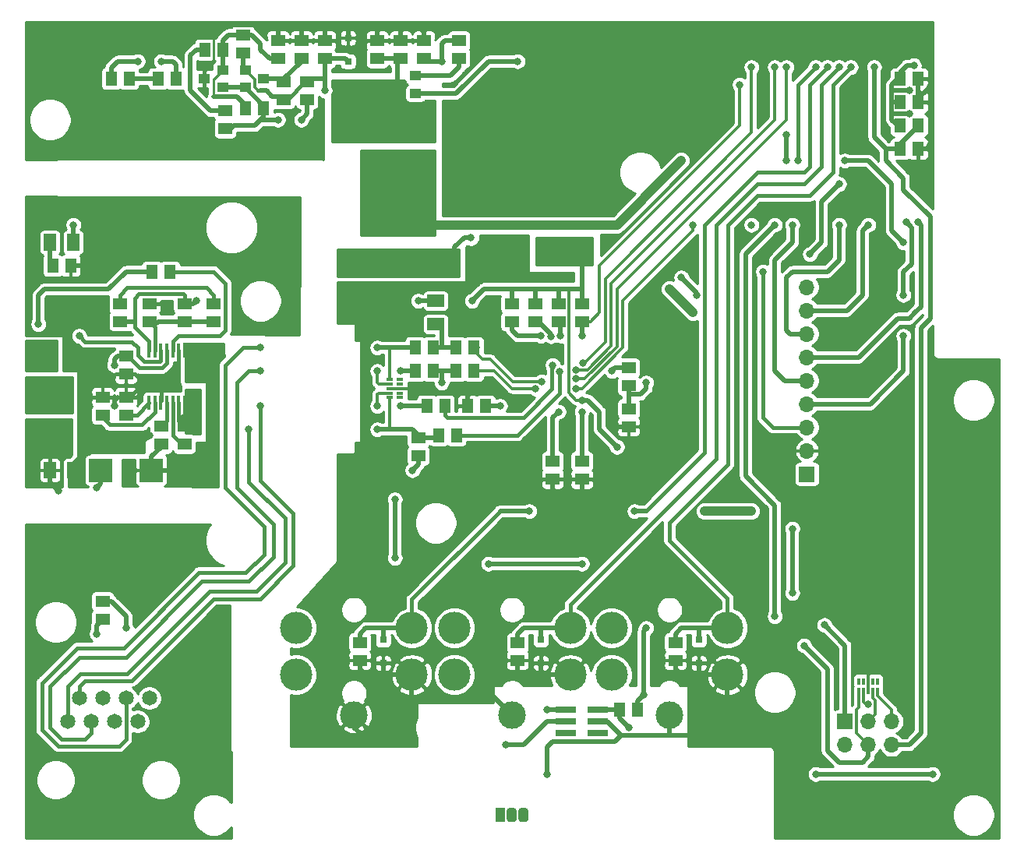
<source format=gbl>
G04 #@! TF.GenerationSoftware,KiCad,Pcbnew,(5.1.6)-1*
G04 #@! TF.CreationDate,2021-04-11T16:08:57+02:00*
G04 #@! TF.ProjectId,wall-sensor-of-room-temperature,77616c6c-2d73-4656-9e73-6f722d6f662d,rev?*
G04 #@! TF.SameCoordinates,Original*
G04 #@! TF.FileFunction,Copper,L2,Bot*
G04 #@! TF.FilePolarity,Positive*
%FSLAX46Y46*%
G04 Gerber Fmt 4.6, Leading zero omitted, Abs format (unit mm)*
G04 Created by KiCad (PCBNEW (5.1.6)-1) date 2021-04-11 16:08:57*
%MOMM*%
%LPD*%
G01*
G04 APERTURE LIST*
G04 #@! TA.AperFunction,SMDPad,CuDef*
%ADD10R,0.300000X0.800000*%
G04 #@! TD*
G04 #@! TA.AperFunction,SMDPad,CuDef*
%ADD11R,0.800000X0.300000*%
G04 #@! TD*
G04 #@! TA.AperFunction,SMDPad,CuDef*
%ADD12R,0.400000X1.600000*%
G04 #@! TD*
G04 #@! TA.AperFunction,SMDPad,CuDef*
%ADD13C,0.150000*%
G04 #@! TD*
G04 #@! TA.AperFunction,SMDPad,CuDef*
%ADD14R,1.300000X1.000000*%
G04 #@! TD*
G04 #@! TA.AperFunction,ComponentPad*
%ADD15O,1.700000X1.700000*%
G04 #@! TD*
G04 #@! TA.AperFunction,ComponentPad*
%ADD16R,1.700000X1.700000*%
G04 #@! TD*
G04 #@! TA.AperFunction,SMDPad,CuDef*
%ADD17R,2.200000X0.800000*%
G04 #@! TD*
G04 #@! TA.AperFunction,ComponentPad*
%ADD18R,1.050000X1.500000*%
G04 #@! TD*
G04 #@! TA.AperFunction,ComponentPad*
%ADD19C,1.650000*%
G04 #@! TD*
G04 #@! TA.AperFunction,ComponentPad*
%ADD20C,3.000000*%
G04 #@! TD*
G04 #@! TA.AperFunction,ComponentPad*
%ADD21C,3.500000*%
G04 #@! TD*
G04 #@! TA.AperFunction,SMDPad,CuDef*
%ADD22R,1.300000X1.500000*%
G04 #@! TD*
G04 #@! TA.AperFunction,SMDPad,CuDef*
%ADD23R,1.500000X1.300000*%
G04 #@! TD*
G04 #@! TA.AperFunction,SMDPad,CuDef*
%ADD24R,0.800000X0.800000*%
G04 #@! TD*
G04 #@! TA.AperFunction,SMDPad,CuDef*
%ADD25R,2.500000X2.500000*%
G04 #@! TD*
G04 #@! TA.AperFunction,ViaPad*
%ADD26C,0.800000*%
G04 #@! TD*
G04 #@! TA.AperFunction,Conductor*
%ADD27C,0.500000*%
G04 #@! TD*
G04 #@! TA.AperFunction,Conductor*
%ADD28C,0.450000*%
G04 #@! TD*
G04 #@! TA.AperFunction,Conductor*
%ADD29C,0.250000*%
G04 #@! TD*
G04 #@! TA.AperFunction,Conductor*
%ADD30C,0.300000*%
G04 #@! TD*
G04 #@! TA.AperFunction,Conductor*
%ADD31C,1.000000*%
G04 #@! TD*
G04 #@! TA.AperFunction,Conductor*
%ADD32C,0.400000*%
G04 #@! TD*
G04 #@! TA.AperFunction,Conductor*
%ADD33C,0.200000*%
G04 #@! TD*
G04 #@! TA.AperFunction,Conductor*
%ADD34C,0.254000*%
G04 #@! TD*
G04 APERTURE END LIST*
D10*
X129675000Y-142145000D03*
X131175000Y-142145000D03*
X129175000Y-141065000D03*
X129675000Y-141065000D03*
X130175000Y-142145000D03*
X130675000Y-142145000D03*
X129175000Y-142145000D03*
X130175000Y-141065000D03*
X130675000Y-141065000D03*
X131175000Y-141065000D03*
D11*
X78200000Y-108720000D03*
X78200000Y-110220000D03*
X79280000Y-108220000D03*
X79280000Y-108720000D03*
X78200000Y-109220000D03*
X78200000Y-109720000D03*
X78200000Y-108220000D03*
X79280000Y-109220000D03*
X79280000Y-109720000D03*
X79280000Y-110220000D03*
D12*
X54625000Y-105087500D03*
G04 #@! TA.AperFunction,SMDPad,CuDef*
D13*
G36*
X55725000Y-104287500D02*
G01*
X56125000Y-104287500D01*
X56125000Y-105887500D01*
X55725000Y-105887500D01*
X55725000Y-104287500D01*
G37*
G04 #@! TD.AperFunction*
D12*
X53975000Y-110812500D03*
X55275000Y-105087500D03*
X53325000Y-105087500D03*
X53325000Y-110812500D03*
X55275000Y-110812500D03*
X52025000Y-105087500D03*
X52675000Y-105087500D03*
X53975000Y-105087500D03*
X54625000Y-110812500D03*
X52675000Y-110812500D03*
X55925000Y-110812500D03*
X52025000Y-110812500D03*
D14*
X62500000Y-76515000D03*
X64500000Y-75565000D03*
X62500000Y-74615000D03*
D15*
X123515000Y-110910000D03*
X123515000Y-108370000D03*
X123515000Y-98210000D03*
X123515000Y-100750000D03*
X123515000Y-115990000D03*
D16*
X123515000Y-118530000D03*
D15*
X123515000Y-113450000D03*
X123515000Y-105830000D03*
X123515000Y-103290000D03*
D17*
X100787200Y-145415000D03*
X100787200Y-146685000D03*
X100787200Y-144145000D03*
X97332800Y-146685000D03*
X97332800Y-145415000D03*
X97332800Y-144145000D03*
G04 #@! TA.AperFunction,ComponentPad*
G36*
G01*
X92185000Y-156062500D02*
X92185000Y-155087500D01*
G75*
G02*
X92447500Y-154825000I262500J0D01*
G01*
X92972500Y-154825000D01*
G75*
G02*
X93235000Y-155087500I0J-262500D01*
G01*
X93235000Y-156062500D01*
G75*
G02*
X92972500Y-156325000I-262500J0D01*
G01*
X92447500Y-156325000D01*
G75*
G02*
X92185000Y-156062500I0J262500D01*
G01*
G37*
G04 #@! TD.AperFunction*
G04 #@! TA.AperFunction,ComponentPad*
G36*
G01*
X90915000Y-156062500D02*
X90915000Y-155087500D01*
G75*
G02*
X91177500Y-154825000I262500J0D01*
G01*
X91702500Y-154825000D01*
G75*
G02*
X91965000Y-155087500I0J-262500D01*
G01*
X91965000Y-156062500D01*
G75*
G02*
X91702500Y-156325000I-262500J0D01*
G01*
X91177500Y-156325000D01*
G75*
G02*
X90915000Y-156062500I0J262500D01*
G01*
G37*
G04 #@! TD.AperFunction*
D18*
X90170000Y-155575000D03*
D19*
X45721000Y-145415000D03*
X52071000Y-142875000D03*
X50801000Y-145415000D03*
X44451000Y-142875000D03*
X48261000Y-145415000D03*
X46991000Y-142875000D03*
X49531000Y-142875000D03*
X43181000Y-145415000D03*
D20*
X74295000Y-144745000D03*
D21*
X80595000Y-140345000D03*
X80595000Y-135245000D03*
X67995000Y-140345000D03*
X67995000Y-135245000D03*
D20*
X91500000Y-144745000D03*
D21*
X97800000Y-140345000D03*
X97800000Y-135245000D03*
X85200000Y-140345000D03*
X85200000Y-135245000D03*
D20*
X108585000Y-144745000D03*
D21*
X114885000Y-140345000D03*
X114885000Y-135245000D03*
X102285000Y-140345000D03*
X102285000Y-135245000D03*
D22*
X105110000Y-144145000D03*
X103170000Y-144145000D03*
X133650000Y-80645000D03*
X135590000Y-80645000D03*
D23*
X66040000Y-73360000D03*
X66040000Y-71420000D03*
X62230000Y-72725000D03*
X62230000Y-70785000D03*
D22*
X54945000Y-75565000D03*
X53005000Y-75565000D03*
D23*
X60325000Y-80980000D03*
X60325000Y-79040000D03*
X46990000Y-134320000D03*
X46990000Y-132380000D03*
G04 #@! TA.AperFunction,SMDPad,CuDef*
D13*
G36*
X41925000Y-92445000D02*
G01*
X41925000Y-94245000D01*
X40625000Y-94245000D01*
X40625000Y-92445000D01*
X41925000Y-92445000D01*
G37*
G04 #@! TD.AperFunction*
G04 #@! TA.AperFunction,SMDPad,CuDef*
G36*
X44465000Y-92445000D02*
G01*
X44465000Y-94245000D01*
X43165000Y-94245000D01*
X43165000Y-92445000D01*
X44465000Y-92445000D01*
G37*
G04 #@! TD.AperFunction*
D23*
X66675000Y-77805000D03*
X66675000Y-75865000D03*
X69215000Y-75865000D03*
X69215000Y-77805000D03*
D22*
X54310000Y-96520000D03*
X52370000Y-96520000D03*
D23*
X55880000Y-101935000D03*
X55880000Y-99995000D03*
X59055000Y-101935000D03*
X59055000Y-99995000D03*
D22*
X88600000Y-111125000D03*
X86660000Y-111125000D03*
D23*
X91440000Y-99995000D03*
X91440000Y-101935000D03*
X93980000Y-99995000D03*
X93980000Y-101935000D03*
X96520000Y-99995000D03*
X96520000Y-101935000D03*
X55880000Y-113330000D03*
X55880000Y-115270000D03*
X53340000Y-113330000D03*
X53340000Y-115270000D03*
X99060000Y-99995000D03*
X99060000Y-101935000D03*
X46990000Y-112095000D03*
X46990000Y-110155000D03*
X49530000Y-112095000D03*
X49530000Y-110155000D03*
G04 #@! TA.AperFunction,SMDPad,CuDef*
D13*
G36*
X84085000Y-100345000D02*
G01*
X82285000Y-100345000D01*
X82285000Y-99045000D01*
X84085000Y-99045000D01*
X84085000Y-100345000D01*
G37*
G04 #@! TD.AperFunction*
G04 #@! TA.AperFunction,SMDPad,CuDef*
G36*
X84085000Y-102885000D02*
G01*
X82285000Y-102885000D01*
X82285000Y-101585000D01*
X84085000Y-101585000D01*
X84085000Y-102885000D01*
G37*
G04 #@! TD.AperFunction*
D23*
X81280000Y-116540000D03*
X81280000Y-114600000D03*
X104140000Y-106980000D03*
X104140000Y-108920000D03*
D22*
X87330000Y-104775000D03*
X85390000Y-104775000D03*
X87330000Y-107315000D03*
X85390000Y-107315000D03*
X84155000Y-111125000D03*
X82215000Y-111125000D03*
X85425000Y-114300000D03*
X83485000Y-114300000D03*
D23*
X85725000Y-71420000D03*
X85725000Y-73360000D03*
X81915000Y-73360000D03*
X81915000Y-71420000D03*
D14*
X81010000Y-75250000D03*
X79010000Y-76200000D03*
X81010000Y-77150000D03*
D15*
X127635000Y-147955000D03*
X130175000Y-147955000D03*
X130175000Y-145415000D03*
D16*
X127635000Y-145415000D03*
D15*
X132715000Y-147955000D03*
X132715000Y-145415000D03*
D24*
X77470000Y-136525000D03*
X77470000Y-139065000D03*
X94615000Y-136525000D03*
X94615000Y-139065000D03*
X111760000Y-136525000D03*
X111760000Y-139065000D03*
X73660000Y-73660000D03*
X73660000Y-71120000D03*
D14*
X60055000Y-74615000D03*
X58055000Y-75565000D03*
X60055000Y-76515000D03*
D25*
X52280000Y-118110000D03*
X46780000Y-118110000D03*
D23*
X74930000Y-136825000D03*
X74930000Y-138765000D03*
X92075000Y-136825000D03*
X92075000Y-138765000D03*
X109220000Y-136825000D03*
X109220000Y-138765000D03*
D22*
X133650000Y-83185000D03*
X135590000Y-83185000D03*
X133650000Y-75565000D03*
X135590000Y-75565000D03*
X133650000Y-78105000D03*
X135590000Y-78105000D03*
D23*
X71120000Y-73360000D03*
X71120000Y-71420000D03*
D22*
X49865000Y-75565000D03*
X47925000Y-75565000D03*
X58085000Y-72390000D03*
X60025000Y-72390000D03*
X64470000Y-78740000D03*
X62530000Y-78740000D03*
X41575000Y-95885000D03*
X43515000Y-95885000D03*
D23*
X68580000Y-73360000D03*
X68580000Y-71420000D03*
X52070000Y-101935000D03*
X52070000Y-99995000D03*
X49530000Y-105710000D03*
X49530000Y-107650000D03*
X48895000Y-99995000D03*
X48895000Y-101935000D03*
G04 #@! TA.AperFunction,SMDPad,CuDef*
D13*
G36*
X43165000Y-119010000D02*
G01*
X43165000Y-117210000D01*
X44465000Y-117210000D01*
X44465000Y-119010000D01*
X43165000Y-119010000D01*
G37*
G04 #@! TD.AperFunction*
G04 #@! TA.AperFunction,SMDPad,CuDef*
G36*
X40625000Y-119010000D02*
G01*
X40625000Y-117210000D01*
X41925000Y-117210000D01*
X41925000Y-119010000D01*
X40625000Y-119010000D01*
G37*
G04 #@! TD.AperFunction*
D23*
X95885000Y-117140000D03*
X95885000Y-119080000D03*
X99060000Y-117140000D03*
X99060000Y-119080000D03*
D22*
X82885000Y-104775000D03*
X80945000Y-104775000D03*
X82885000Y-107315000D03*
X80945000Y-107315000D03*
D23*
X76835000Y-73360000D03*
X76835000Y-71420000D03*
X79375000Y-73360000D03*
X79375000Y-71420000D03*
X104140000Y-111425000D03*
X104140000Y-113365000D03*
D26*
X57785000Y-127635000D03*
X106045000Y-108585000D03*
X80645000Y-109220000D03*
X88910332Y-104764668D03*
X102235000Y-111125000D03*
X95885000Y-120650000D03*
X99060000Y-120650000D03*
X85090000Y-109220000D03*
X88265000Y-117475000D03*
X76200000Y-120015000D03*
X59830001Y-69709999D03*
X95885000Y-76835000D03*
X95885000Y-80645000D03*
X95885000Y-84455000D03*
X95885000Y-88265000D03*
X99060000Y-76835000D03*
X99060000Y-80645000D03*
X99060000Y-84455000D03*
X99060000Y-88265000D03*
X86995000Y-96520000D03*
X89535000Y-96520000D03*
X88475001Y-92920001D03*
X136940001Y-82769999D03*
X136940001Y-76419999D03*
X78740000Y-146685000D03*
X118530000Y-115990000D03*
X39370000Y-70485000D03*
X105410000Y-70485000D03*
X69215000Y-146685000D03*
X137160000Y-156845000D03*
X121285000Y-156845000D03*
X142875000Y-132080000D03*
X105410000Y-99695000D03*
X106680000Y-98425000D03*
X111125000Y-95250000D03*
X109855000Y-95250000D03*
X130175000Y-114935000D03*
X46990000Y-83185000D03*
X59690000Y-83185000D03*
X89535000Y-70485000D03*
X39370000Y-81915000D03*
X142875000Y-150495000D03*
X142875000Y-115570000D03*
X95250000Y-151130000D03*
X123190000Y-145415000D03*
X120015000Y-137795000D03*
X125730000Y-127635000D03*
X72390000Y-130175000D03*
X130175000Y-139700000D03*
X91440000Y-104775000D03*
X86995000Y-92790002D03*
X85205000Y-95135000D03*
X83820000Y-96520000D03*
X81580000Y-94950000D03*
X77470000Y-76200000D03*
X76200000Y-76200000D03*
X73660000Y-78740000D03*
X73660000Y-81280000D03*
X73660000Y-95885000D03*
X77470000Y-96520000D03*
X81280000Y-99695000D03*
X76200000Y-86360000D03*
X76200000Y-87630000D03*
X123825000Y-94615000D03*
X76835000Y-90805000D03*
X135128000Y-74114999D03*
X109855000Y-84455000D03*
X108585000Y-85725000D03*
X134620000Y-79375000D03*
X134620000Y-76835000D03*
X127000000Y-86995000D03*
X57150000Y-112395000D03*
X57150000Y-111125000D03*
X57150000Y-109855000D03*
X39370000Y-118745000D03*
X42210000Y-120315000D03*
X46355000Y-120015000D03*
X54610000Y-118745000D03*
X55880000Y-118745000D03*
X57150000Y-118745000D03*
X83820000Y-108585000D03*
X76835000Y-107315000D03*
X79375000Y-107315000D03*
X76835000Y-104775000D03*
X99060000Y-111760000D03*
X96520000Y-111760000D03*
X99060000Y-110490000D03*
X102870000Y-115570000D03*
X116205000Y-122555000D03*
X80645000Y-118110000D03*
X112395000Y-122555000D03*
X99060000Y-94615000D03*
X113665000Y-122555000D03*
X117475000Y-122555000D03*
X94615000Y-94615000D03*
X97155000Y-94615000D03*
X87122000Y-99695000D03*
X78740000Y-121285000D03*
X111125000Y-100965000D03*
X108585000Y-98425000D03*
X106045000Y-135255000D03*
X105745000Y-142540000D03*
X88900000Y-128270000D03*
X99060000Y-128270000D03*
X78740000Y-127635000D03*
X53870000Y-100330000D03*
X53870000Y-108690000D03*
X45212000Y-95758000D03*
X45720000Y-91440000D03*
X52070000Y-109220000D03*
X45593000Y-100330000D03*
X45593000Y-101600000D03*
X67310000Y-100965000D03*
X66040000Y-93345000D03*
X54610000Y-90170000D03*
X48895000Y-90170000D03*
X52070000Y-114300000D03*
X45466000Y-113792000D03*
X46482000Y-95758000D03*
X48260000Y-111125000D03*
X57150000Y-99695000D03*
X48260000Y-106680000D03*
X39370000Y-109220000D03*
X42545000Y-111125000D03*
X56515000Y-156845000D03*
X39370000Y-139700000D03*
X39370000Y-127635000D03*
X58420000Y-144145000D03*
X59690000Y-135890000D03*
X39370000Y-156845000D03*
X49530000Y-135255000D03*
X46355000Y-135890000D03*
X66040000Y-80010000D03*
X50800000Y-73660000D03*
X83820000Y-73660000D03*
X71120000Y-76835000D03*
X130810000Y-74295000D03*
X130175000Y-143510000D03*
X121285000Y-81615000D03*
X120015000Y-91440000D03*
X121285000Y-84455000D03*
X123190000Y-137160000D03*
X120015000Y-133985000D03*
X128270000Y-74295000D03*
X127000000Y-74295000D03*
X125730000Y-74295000D03*
X93345000Y-122555000D03*
X104775000Y-122555000D03*
X76835000Y-113665000D03*
X76835000Y-111125000D03*
X79375000Y-111125000D03*
X43815000Y-91440000D03*
X53340000Y-73660000D03*
X121920000Y-124460000D03*
X111570000Y-99060000D03*
X109855000Y-97155000D03*
X92075000Y-73660000D03*
X121920000Y-131445000D03*
X125412500Y-134937500D03*
X127000000Y-91440000D03*
X130175000Y-91440000D03*
X121920000Y-91440000D03*
X118745000Y-96520000D03*
X133985000Y-103505000D03*
X134330000Y-91150000D03*
X133985000Y-99060000D03*
X135600000Y-91150000D03*
X64135000Y-107315000D03*
X64135000Y-111125000D03*
X64135000Y-104775000D03*
X62865000Y-113665000D03*
X96723245Y-103492338D03*
X95725178Y-103554517D03*
X94615000Y-103505000D03*
X40005000Y-102235000D03*
X39370000Y-104902000D03*
X39370000Y-106680000D03*
X44450000Y-103505000D03*
X96635001Y-107430001D03*
X95885000Y-106680000D03*
X93980000Y-109220000D03*
X94730000Y-108470000D03*
X102350000Y-107315000D03*
X99060000Y-103505000D03*
X116205000Y-76200000D03*
X90170000Y-111125000D03*
X68580000Y-80010000D03*
X122555000Y-84455000D03*
X127635000Y-84455000D03*
X124460000Y-74295000D03*
X133985000Y-93345000D03*
X104140000Y-146050000D03*
X124460000Y-151130000D03*
X137160000Y-151130000D03*
X98394671Y-108189668D03*
X121285000Y-74295000D03*
X98425000Y-107188000D03*
X120015000Y-74295000D03*
X99187000Y-106426000D03*
X117475000Y-74295000D03*
X98425000Y-109220000D03*
X117475000Y-91440000D03*
X111125000Y-91440000D03*
X95250000Y-144145000D03*
X90805000Y-147955000D03*
D27*
X106045000Y-108585000D02*
X106045000Y-109220000D01*
X106045000Y-109220000D02*
X105410000Y-109855000D01*
X105410000Y-109855000D02*
X104140000Y-109855000D01*
X104140000Y-108920000D02*
X104140000Y-109855000D01*
X104140000Y-109855000D02*
X104140000Y-111425000D01*
D28*
X58085000Y-75535000D02*
X58055000Y-75565000D01*
D29*
X58055000Y-75565000D02*
X58420000Y-75200000D01*
X58055000Y-75565000D02*
X58055000Y-74660000D01*
X59055000Y-73660000D02*
X59055000Y-71120000D01*
X58055000Y-74660000D02*
X59055000Y-73660000D01*
D27*
X59055000Y-70485000D02*
X59055000Y-71120000D01*
X59830001Y-69709999D02*
X59055000Y-70485000D01*
D28*
X68354998Y-71420000D02*
X68580000Y-71420000D01*
D27*
X68580000Y-70485000D02*
X68580000Y-71420000D01*
X66815001Y-69709999D02*
X67804999Y-69709999D01*
D30*
X78200000Y-109220000D02*
X79280000Y-109220000D01*
X79280000Y-109220000D02*
X80645000Y-109220000D01*
X88920664Y-104775000D02*
X88910332Y-104764668D01*
D27*
X102235000Y-111125000D02*
X102235000Y-113030000D01*
X102570000Y-113365000D02*
X102235000Y-113030000D01*
X104140000Y-113365000D02*
X102570000Y-113365000D01*
X99060000Y-119080000D02*
X99060000Y-120650000D01*
X95885000Y-119080000D02*
X95885000Y-120650000D01*
D28*
X80595000Y-141655000D02*
X80595000Y-140345000D01*
X97800000Y-141595000D02*
X97800000Y-140345000D01*
X114885000Y-141655000D02*
X114885000Y-140345000D01*
X74295000Y-144745000D02*
X74295000Y-145415000D01*
X74295000Y-144745000D02*
X72990000Y-144745000D01*
D27*
X88265000Y-117475000D02*
X85725000Y-120015000D01*
X85725000Y-120015000D02*
X84455000Y-120015000D01*
X76200000Y-120015000D02*
X84455000Y-120015000D01*
D28*
X84455000Y-120015000D02*
X85090000Y-120015000D01*
D27*
X86660000Y-111125000D02*
X86660000Y-109520000D01*
X86360000Y-109220000D02*
X85090000Y-109220000D01*
X86660000Y-109520000D02*
X86360000Y-109220000D01*
X74295000Y-146050000D02*
X74930000Y-146685000D01*
X74295000Y-144745000D02*
X74295000Y-146050000D01*
X114885000Y-146635000D02*
X114935000Y-146685000D01*
X114885000Y-140345000D02*
X114885000Y-146635000D01*
X80595000Y-146635000D02*
X80645000Y-146685000D01*
X80645000Y-146685000D02*
X74930000Y-146685000D01*
X74930000Y-138765000D02*
X74930000Y-139700000D01*
X74930000Y-139700000D02*
X75575000Y-140345000D01*
X77470000Y-140335000D02*
X77460000Y-140345000D01*
X75575000Y-140345000D02*
X77460000Y-140345000D01*
X77470000Y-139065000D02*
X77470000Y-140335000D01*
X77460000Y-140345000D02*
X80595000Y-140345000D01*
X94605000Y-140345000D02*
X94605000Y-139075000D01*
X94605000Y-140345000D02*
X97800000Y-140345000D01*
X94605000Y-139075000D02*
X94615000Y-139065000D01*
X92720000Y-140345000D02*
X94605000Y-140345000D01*
X109220000Y-138765000D02*
X109220000Y-139700000D01*
X109220000Y-139700000D02*
X109865000Y-140345000D01*
X111760000Y-140335000D02*
X111750000Y-140345000D01*
X111760000Y-139065000D02*
X111760000Y-140335000D01*
X109865000Y-140345000D02*
X111750000Y-140345000D01*
X111750000Y-140345000D02*
X114885000Y-140345000D01*
X68580000Y-69850000D02*
X68720001Y-69709999D01*
X67804999Y-69709999D02*
X68720001Y-69709999D01*
X68580000Y-70485000D02*
X68580000Y-69850000D01*
X68720001Y-69709999D02*
X72249999Y-69709999D01*
X136525000Y-83185000D02*
X136940001Y-82769999D01*
X135590000Y-83185000D02*
X136525000Y-83185000D01*
X136190000Y-77170000D02*
X136940001Y-76419999D01*
X135590000Y-77170000D02*
X136190000Y-77170000D01*
X135590000Y-78105000D02*
X135590000Y-77170000D01*
X135590000Y-77170000D02*
X135590000Y-75565000D01*
X72249999Y-69709999D02*
X76059999Y-69709999D01*
X71120000Y-71420000D02*
X71120000Y-69850000D01*
X73660000Y-71120000D02*
X73660000Y-69850000D01*
X76340001Y-69709999D02*
X76694999Y-69709999D01*
X76059999Y-69709999D02*
X76340001Y-69709999D01*
X79375000Y-69850000D02*
X79515001Y-69709999D01*
X79375000Y-71420000D02*
X79375000Y-69850000D01*
X76835000Y-69850000D02*
X76975001Y-69709999D01*
X76835000Y-71420000D02*
X76835000Y-69850000D01*
X76340001Y-69709999D02*
X76975001Y-69709999D01*
X76975001Y-69709999D02*
X79515001Y-69709999D01*
X81915000Y-70485000D02*
X81139999Y-69709999D01*
X79515001Y-69709999D02*
X81139999Y-69709999D01*
X81915000Y-71420000D02*
X81915000Y-70485000D01*
X66040000Y-71420000D02*
X66040000Y-69850000D01*
X65899999Y-69709999D02*
X66040000Y-69850000D01*
X65899999Y-69709999D02*
X66815001Y-69709999D01*
X59830001Y-69709999D02*
X65899999Y-69709999D01*
X100787200Y-145415000D02*
X101827202Y-145415000D01*
X101827202Y-145415000D02*
X103097202Y-146685000D01*
X103097202Y-146685000D02*
X103312203Y-146900001D01*
X117894999Y-146900001D02*
X118427500Y-146367500D01*
X106464999Y-146900001D02*
X107099999Y-146900001D01*
X118427500Y-146367500D02*
X118110000Y-146685000D01*
X103312203Y-146900001D02*
X106464999Y-146900001D01*
X108585000Y-146685000D02*
X108369999Y-146900001D01*
X108585000Y-144745000D02*
X108585000Y-146685000D01*
X106464999Y-146900001D02*
X108369999Y-146900001D01*
X108369999Y-146900001D02*
X117894999Y-146900001D01*
X88360000Y-141605000D02*
X88265000Y-141605000D01*
X91500000Y-144745000D02*
X88360000Y-141605000D01*
X88265000Y-141605000D02*
X89525000Y-140345000D01*
X88360000Y-141605000D02*
X87040000Y-142925000D01*
X80595000Y-140345000D02*
X80595000Y-142925000D01*
X87040000Y-142925000D02*
X80595000Y-142925000D01*
X80595000Y-142925000D02*
X80595000Y-146635000D01*
X92075000Y-140335000D02*
X92085000Y-140345000D01*
X92075000Y-138765000D02*
X92075000Y-140335000D01*
X89525000Y-140345000D02*
X92085000Y-140345000D01*
X92085000Y-140345000D02*
X92720000Y-140345000D01*
X103312203Y-146900001D02*
X103289999Y-146900001D01*
D30*
X130175000Y-142145000D02*
X130175000Y-140335000D01*
D27*
X119380000Y-145415000D02*
X118427500Y-146367500D01*
X123190000Y-145415000D02*
X119380000Y-145415000D01*
D31*
X109220000Y-95885000D02*
X105410000Y-99695000D01*
X109855000Y-95250000D02*
X109220000Y-95885000D01*
X111125000Y-95250000D02*
X109855000Y-95250000D01*
D30*
X130175000Y-141065000D02*
X130175000Y-139700000D01*
D27*
X90805000Y-104775000D02*
X88920664Y-104775000D01*
X91440000Y-104775000D02*
X90805000Y-104775000D01*
X95250000Y-149225000D02*
X95250000Y-148590000D01*
X95250000Y-151130000D02*
X95250000Y-149225000D01*
X102638204Y-147574000D02*
X103312203Y-146900001D01*
X95885000Y-147574000D02*
X102638204Y-147574000D01*
X95250000Y-149225000D02*
X95250000Y-148209000D01*
X95250000Y-148209000D02*
X95885000Y-147574000D01*
X86995000Y-92790002D02*
X86279998Y-92790002D01*
X85205000Y-93865000D02*
X85205000Y-95135000D01*
X86279998Y-92790002D02*
X85205000Y-93865000D01*
X79375000Y-73360000D02*
X76835000Y-73360000D01*
X79010000Y-73725000D02*
X79375000Y-73360000D01*
X79010000Y-76200000D02*
X79010000Y-73725000D01*
D31*
X79010000Y-76200000D02*
X77470000Y-76200000D01*
X76200000Y-76200000D02*
X77470000Y-76200000D01*
D27*
X83820000Y-99695000D02*
X81280000Y-99695000D01*
D31*
X76200000Y-90170000D02*
X76200000Y-86995000D01*
X76200000Y-86360000D02*
X76200000Y-87630000D01*
X76835000Y-90805000D02*
X76200000Y-90170000D01*
D27*
X133650000Y-75565000D02*
X133650000Y-74844998D01*
D31*
X109855000Y-84455000D02*
X108585000Y-85725000D01*
X102870000Y-91440000D02*
X77470000Y-91440000D01*
X77470000Y-91440000D02*
X76835000Y-90805000D01*
X108585000Y-85725000D02*
X102870000Y-91440000D01*
D27*
X134379999Y-74114999D02*
X133650000Y-74844998D01*
X135128000Y-74114999D02*
X134379999Y-74114999D01*
X125095000Y-93345000D02*
X123825000Y-94615000D01*
X125095000Y-88900000D02*
X125095000Y-93345000D01*
X127000000Y-86995000D02*
X125095000Y-88900000D01*
X133650000Y-80645000D02*
X133350000Y-80645000D01*
X133350000Y-80645000D02*
X132715000Y-80010000D01*
X133650000Y-75565000D02*
X133350000Y-75565000D01*
X133350000Y-75565000D02*
X132715000Y-76200000D01*
X132715000Y-78105000D02*
X133650000Y-78105000D01*
X132715000Y-78105000D02*
X132715000Y-79375000D01*
X134620000Y-79375000D02*
X132715000Y-79375000D01*
X132715000Y-79375000D02*
X132715000Y-80010000D01*
X134620000Y-76835000D02*
X132715000Y-76835000D01*
X132715000Y-76200000D02*
X132715000Y-76835000D01*
X132715000Y-76835000D02*
X132715000Y-78105000D01*
D29*
X55880000Y-110857500D02*
X55925000Y-110812500D01*
D32*
X55275000Y-112725000D02*
X55880000Y-113330000D01*
X55275000Y-110812500D02*
X55275000Y-112725000D01*
D28*
X55925000Y-113285000D02*
X55880000Y-113330000D01*
X55970000Y-112395000D02*
X55925000Y-112350000D01*
X57060000Y-112395000D02*
X55970000Y-112395000D01*
D32*
X55925000Y-110812500D02*
X55925000Y-112350000D01*
D28*
X55925000Y-112350000D02*
X55925000Y-113285000D01*
D32*
X56237500Y-111125000D02*
X55925000Y-110812500D01*
D28*
X57060000Y-111125000D02*
X56237500Y-111125000D01*
D27*
X57060000Y-109855000D02*
X56515000Y-110400000D01*
X56515000Y-110847500D02*
X56237500Y-111125000D01*
X56515000Y-110400000D02*
X56515000Y-110847500D01*
X41275000Y-119380000D02*
X42210000Y-120315000D01*
X41275000Y-118745000D02*
X41275000Y-119380000D01*
X46780000Y-119590000D02*
X46355000Y-120015000D01*
X46780000Y-118110000D02*
X46780000Y-119590000D01*
X55880000Y-113030000D02*
X55626000Y-112776000D01*
X55880000Y-113330000D02*
X55880000Y-113030000D01*
X55626000Y-112776000D02*
X55626000Y-112268000D01*
D28*
X55925000Y-105087500D02*
X56827500Y-105087500D01*
D27*
X56827500Y-105087500D02*
X58420000Y-106680000D01*
X58420000Y-106680000D02*
X58420000Y-116840000D01*
X58420000Y-116840000D02*
X57150000Y-118110000D01*
D28*
X53340000Y-115270000D02*
X53340000Y-115570000D01*
D27*
X52280000Y-116630000D02*
X52280000Y-118110000D01*
X53340000Y-115570000D02*
X52280000Y-116630000D01*
X53975000Y-118110000D02*
X52280000Y-118110000D01*
X54610000Y-119380000D02*
X54610000Y-118110000D01*
X55245000Y-118110000D02*
X53975000Y-118110000D01*
X55880000Y-118110000D02*
X55245000Y-118110000D01*
X57150000Y-118110000D02*
X55880000Y-118110000D01*
X55880000Y-118745000D02*
X55880000Y-118110000D01*
X57150000Y-118110000D02*
X57150000Y-118745000D01*
X83820000Y-108585000D02*
X83820000Y-107315000D01*
X85390000Y-107315000D02*
X83820000Y-107315000D01*
X83820000Y-107315000D02*
X82885000Y-107315000D01*
D30*
X78200000Y-108720000D02*
X76970000Y-108720000D01*
X76835000Y-108585000D02*
X76835000Y-107315000D01*
X76970000Y-108720000D02*
X76835000Y-108585000D01*
D27*
X79375000Y-107315000D02*
X80945000Y-107315000D01*
X83820000Y-102235000D02*
X83820000Y-104775000D01*
X82885000Y-104775000D02*
X83820000Y-104775000D01*
X83820000Y-104775000D02*
X85390000Y-104775000D01*
D30*
X78200000Y-104870000D02*
X78105000Y-104775000D01*
X78200000Y-108220000D02*
X78200000Y-104870000D01*
D27*
X76835000Y-104775000D02*
X78105000Y-104775000D01*
X78105000Y-104775000D02*
X80945000Y-104775000D01*
X99060000Y-111760000D02*
X99060000Y-117140000D01*
X95885000Y-112395000D02*
X96520000Y-111760000D01*
X95885000Y-117140000D02*
X95885000Y-112395000D01*
D30*
X91440000Y-99995000D02*
X91440000Y-99695000D01*
X96520000Y-99995000D02*
X96520000Y-99695000D01*
X99060000Y-99995000D02*
X99060000Y-99695000D01*
D27*
X96520000Y-99995000D02*
X96520000Y-98425000D01*
X93980000Y-99995000D02*
X93980000Y-98425000D01*
X93980000Y-98425000D02*
X96520000Y-98425000D01*
X91440000Y-99995000D02*
X91440000Y-98425000D01*
X91440000Y-98425000D02*
X93980000Y-98425000D01*
D30*
X97644670Y-98570330D02*
X97790000Y-98425000D01*
X97644670Y-109709670D02*
X97644670Y-98570330D01*
D27*
X96520000Y-98425000D02*
X97790000Y-98425000D01*
X97790000Y-98425000D02*
X99060000Y-98425000D01*
D30*
X99060000Y-110490000D02*
X98425000Y-110490000D01*
X98425000Y-110490000D02*
X97644670Y-109709670D01*
D27*
X99060000Y-99995000D02*
X99060000Y-98425000D01*
X99060000Y-94615000D02*
X99060000Y-98425000D01*
X123730000Y-118745000D02*
X123515000Y-118530000D01*
X102870000Y-115570000D02*
X101600000Y-114300000D01*
X101600000Y-114300000D02*
X100965000Y-113665000D01*
X100965000Y-113665000D02*
X100965000Y-111760000D01*
X99695000Y-110490000D02*
X100965000Y-111760000D01*
X99060000Y-110490000D02*
X99695000Y-110490000D01*
X81280000Y-117475000D02*
X80645000Y-118110000D01*
X81280000Y-116540000D02*
X81280000Y-117475000D01*
X88392000Y-98425000D02*
X87122000Y-99695000D01*
X91440000Y-98425000D02*
X88392000Y-98425000D01*
D31*
X111125000Y-100965000D02*
X108585000Y-98425000D01*
D27*
X105110000Y-144145000D02*
X105110000Y-143175000D01*
X105110000Y-143175000D02*
X105745000Y-142540000D01*
X105745000Y-142540000D02*
X105745000Y-135555000D01*
X105745000Y-135555000D02*
X106045000Y-135255000D01*
D31*
X113030000Y-122555000D02*
X112395000Y-122555000D01*
X117475000Y-122555000D02*
X113030000Y-122555000D01*
D27*
X88900000Y-128270000D02*
X99060000Y-128270000D01*
X78740000Y-127635000D02*
X78740000Y-121285000D01*
D28*
X49530000Y-107650000D02*
X50500000Y-107650000D01*
X50800000Y-107950000D02*
X53340000Y-107950000D01*
X50500000Y-107650000D02*
X50800000Y-107950000D01*
X54610000Y-107950000D02*
X53340000Y-107950000D01*
X55275000Y-107285000D02*
X54610000Y-107950000D01*
X53765000Y-108585000D02*
X53870000Y-108690000D01*
X53340000Y-108585000D02*
X53765000Y-108585000D01*
X53340000Y-107950000D02*
X53340000Y-108585000D01*
X53535000Y-99995000D02*
X53870000Y-100330000D01*
X52070000Y-99995000D02*
X53535000Y-99995000D01*
D29*
X43515000Y-96220000D02*
X43515000Y-95885000D01*
D28*
X45085000Y-95885000D02*
X45087499Y-95887499D01*
D27*
X45087499Y-95887499D02*
X45720000Y-95254998D01*
X45720000Y-95254998D02*
X45720000Y-91440000D01*
X43517499Y-95887499D02*
X43515000Y-95885000D01*
X45087499Y-95887499D02*
X43517499Y-95887499D01*
D29*
X49530000Y-110490000D02*
X50165000Y-109855000D01*
D28*
X49530000Y-110155000D02*
X49865000Y-110155000D01*
X50800000Y-109220000D02*
X53340000Y-109220000D01*
X49865000Y-110155000D02*
X50800000Y-109220000D01*
X53340000Y-108585000D02*
X53340000Y-109220000D01*
D32*
X53340000Y-109220000D02*
X53340000Y-110528248D01*
D28*
X50800000Y-114935000D02*
X51435000Y-114935000D01*
X51435000Y-114935000D02*
X52070000Y-114300000D01*
D27*
X43815000Y-118745000D02*
X43815000Y-117475000D01*
X46355000Y-114935000D02*
X50800000Y-114935000D01*
X43815000Y-117475000D02*
X46355000Y-114935000D01*
D32*
X55275000Y-105087500D02*
X55275000Y-106650000D01*
D28*
X55275000Y-107285000D02*
X55275000Y-106650000D01*
D27*
X48260000Y-110490000D02*
X48595000Y-110155000D01*
D28*
X46990000Y-110155000D02*
X48595000Y-110155000D01*
D27*
X48260000Y-111125000D02*
X48260000Y-110490000D01*
D28*
X48595000Y-110155000D02*
X49530000Y-110155000D01*
D29*
X59055000Y-99995000D02*
X59055000Y-99695000D01*
D28*
X48895000Y-99995000D02*
X48895000Y-99695000D01*
X58264989Y-98269989D02*
X59055000Y-99060000D01*
X49685011Y-98269989D02*
X58264989Y-98269989D01*
X48895000Y-99995000D02*
X48895000Y-99060000D01*
X59055000Y-99060000D02*
X59055000Y-99995000D01*
X48895000Y-99060000D02*
X49685011Y-98269989D01*
D29*
X48895000Y-101935000D02*
X48895000Y-102235000D01*
X48940002Y-101935000D02*
X48895000Y-101935000D01*
D32*
X52024980Y-104094980D02*
X52024980Y-105087500D01*
D27*
X48895000Y-101935000D02*
X49865000Y-101935000D01*
D32*
X52024980Y-104094980D02*
X51435000Y-103505000D01*
D28*
X55880000Y-99060000D02*
X55880000Y-99995000D01*
X51435000Y-103505000D02*
X50465000Y-102535000D01*
X55739999Y-98919999D02*
X55880000Y-99060000D01*
X50465000Y-99395000D02*
X50940001Y-98919999D01*
X50940001Y-98919999D02*
X55739999Y-98919999D01*
D27*
X49865000Y-101935000D02*
X50465000Y-101935000D01*
D28*
X50465000Y-102535000D02*
X50465000Y-101935000D01*
X50465000Y-101935000D02*
X50465000Y-99395000D01*
D27*
X56850000Y-99995000D02*
X57150000Y-99695000D01*
X55880000Y-99995000D02*
X56850000Y-99995000D01*
D28*
X53975000Y-106471754D02*
X53484245Y-106962509D01*
D32*
X53975000Y-105087500D02*
X53975000Y-106471754D01*
D28*
X49755002Y-105710000D02*
X49530000Y-105710000D01*
X51007511Y-106962509D02*
X49755002Y-105710000D01*
X53484245Y-106962509D02*
X51007511Y-106962509D01*
D27*
X49530000Y-105710000D02*
X48595000Y-105710000D01*
X48260000Y-106045000D02*
X48260000Y-106680000D01*
X48595000Y-105710000D02*
X48260000Y-106045000D01*
X55880000Y-101935000D02*
X59055000Y-101935000D01*
D28*
X52070000Y-101935000D02*
X53005000Y-101935000D01*
X52675000Y-102265000D02*
X53005000Y-101935000D01*
D27*
X53005000Y-101935000D02*
X55880000Y-101935000D01*
D32*
X52675000Y-105087500D02*
X52675000Y-103535000D01*
D28*
X52675000Y-102540000D02*
X52070000Y-101935000D01*
X52675000Y-103535000D02*
X52675000Y-102540000D01*
X66675000Y-75865000D02*
X66675000Y-75565000D01*
D27*
X66375000Y-75565000D02*
X66675000Y-75865000D01*
X64500000Y-75565000D02*
X66375000Y-75565000D01*
X68580000Y-73660000D02*
X68580000Y-73360000D01*
X66675000Y-75565000D02*
X68580000Y-73660000D01*
X58420000Y-144145000D02*
X58420000Y-142875000D01*
X58420000Y-142875000D02*
X59690000Y-141605000D01*
X59690000Y-141605000D02*
X59690000Y-135890000D01*
X46990000Y-132380000D02*
X47925000Y-132380000D01*
X47925000Y-132380000D02*
X49530000Y-133985000D01*
X49530000Y-133985000D02*
X49530000Y-135255000D01*
D29*
X41275000Y-95585000D02*
X41575000Y-95885000D01*
D28*
X41575000Y-95885000D02*
X41575000Y-95550000D01*
D27*
X41275000Y-95250000D02*
X41275000Y-93345000D01*
D28*
X41575000Y-95550000D02*
X41275000Y-95250000D01*
D27*
X46355000Y-134955000D02*
X46990000Y-134320000D01*
X46355000Y-135890000D02*
X46355000Y-134955000D01*
X62230000Y-80645000D02*
X63500000Y-80645000D01*
X64470000Y-79675000D02*
X64470000Y-78740000D01*
X62230000Y-80645000D02*
X61260000Y-80645000D01*
X60925000Y-80980000D02*
X61260000Y-80645000D01*
X60325000Y-80980000D02*
X60925000Y-80980000D01*
X64470000Y-78740000D02*
X64470000Y-78440000D01*
X63500000Y-80645000D02*
X64135000Y-80010000D01*
X66040000Y-80010000D02*
X64135000Y-80010000D01*
X64135000Y-80010000D02*
X64470000Y-79675000D01*
X64470000Y-78485000D02*
X62500000Y-76515000D01*
X64470000Y-78740000D02*
X64470000Y-78485000D01*
X62500000Y-76515000D02*
X60055000Y-76515000D01*
D28*
X66040000Y-73360000D02*
X66414998Y-73360000D01*
D29*
X59055000Y-77470000D02*
X59055000Y-75565000D01*
X59105000Y-75565000D02*
X60055000Y-74615000D01*
X59055000Y-75565000D02*
X59105000Y-75565000D01*
D28*
X60025000Y-74585000D02*
X60055000Y-74615000D01*
X62530000Y-78740000D02*
X62530000Y-78405000D01*
D27*
X60025000Y-72390000D02*
X60025000Y-74585000D01*
D28*
X62195000Y-70820000D02*
X62230000Y-70785000D01*
D27*
X62230000Y-70785000D02*
X60660000Y-70785000D01*
X60025000Y-71420000D02*
X60025000Y-72390000D01*
X60660000Y-70785000D02*
X60025000Y-71420000D01*
X62530000Y-78405000D02*
X61595000Y-77470000D01*
X61595000Y-77470000D02*
X59055000Y-77470000D01*
X66040000Y-73360000D02*
X65105000Y-73360000D01*
X65105000Y-73360000D02*
X64135000Y-72390000D01*
X64135000Y-72390000D02*
X64135000Y-71755000D01*
X63165000Y-70785000D02*
X62230000Y-70785000D01*
X64135000Y-71755000D02*
X63165000Y-70785000D01*
X57150000Y-72390000D02*
X58085000Y-72390000D01*
X56515000Y-76835000D02*
X56515000Y-73025000D01*
X56515000Y-73025000D02*
X57150000Y-72390000D01*
X58085000Y-78405000D02*
X56515000Y-76835000D01*
X58085000Y-78405000D02*
X58420000Y-78740000D01*
X58720000Y-79040000D02*
X58420000Y-78740000D01*
X60325000Y-79040000D02*
X58720000Y-79040000D01*
X53005000Y-75565000D02*
X49865000Y-75565000D01*
D28*
X68989998Y-75865000D02*
X69215000Y-75865000D01*
X67049998Y-77805000D02*
X68989998Y-75865000D01*
X66675000Y-77805000D02*
X67049998Y-77805000D01*
X69515000Y-75865000D02*
X69215000Y-75865000D01*
D27*
X47925000Y-74365000D02*
X47925000Y-75565000D01*
X50800000Y-73660000D02*
X48630000Y-73660000D01*
X48630000Y-73660000D02*
X47925000Y-74365000D01*
X62500000Y-72995000D02*
X62230000Y-72725000D01*
X66675000Y-77805000D02*
X66375000Y-77805000D01*
X71120000Y-73360000D02*
X71455000Y-73360000D01*
X81915000Y-73360000D02*
X82015000Y-73360000D01*
X82215000Y-73660000D02*
X81915000Y-73360000D01*
X83820000Y-73660000D02*
X82215000Y-73660000D01*
X85725000Y-71420000D02*
X84155000Y-71420000D01*
X83820000Y-71755000D02*
X83820000Y-73660000D01*
X84155000Y-71420000D02*
X83820000Y-71755000D01*
X73360000Y-73360000D02*
X73660000Y-73660000D01*
X71120000Y-73360000D02*
X73360000Y-73360000D01*
X71120000Y-73360000D02*
X71120000Y-76835000D01*
X69515000Y-75565000D02*
X69215000Y-75865000D01*
X71120000Y-75565000D02*
X69515000Y-75565000D01*
X66675000Y-77805000D02*
X66409999Y-77539999D01*
X62230000Y-74345000D02*
X62500000Y-74615000D01*
X62230000Y-72725000D02*
X62230000Y-74345000D01*
D33*
X66575000Y-77805000D02*
X66240000Y-77470000D01*
X66675000Y-77805000D02*
X66575000Y-77805000D01*
D27*
X66240000Y-77470000D02*
X65405000Y-77470000D01*
X65405000Y-77470000D02*
X64770000Y-76835000D01*
X64770000Y-76835000D02*
X64135000Y-76835000D01*
X62500000Y-74615000D02*
X62550000Y-74615000D01*
D30*
X63450001Y-75565001D02*
X62500000Y-74615000D01*
D29*
X63500000Y-75615000D02*
X63450001Y-75565001D01*
D30*
X63500000Y-76454000D02*
X63500000Y-75615000D01*
D28*
X64135000Y-76835000D02*
X63881000Y-76835000D01*
D30*
X63881000Y-76835000D02*
X63500000Y-76454000D01*
D27*
X133650000Y-82685000D02*
X133650000Y-83185000D01*
X135590000Y-80745000D02*
X133650000Y-82685000D01*
X135590000Y-80645000D02*
X135590000Y-80745000D01*
X133650000Y-83185000D02*
X132080000Y-83185000D01*
X130810000Y-81915000D02*
X132080000Y-83185000D01*
X130810000Y-74295000D02*
X130810000Y-81915000D01*
D30*
X129675000Y-142145000D02*
X129675000Y-143260000D01*
X129675000Y-143260000D02*
X129925000Y-143510000D01*
D27*
X135890000Y-138430000D02*
X135890000Y-139065000D01*
X134620000Y-147955000D02*
X132715000Y-147955000D01*
X135890000Y-138430000D02*
X135890000Y-146685000D01*
X135890000Y-146685000D02*
X134620000Y-147955000D01*
X132080000Y-84455000D02*
X132080000Y-83185000D01*
X133985000Y-86360000D02*
X132080000Y-84455000D01*
X135890000Y-102616000D02*
X136906000Y-101600000D01*
X135890000Y-138430000D02*
X135890000Y-102616000D01*
X136906000Y-101600000D02*
X136906000Y-90551000D01*
X136906000Y-90551000D02*
X133985000Y-87630000D01*
X133985000Y-87630000D02*
X133985000Y-86360000D01*
X121285000Y-81615000D02*
X121285000Y-84455000D01*
D30*
X128905000Y-144145000D02*
X128905000Y-146685000D01*
X129175000Y-142145000D02*
X129175000Y-143875000D01*
X128905000Y-146685000D02*
X130175000Y-147955000D01*
X129175000Y-143875000D02*
X128905000Y-144145000D01*
D27*
X130175000Y-149225000D02*
X130175000Y-147955000D01*
X125730000Y-139700000D02*
X125730000Y-148590000D01*
X116840000Y-94615000D02*
X116840000Y-118745000D01*
X127000000Y-149860000D02*
X129540000Y-149860000D01*
X116840000Y-118745000D02*
X120015000Y-121920000D01*
X129540000Y-149860000D02*
X130175000Y-149225000D01*
X125730000Y-148590000D02*
X127000000Y-149860000D01*
X120015000Y-121920000D02*
X120015000Y-133985000D01*
X120015000Y-91440000D02*
X116840000Y-94615000D01*
X123190000Y-137160000D02*
X125730000Y-139700000D01*
X109220000Y-135890000D02*
X109220000Y-136825000D01*
X109865000Y-135245000D02*
X109220000Y-135890000D01*
X111760000Y-135255000D02*
X111750000Y-135245000D01*
X111760000Y-136525000D02*
X111760000Y-135255000D01*
X114885000Y-135245000D02*
X111750000Y-135245000D01*
X111750000Y-135245000D02*
X109865000Y-135245000D01*
D28*
X114885000Y-132030000D02*
X114885000Y-135245000D01*
X108585000Y-125730000D02*
X114885000Y-132030000D01*
X114935000Y-117475000D02*
X108585000Y-123825000D01*
X114935000Y-91440000D02*
X114935000Y-117475000D01*
X126365000Y-76200000D02*
X126365000Y-85725000D01*
X128270000Y-74295000D02*
X126365000Y-76200000D01*
X126365000Y-85725000D02*
X123825000Y-88265000D01*
X123825000Y-88265000D02*
X118110000Y-88265000D01*
X108585000Y-123825000D02*
X108585000Y-125730000D01*
X118110000Y-88265000D02*
X114935000Y-91440000D01*
D27*
X92075000Y-135890000D02*
X92075000Y-136825000D01*
X92720000Y-135245000D02*
X92075000Y-135890000D01*
X94615000Y-135255000D02*
X94605000Y-135245000D01*
X97800000Y-135245000D02*
X94605000Y-135245000D01*
X94615000Y-136525000D02*
X94615000Y-135255000D01*
X94605000Y-135245000D02*
X92720000Y-135245000D01*
D28*
X125095000Y-85090000D02*
X125095000Y-76200000D01*
X125730000Y-75565000D02*
X127000000Y-74295000D01*
X97800000Y-132705000D02*
X113665000Y-116840000D01*
X97800000Y-135245000D02*
X97800000Y-132705000D01*
X118745000Y-86979990D02*
X123190000Y-86995000D01*
X113665000Y-91440000D02*
X118125010Y-86979990D01*
X123190000Y-86995000D02*
X125095000Y-85090000D01*
X113665000Y-116840000D02*
X113665000Y-91440000D01*
X125095000Y-76200000D02*
X125730000Y-75565000D01*
X118125010Y-86979990D02*
X118745000Y-86979990D01*
D27*
X76835000Y-135255000D02*
X76845000Y-135245000D01*
X75575000Y-135245000D02*
X76845000Y-135245000D01*
X74930000Y-135890000D02*
X75575000Y-135245000D01*
X74930000Y-136825000D02*
X74930000Y-135890000D01*
D28*
X77470000Y-135255000D02*
X77460000Y-135245000D01*
D27*
X77470000Y-136525000D02*
X77470000Y-135255000D01*
X76845000Y-135245000D02*
X77460000Y-135245000D01*
X77460000Y-135245000D02*
X80595000Y-135245000D01*
D28*
X112395000Y-98425000D02*
X112395000Y-91440000D01*
X80595000Y-132130000D02*
X90170000Y-122555000D01*
X106045000Y-122555000D02*
X112395000Y-116205000D01*
X80595000Y-135245000D02*
X80595000Y-132130000D01*
X112395000Y-116205000D02*
X112395000Y-98425000D01*
X112395000Y-91440000D02*
X116840000Y-86995000D01*
X116840000Y-86995000D02*
X116870020Y-86964980D01*
X118110000Y-85725000D02*
X116840000Y-86995000D01*
X123190000Y-85725000D02*
X118110000Y-85725000D01*
X125730000Y-74295000D02*
X123825000Y-76200000D01*
X123825000Y-85090000D02*
X123190000Y-85725000D01*
X123825000Y-76200000D02*
X123825000Y-85090000D01*
D27*
X90170000Y-122555000D02*
X93345000Y-122555000D01*
X104775000Y-122555000D02*
X106045000Y-122555000D01*
D30*
X78200000Y-110220000D02*
X78200000Y-113570000D01*
D27*
X76835000Y-113665000D02*
X78105000Y-113665000D01*
D30*
X78200000Y-113570000D02*
X78105000Y-113665000D01*
D28*
X83185000Y-114600000D02*
X83485000Y-114300000D01*
D27*
X81280000Y-114600000D02*
X83185000Y-114600000D01*
X81280000Y-114600000D02*
X81280000Y-114300000D01*
X80645000Y-113665000D02*
X78105000Y-113665000D01*
X81280000Y-114300000D02*
X80645000Y-113665000D01*
D30*
X78200000Y-109720000D02*
X76970000Y-109720000D01*
X76835000Y-109855000D02*
X76835000Y-111125000D01*
X76970000Y-109720000D02*
X76835000Y-109855000D01*
D27*
X79375000Y-111125000D02*
X82550000Y-111125000D01*
X43815000Y-91440000D02*
X43815000Y-93345000D01*
X54610000Y-73660000D02*
X54945000Y-73995000D01*
X54945000Y-73995000D02*
X54945000Y-75565000D01*
X53340000Y-73660000D02*
X54610000Y-73660000D01*
X109855000Y-97155000D02*
X111570000Y-98870000D01*
X111570000Y-98870000D02*
X111570000Y-99060000D01*
X92075000Y-73660000D02*
X88900000Y-73660000D01*
X85410000Y-77150000D02*
X84135000Y-77150000D01*
X88900000Y-73660000D02*
X85410000Y-77150000D01*
X84775000Y-77150000D02*
X84135000Y-77150000D01*
X84135000Y-77150000D02*
X81010000Y-77150000D01*
X121920000Y-124460000D02*
X121920000Y-131445000D01*
X127635000Y-137160000D02*
X127635000Y-137795000D01*
X127635000Y-137795000D02*
X127635000Y-145415000D01*
X125412500Y-134937500D02*
X127635000Y-137160000D01*
D30*
X130675000Y-144915000D02*
X130175000Y-145415000D01*
X130925001Y-144664999D02*
X130175000Y-145415000D01*
X130675000Y-142145000D02*
X130675000Y-142899998D01*
X130925001Y-143149999D02*
X130925001Y-144664999D01*
X130675000Y-142899998D02*
X130925001Y-143149999D01*
X132715000Y-144780000D02*
X132715000Y-145415000D01*
X131175000Y-142145000D02*
X131175000Y-142605000D01*
X132715000Y-144145000D02*
X132715000Y-145415000D01*
X131175000Y-142605000D02*
X132715000Y-144145000D01*
D28*
X122770000Y-103290000D02*
X123515000Y-103290000D01*
D27*
X127000000Y-94615000D02*
X127000000Y-95250000D01*
X127000000Y-91440000D02*
X127000000Y-94615000D01*
X121705000Y-103290000D02*
X123515000Y-103290000D01*
X125730000Y-96520000D02*
X121920000Y-96520000D01*
X121285000Y-97155000D02*
X121285000Y-102870000D01*
X127000000Y-95250000D02*
X125730000Y-96520000D01*
X121920000Y-96520000D02*
X121285000Y-97155000D01*
X121285000Y-102870000D02*
X121705000Y-103290000D01*
X123515000Y-100750000D02*
X124880000Y-100750000D01*
X127215000Y-100750000D02*
X123515000Y-100750000D01*
X127850000Y-100750000D02*
X127215000Y-100750000D01*
X130175000Y-91440000D02*
X129540000Y-92075000D01*
X129540000Y-99060000D02*
X127850000Y-100750000D01*
X129540000Y-92075000D02*
X129540000Y-99060000D01*
X121920000Y-93345000D02*
X121920000Y-91440000D01*
X120015000Y-95250000D02*
X121920000Y-93345000D01*
X120015000Y-107315000D02*
X120015000Y-95250000D01*
X123515000Y-108370000D02*
X121070000Y-108370000D01*
X121070000Y-108370000D02*
X120015000Y-107315000D01*
D28*
X118745000Y-96520000D02*
X118745000Y-112395000D01*
X119800000Y-113450000D02*
X123515000Y-113450000D01*
X118745000Y-112395000D02*
X119800000Y-113450000D01*
D27*
X133985000Y-106045000D02*
X133985000Y-103505000D01*
X123515000Y-110910000D02*
X130390000Y-110910000D01*
X133985000Y-107315000D02*
X133985000Y-106045000D01*
X130390000Y-110910000D02*
X133985000Y-107315000D01*
X134810001Y-91630001D02*
X134330000Y-91150000D01*
X134874000Y-95694999D02*
X134874000Y-91694000D01*
X133985000Y-96520000D02*
X134874000Y-95694999D01*
X133985000Y-99060000D02*
X133985000Y-96520000D01*
X123515000Y-105830000D02*
X129120000Y-105830000D01*
X129120000Y-105830000D02*
X133350000Y-101600000D01*
X133350000Y-101600000D02*
X134620000Y-101600000D01*
X135600000Y-91150000D02*
X135890000Y-91440000D01*
X135890000Y-91440000D02*
X135890000Y-100330000D01*
X135890000Y-100330000D02*
X135255000Y-100965000D01*
X134620000Y-101600000D02*
X135255000Y-100965000D01*
D28*
X135255000Y-100965000D02*
X135600000Y-100620000D01*
X45085000Y-147320000D02*
X45721000Y-146684000D01*
X42545000Y-147320000D02*
X45085000Y-147320000D01*
X41275000Y-146050000D02*
X42545000Y-147320000D01*
X65532000Y-123952000D02*
X65532000Y-127508000D01*
X61595000Y-108585000D02*
X61595000Y-120015000D01*
X49530000Y-138430000D02*
X44450000Y-138430000D01*
X45721000Y-146684000D02*
X45721000Y-145415000D01*
X44450000Y-138430000D02*
X41275000Y-141605000D01*
X61595000Y-120015000D02*
X65532000Y-123952000D01*
X64135000Y-107315000D02*
X62865000Y-107315000D01*
X65532000Y-127508000D02*
X62865000Y-130175000D01*
X62865000Y-107315000D02*
X61595000Y-108585000D01*
X62865000Y-130175000D02*
X57785000Y-130175000D01*
X41275000Y-141605000D02*
X41275000Y-146050000D01*
X57785000Y-130175000D02*
X49530000Y-138430000D01*
X44451000Y-142239000D02*
X44451000Y-142875000D01*
X59055000Y-132080000D02*
X50165000Y-140970000D01*
X64135000Y-119253000D02*
X67723048Y-122841048D01*
X67723048Y-122841048D02*
X67723048Y-128491952D01*
X64135000Y-111125000D02*
X64135000Y-119253000D01*
X67723048Y-128491952D02*
X64135000Y-132080000D01*
X64135000Y-132080000D02*
X59055000Y-132080000D01*
X44451000Y-142875000D02*
X44451000Y-141604000D01*
X44451000Y-141604000D02*
X45085000Y-140970000D01*
X45085000Y-140970000D02*
X46355000Y-140970000D01*
X50165000Y-140970000D02*
X46355000Y-140970000D01*
X46355000Y-140970000D02*
X45720000Y-140970000D01*
X64135000Y-104775000D02*
X63500000Y-104775000D01*
X61595000Y-121285000D02*
X61389989Y-121079989D01*
X60944990Y-120634990D02*
X61595000Y-121285000D01*
X60325000Y-120015000D02*
X60944990Y-120634990D01*
X60325000Y-106680000D02*
X60325000Y-120015000D01*
X64135000Y-104775000D02*
X62230000Y-104775000D01*
X62230000Y-104775000D02*
X60325000Y-106680000D01*
X64516000Y-127254000D02*
X64516000Y-124206000D01*
X64516000Y-124206000D02*
X61595000Y-121285000D01*
X62547500Y-129222500D02*
X64516000Y-127254000D01*
X48895000Y-137414000D02*
X48641000Y-137414000D01*
X48641000Y-137414000D02*
X49276000Y-137414000D01*
X49276000Y-137414000D02*
X57467500Y-129222500D01*
X57467500Y-129222500D02*
X62547500Y-129222500D01*
X45339000Y-137414000D02*
X45085000Y-137414000D01*
X48641000Y-137414000D02*
X45339000Y-137414000D01*
X44229002Y-137414000D02*
X40640000Y-140970000D01*
X45339000Y-137414000D02*
X44229002Y-137414000D01*
X40386000Y-141986000D02*
X40386000Y-141224000D01*
X40386000Y-141224000D02*
X40640000Y-140970000D01*
X40386000Y-141384002D02*
X40386000Y-141986000D01*
X40386000Y-141986000D02*
X40386000Y-146304000D01*
X40386000Y-146304000D02*
X40513000Y-146431000D01*
X42164000Y-148082000D02*
X41973500Y-147891500D01*
X40513000Y-146431000D02*
X41973500Y-147891500D01*
X48770000Y-148082000D02*
X49531000Y-147321000D01*
X48387000Y-148082000D02*
X48770000Y-148082000D01*
X48387000Y-148082000D02*
X42164000Y-148082000D01*
X49531000Y-147321000D02*
X49531000Y-142875000D01*
X59499616Y-131254616D02*
X60325000Y-131254616D01*
X60325000Y-131254616D02*
X60515384Y-131254616D01*
X62865000Y-116840000D02*
X62865000Y-113665000D01*
X62865000Y-117475000D02*
X62865000Y-116840000D01*
X43181000Y-141606000D02*
X43181000Y-145415000D01*
X58610384Y-131254616D02*
X49657000Y-140208000D01*
X59499616Y-131254616D02*
X58610384Y-131254616D01*
X49657000Y-140208000D02*
X44577000Y-140208000D01*
X44577000Y-140208000D02*
X43180000Y-141605000D01*
X43180000Y-141605000D02*
X43181000Y-141606000D01*
X63690384Y-131254616D02*
X59499616Y-131254616D01*
X66802000Y-128143000D02*
X63690384Y-131254616D01*
X66802000Y-124587000D02*
X66802000Y-128143000D01*
X66802000Y-123317000D02*
X62865000Y-119380000D01*
X62865000Y-118394252D02*
X62865000Y-116840000D01*
X66802000Y-124587000D02*
X66802000Y-123317000D01*
X66802000Y-123952000D02*
X66802000Y-124587000D01*
X62865000Y-119380000D02*
X62865000Y-118394252D01*
D30*
X96723245Y-102138245D02*
X96520000Y-101935000D01*
D27*
X96723245Y-103492338D02*
X96723245Y-102138245D01*
D30*
X93980000Y-102235000D02*
X93980000Y-101935000D01*
X93980000Y-101935000D02*
X94489998Y-101935000D01*
D27*
X95725178Y-103554517D02*
X95725178Y-103345178D01*
X94315000Y-101935000D02*
X93980000Y-101935000D01*
X95725178Y-103345178D02*
X94315000Y-101935000D01*
X94615000Y-103505000D02*
X92075000Y-103505000D01*
X91440000Y-102870000D02*
X91440000Y-101935000D01*
X92075000Y-103505000D02*
X91440000Y-102870000D01*
X81010000Y-75250000D02*
X84770000Y-75250000D01*
X85725000Y-74295000D02*
X85725000Y-73360000D01*
X84770000Y-75250000D02*
X85725000Y-74295000D01*
X49530000Y-96520000D02*
X47625000Y-98425000D01*
X52370000Y-96520000D02*
X49530000Y-96520000D01*
X40005000Y-99060000D02*
X40640000Y-98425000D01*
X40005000Y-102235000D02*
X40005000Y-99060000D01*
X47625000Y-98425000D02*
X40640000Y-98425000D01*
D32*
X53325000Y-105087500D02*
X53325000Y-106202502D01*
D28*
X51484999Y-106312501D02*
X53215001Y-106312501D01*
X45085000Y-104140000D02*
X50165000Y-104140000D01*
X44450000Y-103505000D02*
X45085000Y-104140000D01*
X50800000Y-104775000D02*
X50800000Y-105627502D01*
X50165000Y-104140000D02*
X50800000Y-104775000D01*
X53215001Y-106312501D02*
X53325000Y-106202502D01*
X50800000Y-105627502D02*
X51484999Y-106312501D01*
D30*
X96635001Y-109177119D02*
X96635001Y-107430001D01*
D32*
X85425000Y-114300000D02*
X91512120Y-114300000D01*
X91512120Y-114300000D02*
X92075000Y-114300000D01*
X96635001Y-109739999D02*
X96635001Y-107430001D01*
X92075000Y-114300000D02*
X96635001Y-109739999D01*
X95835000Y-107046000D02*
X95835000Y-109170000D01*
X95885000Y-106996000D02*
X95835000Y-107046000D01*
X95885000Y-106680000D02*
X95885000Y-106996000D01*
X95835000Y-109170000D02*
X95835000Y-109270000D01*
X95835000Y-109270000D02*
X92710000Y-112395000D01*
X84155000Y-111125000D02*
X84155000Y-112095000D01*
X84155000Y-112095000D02*
X84455000Y-112395000D01*
X84455000Y-112395000D02*
X92710000Y-112395000D01*
D28*
X87330000Y-107315000D02*
X87630000Y-107315000D01*
D30*
X89535000Y-107315000D02*
X87330000Y-107315000D01*
X93980000Y-109220000D02*
X91440000Y-109220000D01*
X91440000Y-109220000D02*
X89535000Y-107315000D01*
X87860002Y-104775000D02*
X87330000Y-104775000D01*
X87330000Y-105110000D02*
X87330000Y-104775000D01*
X88265000Y-106045000D02*
X87330000Y-105110000D01*
X89130002Y-106045000D02*
X88265000Y-106045000D01*
X94730000Y-108470000D02*
X91555001Y-108469999D01*
X91555001Y-108469999D02*
X89130002Y-106045000D01*
X103805000Y-107315000D02*
X104140000Y-106980000D01*
D27*
X102685000Y-106980000D02*
X102350000Y-107315000D01*
X104140000Y-106980000D02*
X102685000Y-106980000D01*
D29*
X52070000Y-110767500D02*
X52025000Y-110812500D01*
D32*
X50742500Y-112095000D02*
X52025000Y-110812500D01*
D28*
X49530000Y-112095000D02*
X50742500Y-112095000D01*
D29*
X52705000Y-110782500D02*
X52675000Y-110812500D01*
D28*
X51294999Y-113170001D02*
X52675000Y-111790000D01*
X47765001Y-113170001D02*
X51294999Y-113170001D01*
D32*
X52675000Y-111790000D02*
X52675000Y-110812500D01*
D28*
X46990000Y-112095000D02*
X46990000Y-112395000D01*
X46990000Y-112395000D02*
X47765001Y-113170001D01*
D27*
X99060000Y-101935000D02*
X99060000Y-103505000D01*
D30*
X99060000Y-101935000D02*
X99995000Y-101935000D01*
X99995000Y-101935000D02*
X100965000Y-100965000D01*
X100965000Y-99060000D02*
X100965000Y-98425000D01*
X100965000Y-100965000D02*
X100965000Y-99060000D01*
X100965000Y-95885000D02*
X100965000Y-99060000D01*
X116205000Y-76200000D02*
X116205000Y-80645000D01*
X116205000Y-80645000D02*
X100965000Y-95885000D01*
D32*
X53975000Y-112695000D02*
X53340000Y-113330000D01*
X53975000Y-110812500D02*
X53975000Y-112695000D01*
D28*
X55580000Y-115270000D02*
X55880000Y-115270000D01*
D32*
X54625000Y-110812500D02*
X54625000Y-112395000D01*
X54625000Y-114315000D02*
X54625000Y-112395000D01*
D28*
X55580000Y-115270000D02*
X54625000Y-114315000D01*
D27*
X90170000Y-111125000D02*
X89235000Y-111125000D01*
D32*
X54625000Y-105087500D02*
X54625000Y-104125000D01*
D28*
X54625000Y-104125000D02*
X55245000Y-103505000D01*
X55245000Y-103505000D02*
X59690000Y-103505000D01*
X59690000Y-103505000D02*
X60325000Y-102870000D01*
X60325000Y-102870000D02*
X60325000Y-99695000D01*
X60325000Y-99695000D02*
X60325000Y-99060000D01*
X60325000Y-97790000D02*
X60325000Y-99695000D01*
X54310000Y-96520000D02*
X59055000Y-96520000D01*
X59055000Y-96520000D02*
X60325000Y-97790000D01*
D27*
X69215000Y-79375000D02*
X68580000Y-80010000D01*
X69215000Y-77805000D02*
X69215000Y-79375000D01*
D28*
X122555000Y-76200000D02*
X122555000Y-84455000D01*
X124460000Y-74295000D02*
X122555000Y-76200000D01*
D27*
X127635000Y-84455000D02*
X130175000Y-84455000D01*
X130175000Y-84455000D02*
X132715000Y-86995000D01*
X132715000Y-86995000D02*
X132715000Y-92075000D01*
X132715000Y-92075000D02*
X133985000Y-93345000D01*
X100787200Y-144145000D02*
X103170000Y-144145000D01*
X103170000Y-144145000D02*
X103170000Y-145080000D01*
X103170000Y-145080000D02*
X104140000Y-146050000D01*
X124460000Y-151130000D02*
X132434963Y-151130000D01*
X132434963Y-151130000D02*
X137160000Y-151130000D01*
D30*
X99383212Y-108189668D02*
X98394671Y-108189668D01*
X121285000Y-80010000D02*
X102870000Y-98425000D01*
X121285000Y-74295000D02*
X121285000Y-80010000D01*
X102870000Y-98425000D02*
X102870000Y-104702880D01*
X102870000Y-104702880D02*
X99383212Y-108189668D01*
X99677760Y-107188000D02*
X98425000Y-107188000D01*
X120015000Y-74295000D02*
X120015000Y-80010000D01*
X102235000Y-104630760D02*
X99677760Y-107188000D01*
X102235000Y-97790000D02*
X102235000Y-104630760D01*
X120015000Y-80010000D02*
X102235000Y-97790000D01*
X99314000Y-106426000D02*
X99187000Y-106426000D01*
X117475000Y-74295000D02*
X117475000Y-81439998D01*
X117475000Y-81439998D02*
X101600000Y-97314998D01*
X101600000Y-104140000D02*
X99314000Y-106426000D01*
X101600000Y-97314998D02*
X101600000Y-104140000D01*
X98425000Y-109220000D02*
X98540001Y-109335001D01*
X99060000Y-109220000D02*
X98425000Y-109220000D01*
X103505000Y-104775000D02*
X99060000Y-109220000D01*
X103505000Y-99695000D02*
X103505000Y-104775000D01*
X111125000Y-91440000D02*
X111125000Y-92075000D01*
X111125000Y-92075000D02*
X103505000Y-99695000D01*
D27*
X95250000Y-144145000D02*
X97332800Y-144145000D01*
X97800000Y-146675000D02*
X97790000Y-146685000D01*
X97332800Y-145415000D02*
X95250000Y-145415000D01*
X92710000Y-147955000D02*
X90805000Y-147955000D01*
X95250000Y-145415000D02*
X92710000Y-147955000D01*
D29*
G36*
X112270000Y-83625406D02*
G01*
X105215406Y-90680000D01*
X105079568Y-90680000D01*
X109345388Y-86414181D01*
X109345397Y-86414170D01*
X110615387Y-85144182D01*
X110711379Y-85027216D01*
X110806557Y-84849149D01*
X110865169Y-84655936D01*
X110884958Y-84455001D01*
X110865169Y-84254066D01*
X110806557Y-84060852D01*
X110711379Y-83882786D01*
X110583290Y-83726710D01*
X110427214Y-83598621D01*
X110249148Y-83503443D01*
X110055934Y-83444831D01*
X109854999Y-83425042D01*
X109654064Y-83444831D01*
X109460851Y-83503443D01*
X109282784Y-83598621D01*
X109165818Y-83694613D01*
X107895830Y-84964603D01*
X107895819Y-84964612D01*
X107673518Y-85186913D01*
X107645652Y-85046822D01*
X107470389Y-84623699D01*
X107215946Y-84242899D01*
X106892101Y-83919054D01*
X106511301Y-83664611D01*
X106088178Y-83489348D01*
X105638993Y-83400000D01*
X105181007Y-83400000D01*
X104731822Y-83489348D01*
X104308699Y-83664611D01*
X103927899Y-83919054D01*
X103604054Y-84242899D01*
X103349611Y-84623699D01*
X103174348Y-85046822D01*
X103085000Y-85496007D01*
X103085000Y-85953993D01*
X103174348Y-86403178D01*
X103349611Y-86826301D01*
X103604054Y-87207101D01*
X103927899Y-87530946D01*
X104308699Y-87785389D01*
X104731822Y-87960652D01*
X104871914Y-87988518D01*
X102445433Y-90415000D01*
X83945000Y-90415000D01*
X83945000Y-77925000D01*
X85371937Y-77925000D01*
X85410000Y-77928749D01*
X85448063Y-77925000D01*
X85448065Y-77925000D01*
X85561926Y-77913786D01*
X85708014Y-77869470D01*
X85842650Y-77797506D01*
X85960659Y-77700659D01*
X85984932Y-77671082D01*
X89221015Y-74435000D01*
X91569912Y-74435000D01*
X91636848Y-74479725D01*
X91805187Y-74549453D01*
X91983895Y-74585000D01*
X92166105Y-74585000D01*
X92344813Y-74549453D01*
X92513152Y-74479725D01*
X92664653Y-74378495D01*
X92793495Y-74249653D01*
X92894725Y-74098152D01*
X92964453Y-73929813D01*
X93000000Y-73751105D01*
X93000000Y-73568895D01*
X92964453Y-73390187D01*
X92894725Y-73221848D01*
X92793495Y-73070347D01*
X92664653Y-72941505D01*
X92513152Y-72840275D01*
X92344813Y-72770547D01*
X92166105Y-72735000D01*
X91983895Y-72735000D01*
X91805187Y-72770547D01*
X91636848Y-72840275D01*
X91569912Y-72885000D01*
X88938062Y-72885000D01*
X88899999Y-72881251D01*
X88861936Y-72885000D01*
X88861935Y-72885000D01*
X88748074Y-72896214D01*
X88601986Y-72940530D01*
X88467350Y-73012494D01*
X88349341Y-73109341D01*
X88325072Y-73138913D01*
X85088986Y-76375000D01*
X83945000Y-76375000D01*
X83945000Y-76025000D01*
X84731937Y-76025000D01*
X84770000Y-76028749D01*
X84808063Y-76025000D01*
X84808065Y-76025000D01*
X84921926Y-76013786D01*
X85068014Y-75969470D01*
X85202650Y-75897506D01*
X85320659Y-75800659D01*
X85344932Y-75771082D01*
X86246088Y-74869927D01*
X86275659Y-74845659D01*
X86337658Y-74770112D01*
X86372506Y-74727651D01*
X86410971Y-74655687D01*
X86444470Y-74593014D01*
X86461298Y-74537540D01*
X86475000Y-74537540D01*
X86577918Y-74527403D01*
X86676881Y-74497383D01*
X86768086Y-74448633D01*
X86848027Y-74383027D01*
X86913633Y-74303086D01*
X86962383Y-74211881D01*
X86992403Y-74112918D01*
X87002540Y-74010000D01*
X87002540Y-72710000D01*
X86992403Y-72607082D01*
X86962383Y-72508119D01*
X86913633Y-72416914D01*
X86891545Y-72390000D01*
X86913633Y-72363086D01*
X86962383Y-72271881D01*
X86992403Y-72172918D01*
X87002540Y-72070000D01*
X87002540Y-70770000D01*
X86992403Y-70667082D01*
X86962383Y-70568119D01*
X86913633Y-70476914D01*
X86848027Y-70396973D01*
X86768086Y-70331367D01*
X86676881Y-70282617D01*
X86577918Y-70252597D01*
X86475000Y-70242460D01*
X84975000Y-70242460D01*
X84872082Y-70252597D01*
X84773119Y-70282617D01*
X84681914Y-70331367D01*
X84601973Y-70396973D01*
X84536367Y-70476914D01*
X84487617Y-70568119D01*
X84464295Y-70645000D01*
X84193063Y-70645000D01*
X84155000Y-70641251D01*
X84116937Y-70645000D01*
X84116935Y-70645000D01*
X84003074Y-70656214D01*
X83945000Y-70673831D01*
X83945000Y-69345000D01*
X112270000Y-69345000D01*
X112270000Y-83625406D01*
G37*
X112270000Y-83625406D02*
X105215406Y-90680000D01*
X105079568Y-90680000D01*
X109345388Y-86414181D01*
X109345397Y-86414170D01*
X110615387Y-85144182D01*
X110711379Y-85027216D01*
X110806557Y-84849149D01*
X110865169Y-84655936D01*
X110884958Y-84455001D01*
X110865169Y-84254066D01*
X110806557Y-84060852D01*
X110711379Y-83882786D01*
X110583290Y-83726710D01*
X110427214Y-83598621D01*
X110249148Y-83503443D01*
X110055934Y-83444831D01*
X109854999Y-83425042D01*
X109654064Y-83444831D01*
X109460851Y-83503443D01*
X109282784Y-83598621D01*
X109165818Y-83694613D01*
X107895830Y-84964603D01*
X107895819Y-84964612D01*
X107673518Y-85186913D01*
X107645652Y-85046822D01*
X107470389Y-84623699D01*
X107215946Y-84242899D01*
X106892101Y-83919054D01*
X106511301Y-83664611D01*
X106088178Y-83489348D01*
X105638993Y-83400000D01*
X105181007Y-83400000D01*
X104731822Y-83489348D01*
X104308699Y-83664611D01*
X103927899Y-83919054D01*
X103604054Y-84242899D01*
X103349611Y-84623699D01*
X103174348Y-85046822D01*
X103085000Y-85496007D01*
X103085000Y-85953993D01*
X103174348Y-86403178D01*
X103349611Y-86826301D01*
X103604054Y-87207101D01*
X103927899Y-87530946D01*
X104308699Y-87785389D01*
X104731822Y-87960652D01*
X104871914Y-87988518D01*
X102445433Y-90415000D01*
X83945000Y-90415000D01*
X83945000Y-77925000D01*
X85371937Y-77925000D01*
X85410000Y-77928749D01*
X85448063Y-77925000D01*
X85448065Y-77925000D01*
X85561926Y-77913786D01*
X85708014Y-77869470D01*
X85842650Y-77797506D01*
X85960659Y-77700659D01*
X85984932Y-77671082D01*
X89221015Y-74435000D01*
X91569912Y-74435000D01*
X91636848Y-74479725D01*
X91805187Y-74549453D01*
X91983895Y-74585000D01*
X92166105Y-74585000D01*
X92344813Y-74549453D01*
X92513152Y-74479725D01*
X92664653Y-74378495D01*
X92793495Y-74249653D01*
X92894725Y-74098152D01*
X92964453Y-73929813D01*
X93000000Y-73751105D01*
X93000000Y-73568895D01*
X92964453Y-73390187D01*
X92894725Y-73221848D01*
X92793495Y-73070347D01*
X92664653Y-72941505D01*
X92513152Y-72840275D01*
X92344813Y-72770547D01*
X92166105Y-72735000D01*
X91983895Y-72735000D01*
X91805187Y-72770547D01*
X91636848Y-72840275D01*
X91569912Y-72885000D01*
X88938062Y-72885000D01*
X88899999Y-72881251D01*
X88861936Y-72885000D01*
X88861935Y-72885000D01*
X88748074Y-72896214D01*
X88601986Y-72940530D01*
X88467350Y-73012494D01*
X88349341Y-73109341D01*
X88325072Y-73138913D01*
X85088986Y-76375000D01*
X83945000Y-76375000D01*
X83945000Y-76025000D01*
X84731937Y-76025000D01*
X84770000Y-76028749D01*
X84808063Y-76025000D01*
X84808065Y-76025000D01*
X84921926Y-76013786D01*
X85068014Y-75969470D01*
X85202650Y-75897506D01*
X85320659Y-75800659D01*
X85344932Y-75771082D01*
X86246088Y-74869927D01*
X86275659Y-74845659D01*
X86337658Y-74770112D01*
X86372506Y-74727651D01*
X86410971Y-74655687D01*
X86444470Y-74593014D01*
X86461298Y-74537540D01*
X86475000Y-74537540D01*
X86577918Y-74527403D01*
X86676881Y-74497383D01*
X86768086Y-74448633D01*
X86848027Y-74383027D01*
X86913633Y-74303086D01*
X86962383Y-74211881D01*
X86992403Y-74112918D01*
X87002540Y-74010000D01*
X87002540Y-72710000D01*
X86992403Y-72607082D01*
X86962383Y-72508119D01*
X86913633Y-72416914D01*
X86891545Y-72390000D01*
X86913633Y-72363086D01*
X86962383Y-72271881D01*
X86992403Y-72172918D01*
X87002540Y-72070000D01*
X87002540Y-70770000D01*
X86992403Y-70667082D01*
X86962383Y-70568119D01*
X86913633Y-70476914D01*
X86848027Y-70396973D01*
X86768086Y-70331367D01*
X86676881Y-70282617D01*
X86577918Y-70252597D01*
X86475000Y-70242460D01*
X84975000Y-70242460D01*
X84872082Y-70252597D01*
X84773119Y-70282617D01*
X84681914Y-70331367D01*
X84601973Y-70396973D01*
X84536367Y-70476914D01*
X84487617Y-70568119D01*
X84464295Y-70645000D01*
X84193063Y-70645000D01*
X84155000Y-70641251D01*
X84116937Y-70645000D01*
X84116935Y-70645000D01*
X84003074Y-70656214D01*
X83945000Y-70673831D01*
X83945000Y-69345000D01*
X112270000Y-69345000D01*
X112270000Y-83625406D01*
G36*
X57645001Y-114175000D02*
G01*
X56911174Y-114175000D01*
X56831881Y-114132617D01*
X56732918Y-114102597D01*
X56630000Y-114092460D01*
X56005000Y-114092460D01*
X56005000Y-109345000D01*
X57645000Y-109345000D01*
X57645001Y-114175000D01*
G37*
X57645001Y-114175000D02*
X56911174Y-114175000D01*
X56831881Y-114132617D01*
X56732918Y-114102597D01*
X56630000Y-114092460D01*
X56005000Y-114092460D01*
X56005000Y-109345000D01*
X57645000Y-109345000D01*
X57645001Y-114175000D01*
G36*
X60200000Y-105744340D02*
G01*
X59820719Y-106123621D01*
X59792105Y-106147105D01*
X59698381Y-106261308D01*
X59628739Y-106391600D01*
X59585853Y-106532975D01*
X59575000Y-106643166D01*
X59575000Y-106643173D01*
X59571373Y-106680000D01*
X59575000Y-106716827D01*
X59575001Y-119885785D01*
X53713837Y-119852857D01*
X53731881Y-119847383D01*
X53823086Y-119798633D01*
X53903027Y-119733027D01*
X53968633Y-119653086D01*
X54017383Y-119561881D01*
X54047403Y-119462918D01*
X54057540Y-119360000D01*
X54055000Y-118316250D01*
X53923750Y-118185000D01*
X52355000Y-118185000D01*
X52355000Y-118205000D01*
X52205000Y-118205000D01*
X52205000Y-118185000D01*
X50636250Y-118185000D01*
X50505000Y-118316250D01*
X50502460Y-119360000D01*
X50512597Y-119462918D01*
X50542617Y-119561881D01*
X50591367Y-119653086D01*
X50656973Y-119733027D01*
X50736914Y-119798633D01*
X50807815Y-119836530D01*
X49147000Y-119827200D01*
X49147000Y-116965000D01*
X50502716Y-116965000D01*
X50505000Y-117903750D01*
X50636250Y-118035000D01*
X52205000Y-118035000D01*
X52205000Y-118015000D01*
X52355000Y-118015000D01*
X52355000Y-118035000D01*
X53923750Y-118035000D01*
X54055000Y-117903750D01*
X54057540Y-116860000D01*
X54047403Y-116757082D01*
X54017383Y-116658119D01*
X53968633Y-116566914D01*
X53903027Y-116486973D01*
X53853632Y-116446436D01*
X54090000Y-116447540D01*
X54192918Y-116437403D01*
X54291881Y-116407383D01*
X54383086Y-116358633D01*
X54463027Y-116293027D01*
X54528633Y-116213086D01*
X54577383Y-116121881D01*
X54607403Y-116022918D01*
X54610000Y-115996551D01*
X54612597Y-116022918D01*
X54642617Y-116121881D01*
X54691367Y-116213086D01*
X54756973Y-116293027D01*
X54836914Y-116358633D01*
X54928119Y-116407383D01*
X55027082Y-116437403D01*
X55130000Y-116447540D01*
X56630000Y-116447540D01*
X56732918Y-116437403D01*
X56831881Y-116407383D01*
X56923086Y-116358633D01*
X57003027Y-116293027D01*
X57068633Y-116213086D01*
X57117383Y-116121881D01*
X57147403Y-116022918D01*
X57157540Y-115920000D01*
X57157540Y-115060000D01*
X58420000Y-115060000D01*
X58444386Y-115057598D01*
X58467835Y-115050485D01*
X58489446Y-115038934D01*
X58508388Y-115023388D01*
X58523934Y-115004446D01*
X58535485Y-114982835D01*
X58542598Y-114959386D01*
X58545000Y-114935000D01*
X58545000Y-108585000D01*
X58542598Y-108560614D01*
X58535485Y-108537165D01*
X58523934Y-108515554D01*
X58508388Y-108496612D01*
X58489446Y-108481066D01*
X58467835Y-108469515D01*
X58444386Y-108462402D01*
X58420000Y-108460000D01*
X56005000Y-108460000D01*
X56005000Y-107462179D01*
X56014147Y-107432026D01*
X56025000Y-107321835D01*
X56025000Y-107321828D01*
X56028627Y-107285001D01*
X56025000Y-107248173D01*
X56025000Y-106613165D01*
X56014147Y-106502974D01*
X56005000Y-106472821D01*
X56005000Y-106415040D01*
X56125000Y-106415040D01*
X56227918Y-106404903D01*
X56326881Y-106374883D01*
X56418086Y-106326133D01*
X56498027Y-106260527D01*
X56563633Y-106180586D01*
X56612383Y-106089381D01*
X56642403Y-105990418D01*
X56652540Y-105887500D01*
X56652540Y-105535000D01*
X60200000Y-105535000D01*
X60200000Y-105744340D01*
G37*
X60200000Y-105744340D02*
X59820719Y-106123621D01*
X59792105Y-106147105D01*
X59698381Y-106261308D01*
X59628739Y-106391600D01*
X59585853Y-106532975D01*
X59575000Y-106643166D01*
X59575000Y-106643173D01*
X59571373Y-106680000D01*
X59575000Y-106716827D01*
X59575001Y-119885785D01*
X53713837Y-119852857D01*
X53731881Y-119847383D01*
X53823086Y-119798633D01*
X53903027Y-119733027D01*
X53968633Y-119653086D01*
X54017383Y-119561881D01*
X54047403Y-119462918D01*
X54057540Y-119360000D01*
X54055000Y-118316250D01*
X53923750Y-118185000D01*
X52355000Y-118185000D01*
X52355000Y-118205000D01*
X52205000Y-118205000D01*
X52205000Y-118185000D01*
X50636250Y-118185000D01*
X50505000Y-118316250D01*
X50502460Y-119360000D01*
X50512597Y-119462918D01*
X50542617Y-119561881D01*
X50591367Y-119653086D01*
X50656973Y-119733027D01*
X50736914Y-119798633D01*
X50807815Y-119836530D01*
X49147000Y-119827200D01*
X49147000Y-116965000D01*
X50502716Y-116965000D01*
X50505000Y-117903750D01*
X50636250Y-118035000D01*
X52205000Y-118035000D01*
X52205000Y-118015000D01*
X52355000Y-118015000D01*
X52355000Y-118035000D01*
X53923750Y-118035000D01*
X54055000Y-117903750D01*
X54057540Y-116860000D01*
X54047403Y-116757082D01*
X54017383Y-116658119D01*
X53968633Y-116566914D01*
X53903027Y-116486973D01*
X53853632Y-116446436D01*
X54090000Y-116447540D01*
X54192918Y-116437403D01*
X54291881Y-116407383D01*
X54383086Y-116358633D01*
X54463027Y-116293027D01*
X54528633Y-116213086D01*
X54577383Y-116121881D01*
X54607403Y-116022918D01*
X54610000Y-115996551D01*
X54612597Y-116022918D01*
X54642617Y-116121881D01*
X54691367Y-116213086D01*
X54756973Y-116293027D01*
X54836914Y-116358633D01*
X54928119Y-116407383D01*
X55027082Y-116437403D01*
X55130000Y-116447540D01*
X56630000Y-116447540D01*
X56732918Y-116437403D01*
X56831881Y-116407383D01*
X56923086Y-116358633D01*
X57003027Y-116293027D01*
X57068633Y-116213086D01*
X57117383Y-116121881D01*
X57147403Y-116022918D01*
X57157540Y-115920000D01*
X57157540Y-115060000D01*
X58420000Y-115060000D01*
X58444386Y-115057598D01*
X58467835Y-115050485D01*
X58489446Y-115038934D01*
X58508388Y-115023388D01*
X58523934Y-115004446D01*
X58535485Y-114982835D01*
X58542598Y-114959386D01*
X58545000Y-114935000D01*
X58545000Y-108585000D01*
X58542598Y-108560614D01*
X58535485Y-108537165D01*
X58523934Y-108515554D01*
X58508388Y-108496612D01*
X58489446Y-108481066D01*
X58467835Y-108469515D01*
X58444386Y-108462402D01*
X58420000Y-108460000D01*
X56005000Y-108460000D01*
X56005000Y-107462179D01*
X56014147Y-107432026D01*
X56025000Y-107321835D01*
X56025000Y-107321828D01*
X56028627Y-107285001D01*
X56025000Y-107248173D01*
X56025000Y-106613165D01*
X56014147Y-106502974D01*
X56005000Y-106472821D01*
X56005000Y-106415040D01*
X56125000Y-106415040D01*
X56227918Y-106404903D01*
X56326881Y-106374883D01*
X56418086Y-106326133D01*
X56498027Y-106260527D01*
X56563633Y-106180586D01*
X56612383Y-106089381D01*
X56642403Y-105990418D01*
X56652540Y-105887500D01*
X56652540Y-105535000D01*
X60200000Y-105535000D01*
X60200000Y-105744340D01*
G36*
X53415000Y-115195000D02*
G01*
X53435000Y-115195000D01*
X53435000Y-115345000D01*
X53415000Y-115345000D01*
X53415000Y-115365000D01*
X53265000Y-115365000D01*
X53265000Y-115345000D01*
X53245000Y-115345000D01*
X53245000Y-115195000D01*
X53265000Y-115195000D01*
X53265000Y-115175000D01*
X53415000Y-115175000D01*
X53415000Y-115195000D01*
G37*
X53415000Y-115195000D02*
X53435000Y-115195000D01*
X53435000Y-115345000D01*
X53415000Y-115345000D01*
X53415000Y-115365000D01*
X53265000Y-115365000D01*
X53265000Y-115345000D01*
X53245000Y-115345000D01*
X53245000Y-115195000D01*
X53265000Y-115195000D01*
X53265000Y-115175000D01*
X53415000Y-115175000D01*
X53415000Y-115195000D01*
G36*
X44528626Y-104644286D02*
G01*
X44552105Y-104672895D01*
X44580714Y-104696374D01*
X44580716Y-104696376D01*
X44631636Y-104738165D01*
X44666307Y-104766619D01*
X44796599Y-104836261D01*
X44937974Y-104879147D01*
X45048165Y-104890000D01*
X45048172Y-104890000D01*
X45085000Y-104893627D01*
X45121828Y-104890000D01*
X48282946Y-104890000D01*
X48262597Y-104957082D01*
X48257208Y-105011791D01*
X48195429Y-105044813D01*
X48162350Y-105062494D01*
X48044341Y-105159341D01*
X48020071Y-105188914D01*
X47738918Y-105470068D01*
X47709341Y-105494341D01*
X47644498Y-105573354D01*
X47612494Y-105612350D01*
X47594441Y-105646126D01*
X47540530Y-105746987D01*
X47496214Y-105893075D01*
X47487285Y-105983739D01*
X47481251Y-106045000D01*
X47485000Y-106083063D01*
X47485000Y-106174912D01*
X47440275Y-106241848D01*
X47370547Y-106410187D01*
X47335000Y-106588895D01*
X47335000Y-106771105D01*
X47370547Y-106949813D01*
X47440275Y-107118152D01*
X47541505Y-107269653D01*
X47670347Y-107398495D01*
X47821848Y-107499725D01*
X47990187Y-107569453D01*
X48168895Y-107605000D01*
X48351105Y-107605000D01*
X48501926Y-107575000D01*
X49455000Y-107575000D01*
X49455000Y-107555000D01*
X49605000Y-107555000D01*
X49605000Y-107575000D01*
X49625000Y-107575000D01*
X49625000Y-107725000D01*
X49605000Y-107725000D01*
X49605000Y-108693750D01*
X49736250Y-108825000D01*
X50280000Y-108827540D01*
X50382918Y-108817403D01*
X50481881Y-108787383D01*
X50573086Y-108738633D01*
X50653027Y-108673027D01*
X50718633Y-108593086D01*
X50767383Y-108501881D01*
X50797403Y-108402918D01*
X50807540Y-108300000D01*
X50805000Y-107856250D01*
X50673752Y-107725002D01*
X50805000Y-107725002D01*
X50805000Y-107684825D01*
X50860484Y-107701656D01*
X50875328Y-107703118D01*
X50970676Y-107712509D01*
X50970682Y-107712509D01*
X51007510Y-107716136D01*
X51044338Y-107712509D01*
X53447418Y-107712509D01*
X53484245Y-107716136D01*
X53521072Y-107712509D01*
X53521080Y-107712509D01*
X53631271Y-107701656D01*
X53772646Y-107658770D01*
X53902938Y-107589128D01*
X54017140Y-107495404D01*
X54040623Y-107466790D01*
X54531376Y-106976038D01*
X54601618Y-106890448D01*
X54671260Y-106760155D01*
X54714146Y-106618781D01*
X54728627Y-106471755D01*
X54723041Y-106415040D01*
X54825000Y-106415040D01*
X54927918Y-106404903D01*
X54949850Y-106398250D01*
X54970561Y-106404599D01*
X55068750Y-106412500D01*
X55200000Y-106281250D01*
X55200000Y-106258123D01*
X55263633Y-106180586D01*
X55275000Y-106159320D01*
X55286367Y-106180586D01*
X55350000Y-106258123D01*
X55350000Y-106281250D01*
X55355000Y-106286250D01*
X55355000Y-108585000D01*
X55365088Y-108687422D01*
X55394963Y-108785909D01*
X55443478Y-108876674D01*
X55501000Y-108946764D01*
X55501000Y-109487521D01*
X55475000Y-109484960D01*
X55075000Y-109484960D01*
X54972082Y-109495097D01*
X54950000Y-109501795D01*
X54927918Y-109495097D01*
X54825000Y-109484960D01*
X54425000Y-109484960D01*
X54322082Y-109495097D01*
X54300000Y-109501795D01*
X54277918Y-109495097D01*
X54175000Y-109484960D01*
X53775000Y-109484960D01*
X53672082Y-109495097D01*
X53650150Y-109501750D01*
X53629439Y-109495401D01*
X53531250Y-109487500D01*
X53400000Y-109618750D01*
X53400000Y-109641877D01*
X53336367Y-109719414D01*
X53325000Y-109740680D01*
X53313633Y-109719414D01*
X53250000Y-109641877D01*
X53250000Y-109618750D01*
X53118750Y-109487500D01*
X53020561Y-109495401D01*
X52999850Y-109501750D01*
X52977918Y-109495097D01*
X52875000Y-109484960D01*
X52475000Y-109484960D01*
X52372082Y-109495097D01*
X52350000Y-109501795D01*
X52327918Y-109495097D01*
X52225000Y-109484960D01*
X51825000Y-109484960D01*
X51722082Y-109495097D01*
X51623119Y-109525117D01*
X51531914Y-109573867D01*
X51451973Y-109639473D01*
X51386367Y-109719414D01*
X51337617Y-109810619D01*
X51307597Y-109909582D01*
X51297460Y-110012500D01*
X51297460Y-110514735D01*
X50723827Y-111088369D01*
X50767383Y-111006881D01*
X50797403Y-110907918D01*
X50807540Y-110805000D01*
X50805000Y-110361250D01*
X50673750Y-110230000D01*
X49605000Y-110230000D01*
X49605000Y-110250000D01*
X49455000Y-110250000D01*
X49455000Y-110230000D01*
X48386250Y-110230000D01*
X48260000Y-110356250D01*
X48133750Y-110230000D01*
X47065000Y-110230000D01*
X47065000Y-110250000D01*
X46915000Y-110250000D01*
X46915000Y-110230000D01*
X45846250Y-110230000D01*
X45715000Y-110361250D01*
X45712460Y-110805000D01*
X45722597Y-110907918D01*
X45752617Y-111006881D01*
X45801367Y-111098086D01*
X45823455Y-111125000D01*
X45801367Y-111151914D01*
X45752617Y-111243119D01*
X45722597Y-111342082D01*
X45712460Y-111445000D01*
X45712460Y-112745000D01*
X45722597Y-112847918D01*
X45752617Y-112946881D01*
X45801367Y-113038086D01*
X45866973Y-113118027D01*
X45946914Y-113183633D01*
X46038119Y-113232383D01*
X46137082Y-113262403D01*
X46240000Y-113272540D01*
X46806881Y-113272540D01*
X47208627Y-113674287D01*
X47232106Y-113702896D01*
X47346308Y-113796620D01*
X47476600Y-113866262D01*
X47617975Y-113909148D01*
X47728166Y-113920001D01*
X47728173Y-113920001D01*
X47765001Y-113923628D01*
X47801828Y-113920001D01*
X51258172Y-113920001D01*
X51294999Y-113923628D01*
X51331826Y-113920001D01*
X51331834Y-113920001D01*
X51442025Y-113909148D01*
X51583400Y-113866262D01*
X51713692Y-113796620D01*
X51827894Y-113702896D01*
X51851377Y-113674282D01*
X52062460Y-113463199D01*
X52062460Y-113980000D01*
X52072597Y-114082918D01*
X52102617Y-114181881D01*
X52151367Y-114273086D01*
X52173455Y-114300000D01*
X52151367Y-114326914D01*
X52106957Y-114410000D01*
X52070000Y-114410000D01*
X51967578Y-114420088D01*
X51869091Y-114449963D01*
X51778326Y-114498478D01*
X51698769Y-114563769D01*
X51633478Y-114643326D01*
X51584963Y-114734091D01*
X51555088Y-114832578D01*
X51545000Y-114935000D01*
X51545000Y-116207000D01*
X44321000Y-116207000D01*
X44321000Y-109505000D01*
X45712460Y-109505000D01*
X45715000Y-109948750D01*
X45846250Y-110080000D01*
X46915000Y-110080000D01*
X46915000Y-109111250D01*
X47065000Y-109111250D01*
X47065000Y-110080000D01*
X48133750Y-110080000D01*
X48260000Y-109953750D01*
X48386250Y-110080000D01*
X49455000Y-110080000D01*
X49455000Y-109111250D01*
X49605000Y-109111250D01*
X49605000Y-110080000D01*
X50673750Y-110080000D01*
X50805000Y-109948750D01*
X50807540Y-109505000D01*
X50797403Y-109402082D01*
X50767383Y-109303119D01*
X50718633Y-109211914D01*
X50653027Y-109131973D01*
X50573086Y-109066367D01*
X50481881Y-109017617D01*
X50382918Y-108987597D01*
X50280000Y-108977460D01*
X49736250Y-108980000D01*
X49605000Y-109111250D01*
X49455000Y-109111250D01*
X49323750Y-108980000D01*
X48780000Y-108977460D01*
X48677082Y-108987597D01*
X48578119Y-109017617D01*
X48486914Y-109066367D01*
X48406973Y-109131973D01*
X48341367Y-109211914D01*
X48292617Y-109303119D01*
X48262597Y-109402082D01*
X48260000Y-109428449D01*
X48257403Y-109402082D01*
X48227383Y-109303119D01*
X48178633Y-109211914D01*
X48113027Y-109131973D01*
X48033086Y-109066367D01*
X47941881Y-109017617D01*
X47842918Y-108987597D01*
X47740000Y-108977460D01*
X47196250Y-108980000D01*
X47065000Y-109111250D01*
X46915000Y-109111250D01*
X46783750Y-108980000D01*
X46240000Y-108977460D01*
X46137082Y-108987597D01*
X46038119Y-109017617D01*
X45946914Y-109066367D01*
X45866973Y-109131973D01*
X45801367Y-109211914D01*
X45752617Y-109303119D01*
X45722597Y-109402082D01*
X45712460Y-109505000D01*
X44321000Y-109505000D01*
X44321000Y-108300000D01*
X48252460Y-108300000D01*
X48262597Y-108402918D01*
X48292617Y-108501881D01*
X48341367Y-108593086D01*
X48406973Y-108673027D01*
X48486914Y-108738633D01*
X48578119Y-108787383D01*
X48677082Y-108817403D01*
X48780000Y-108827540D01*
X49323750Y-108825000D01*
X49455000Y-108693750D01*
X49455000Y-107725000D01*
X48386250Y-107725000D01*
X48255000Y-107856250D01*
X48252460Y-108300000D01*
X44321000Y-108300000D01*
X44321000Y-104436660D01*
X44528626Y-104644286D01*
G37*
X44528626Y-104644286D02*
X44552105Y-104672895D01*
X44580714Y-104696374D01*
X44580716Y-104696376D01*
X44631636Y-104738165D01*
X44666307Y-104766619D01*
X44796599Y-104836261D01*
X44937974Y-104879147D01*
X45048165Y-104890000D01*
X45048172Y-104890000D01*
X45085000Y-104893627D01*
X45121828Y-104890000D01*
X48282946Y-104890000D01*
X48262597Y-104957082D01*
X48257208Y-105011791D01*
X48195429Y-105044813D01*
X48162350Y-105062494D01*
X48044341Y-105159341D01*
X48020071Y-105188914D01*
X47738918Y-105470068D01*
X47709341Y-105494341D01*
X47644498Y-105573354D01*
X47612494Y-105612350D01*
X47594441Y-105646126D01*
X47540530Y-105746987D01*
X47496214Y-105893075D01*
X47487285Y-105983739D01*
X47481251Y-106045000D01*
X47485000Y-106083063D01*
X47485000Y-106174912D01*
X47440275Y-106241848D01*
X47370547Y-106410187D01*
X47335000Y-106588895D01*
X47335000Y-106771105D01*
X47370547Y-106949813D01*
X47440275Y-107118152D01*
X47541505Y-107269653D01*
X47670347Y-107398495D01*
X47821848Y-107499725D01*
X47990187Y-107569453D01*
X48168895Y-107605000D01*
X48351105Y-107605000D01*
X48501926Y-107575000D01*
X49455000Y-107575000D01*
X49455000Y-107555000D01*
X49605000Y-107555000D01*
X49605000Y-107575000D01*
X49625000Y-107575000D01*
X49625000Y-107725000D01*
X49605000Y-107725000D01*
X49605000Y-108693750D01*
X49736250Y-108825000D01*
X50280000Y-108827540D01*
X50382918Y-108817403D01*
X50481881Y-108787383D01*
X50573086Y-108738633D01*
X50653027Y-108673027D01*
X50718633Y-108593086D01*
X50767383Y-108501881D01*
X50797403Y-108402918D01*
X50807540Y-108300000D01*
X50805000Y-107856250D01*
X50673752Y-107725002D01*
X50805000Y-107725002D01*
X50805000Y-107684825D01*
X50860484Y-107701656D01*
X50875328Y-107703118D01*
X50970676Y-107712509D01*
X50970682Y-107712509D01*
X51007510Y-107716136D01*
X51044338Y-107712509D01*
X53447418Y-107712509D01*
X53484245Y-107716136D01*
X53521072Y-107712509D01*
X53521080Y-107712509D01*
X53631271Y-107701656D01*
X53772646Y-107658770D01*
X53902938Y-107589128D01*
X54017140Y-107495404D01*
X54040623Y-107466790D01*
X54531376Y-106976038D01*
X54601618Y-106890448D01*
X54671260Y-106760155D01*
X54714146Y-106618781D01*
X54728627Y-106471755D01*
X54723041Y-106415040D01*
X54825000Y-106415040D01*
X54927918Y-106404903D01*
X54949850Y-106398250D01*
X54970561Y-106404599D01*
X55068750Y-106412500D01*
X55200000Y-106281250D01*
X55200000Y-106258123D01*
X55263633Y-106180586D01*
X55275000Y-106159320D01*
X55286367Y-106180586D01*
X55350000Y-106258123D01*
X55350000Y-106281250D01*
X55355000Y-106286250D01*
X55355000Y-108585000D01*
X55365088Y-108687422D01*
X55394963Y-108785909D01*
X55443478Y-108876674D01*
X55501000Y-108946764D01*
X55501000Y-109487521D01*
X55475000Y-109484960D01*
X55075000Y-109484960D01*
X54972082Y-109495097D01*
X54950000Y-109501795D01*
X54927918Y-109495097D01*
X54825000Y-109484960D01*
X54425000Y-109484960D01*
X54322082Y-109495097D01*
X54300000Y-109501795D01*
X54277918Y-109495097D01*
X54175000Y-109484960D01*
X53775000Y-109484960D01*
X53672082Y-109495097D01*
X53650150Y-109501750D01*
X53629439Y-109495401D01*
X53531250Y-109487500D01*
X53400000Y-109618750D01*
X53400000Y-109641877D01*
X53336367Y-109719414D01*
X53325000Y-109740680D01*
X53313633Y-109719414D01*
X53250000Y-109641877D01*
X53250000Y-109618750D01*
X53118750Y-109487500D01*
X53020561Y-109495401D01*
X52999850Y-109501750D01*
X52977918Y-109495097D01*
X52875000Y-109484960D01*
X52475000Y-109484960D01*
X52372082Y-109495097D01*
X52350000Y-109501795D01*
X52327918Y-109495097D01*
X52225000Y-109484960D01*
X51825000Y-109484960D01*
X51722082Y-109495097D01*
X51623119Y-109525117D01*
X51531914Y-109573867D01*
X51451973Y-109639473D01*
X51386367Y-109719414D01*
X51337617Y-109810619D01*
X51307597Y-109909582D01*
X51297460Y-110012500D01*
X51297460Y-110514735D01*
X50723827Y-111088369D01*
X50767383Y-111006881D01*
X50797403Y-110907918D01*
X50807540Y-110805000D01*
X50805000Y-110361250D01*
X50673750Y-110230000D01*
X49605000Y-110230000D01*
X49605000Y-110250000D01*
X49455000Y-110250000D01*
X49455000Y-110230000D01*
X48386250Y-110230000D01*
X48260000Y-110356250D01*
X48133750Y-110230000D01*
X47065000Y-110230000D01*
X47065000Y-110250000D01*
X46915000Y-110250000D01*
X46915000Y-110230000D01*
X45846250Y-110230000D01*
X45715000Y-110361250D01*
X45712460Y-110805000D01*
X45722597Y-110907918D01*
X45752617Y-111006881D01*
X45801367Y-111098086D01*
X45823455Y-111125000D01*
X45801367Y-111151914D01*
X45752617Y-111243119D01*
X45722597Y-111342082D01*
X45712460Y-111445000D01*
X45712460Y-112745000D01*
X45722597Y-112847918D01*
X45752617Y-112946881D01*
X45801367Y-113038086D01*
X45866973Y-113118027D01*
X45946914Y-113183633D01*
X46038119Y-113232383D01*
X46137082Y-113262403D01*
X46240000Y-113272540D01*
X46806881Y-113272540D01*
X47208627Y-113674287D01*
X47232106Y-113702896D01*
X47346308Y-113796620D01*
X47476600Y-113866262D01*
X47617975Y-113909148D01*
X47728166Y-113920001D01*
X47728173Y-113920001D01*
X47765001Y-113923628D01*
X47801828Y-113920001D01*
X51258172Y-113920001D01*
X51294999Y-113923628D01*
X51331826Y-113920001D01*
X51331834Y-113920001D01*
X51442025Y-113909148D01*
X51583400Y-113866262D01*
X51713692Y-113796620D01*
X51827894Y-113702896D01*
X51851377Y-113674282D01*
X52062460Y-113463199D01*
X52062460Y-113980000D01*
X52072597Y-114082918D01*
X52102617Y-114181881D01*
X52151367Y-114273086D01*
X52173455Y-114300000D01*
X52151367Y-114326914D01*
X52106957Y-114410000D01*
X52070000Y-114410000D01*
X51967578Y-114420088D01*
X51869091Y-114449963D01*
X51778326Y-114498478D01*
X51698769Y-114563769D01*
X51633478Y-114643326D01*
X51584963Y-114734091D01*
X51555088Y-114832578D01*
X51545000Y-114935000D01*
X51545000Y-116207000D01*
X44321000Y-116207000D01*
X44321000Y-109505000D01*
X45712460Y-109505000D01*
X45715000Y-109948750D01*
X45846250Y-110080000D01*
X46915000Y-110080000D01*
X46915000Y-109111250D01*
X47065000Y-109111250D01*
X47065000Y-110080000D01*
X48133750Y-110080000D01*
X48260000Y-109953750D01*
X48386250Y-110080000D01*
X49455000Y-110080000D01*
X49455000Y-109111250D01*
X49605000Y-109111250D01*
X49605000Y-110080000D01*
X50673750Y-110080000D01*
X50805000Y-109948750D01*
X50807540Y-109505000D01*
X50797403Y-109402082D01*
X50767383Y-109303119D01*
X50718633Y-109211914D01*
X50653027Y-109131973D01*
X50573086Y-109066367D01*
X50481881Y-109017617D01*
X50382918Y-108987597D01*
X50280000Y-108977460D01*
X49736250Y-108980000D01*
X49605000Y-109111250D01*
X49455000Y-109111250D01*
X49323750Y-108980000D01*
X48780000Y-108977460D01*
X48677082Y-108987597D01*
X48578119Y-109017617D01*
X48486914Y-109066367D01*
X48406973Y-109131973D01*
X48341367Y-109211914D01*
X48292617Y-109303119D01*
X48262597Y-109402082D01*
X48260000Y-109428449D01*
X48257403Y-109402082D01*
X48227383Y-109303119D01*
X48178633Y-109211914D01*
X48113027Y-109131973D01*
X48033086Y-109066367D01*
X47941881Y-109017617D01*
X47842918Y-108987597D01*
X47740000Y-108977460D01*
X47196250Y-108980000D01*
X47065000Y-109111250D01*
X46915000Y-109111250D01*
X46783750Y-108980000D01*
X46240000Y-108977460D01*
X46137082Y-108987597D01*
X46038119Y-109017617D01*
X45946914Y-109066367D01*
X45866973Y-109131973D01*
X45801367Y-109211914D01*
X45752617Y-109303119D01*
X45722597Y-109402082D01*
X45712460Y-109505000D01*
X44321000Y-109505000D01*
X44321000Y-108300000D01*
X48252460Y-108300000D01*
X48262597Y-108402918D01*
X48292617Y-108501881D01*
X48341367Y-108593086D01*
X48406973Y-108673027D01*
X48486914Y-108738633D01*
X48578119Y-108787383D01*
X48677082Y-108817403D01*
X48780000Y-108827540D01*
X49323750Y-108825000D01*
X49455000Y-108693750D01*
X49455000Y-107725000D01*
X48386250Y-107725000D01*
X48255000Y-107856250D01*
X48252460Y-108300000D01*
X44321000Y-108300000D01*
X44321000Y-104436660D01*
X44528626Y-104644286D01*
G36*
X48262597Y-110907918D02*
G01*
X48292617Y-111006881D01*
X48341367Y-111098086D01*
X48363455Y-111125000D01*
X48341367Y-111151914D01*
X48292617Y-111243119D01*
X48262597Y-111342082D01*
X48260000Y-111368449D01*
X48257403Y-111342082D01*
X48227383Y-111243119D01*
X48178633Y-111151914D01*
X48156545Y-111125000D01*
X48178633Y-111098086D01*
X48227383Y-111006881D01*
X48257403Y-110907918D01*
X48260000Y-110881551D01*
X48262597Y-110907918D01*
G37*
X48262597Y-110907918D02*
X48292617Y-111006881D01*
X48341367Y-111098086D01*
X48363455Y-111125000D01*
X48341367Y-111151914D01*
X48292617Y-111243119D01*
X48262597Y-111342082D01*
X48260000Y-111368449D01*
X48257403Y-111342082D01*
X48227383Y-111243119D01*
X48178633Y-111151914D01*
X48156545Y-111125000D01*
X48178633Y-111098086D01*
X48227383Y-111006881D01*
X48257403Y-110907918D01*
X48260000Y-110881551D01*
X48262597Y-110907918D01*
G36*
X41835384Y-88334380D02*
G01*
X41955715Y-88370710D01*
X42011301Y-88381716D01*
X42066692Y-88393490D01*
X42075369Y-88394402D01*
X42075371Y-88394402D01*
X42356444Y-88421961D01*
X42387296Y-88425000D01*
X68455000Y-88425000D01*
X68455000Y-97960363D01*
X68454290Y-97962715D01*
X68443286Y-98018288D01*
X68431510Y-98073692D01*
X68430598Y-98082370D01*
X68402983Y-98364011D01*
X68402983Y-98364019D01*
X68400001Y-98394296D01*
X68400001Y-103379223D01*
X60903840Y-103346912D01*
X60951619Y-103288693D01*
X61021261Y-103158401D01*
X61064147Y-103017026D01*
X61065753Y-103000716D01*
X61075000Y-102906835D01*
X61075000Y-102906828D01*
X61078627Y-102870000D01*
X61075000Y-102833172D01*
X61075000Y-99466007D01*
X61810000Y-99466007D01*
X61810000Y-99923993D01*
X61899348Y-100373178D01*
X62074611Y-100796301D01*
X62329054Y-101177101D01*
X62652899Y-101500946D01*
X63033699Y-101755389D01*
X63456822Y-101930652D01*
X63906007Y-102020000D01*
X64363993Y-102020000D01*
X64813178Y-101930652D01*
X65236301Y-101755389D01*
X65617101Y-101500946D01*
X65940946Y-101177101D01*
X66195389Y-100796301D01*
X66370652Y-100373178D01*
X66460000Y-99923993D01*
X66460000Y-99466007D01*
X66370652Y-99016822D01*
X66195389Y-98593699D01*
X65940946Y-98212899D01*
X65617101Y-97889054D01*
X65236301Y-97634611D01*
X64813178Y-97459348D01*
X64363993Y-97370000D01*
X63906007Y-97370000D01*
X63456822Y-97459348D01*
X63033699Y-97634611D01*
X62652899Y-97889054D01*
X62329054Y-98212899D01*
X62074611Y-98593699D01*
X61899348Y-99016822D01*
X61810000Y-99466007D01*
X61075000Y-99466007D01*
X61075000Y-97826827D01*
X61078627Y-97789999D01*
X61075000Y-97753171D01*
X61075000Y-97753165D01*
X61064147Y-97642974D01*
X61063839Y-97641957D01*
X61021261Y-97501599D01*
X61011488Y-97483315D01*
X60951619Y-97371307D01*
X60857895Y-97257105D01*
X60829287Y-97233627D01*
X59611378Y-96015719D01*
X59587895Y-95987105D01*
X59473693Y-95893381D01*
X59343401Y-95823739D01*
X59202026Y-95780853D01*
X59091835Y-95770000D01*
X59091827Y-95770000D01*
X59055000Y-95766373D01*
X59018173Y-95770000D01*
X55487540Y-95770000D01*
X55477403Y-95667082D01*
X55447383Y-95568119D01*
X55398633Y-95476914D01*
X55333027Y-95396973D01*
X55253086Y-95331367D01*
X55161881Y-95282617D01*
X55062918Y-95252597D01*
X54960000Y-95242460D01*
X53660000Y-95242460D01*
X53557082Y-95252597D01*
X53458119Y-95282617D01*
X53366914Y-95331367D01*
X53340000Y-95353455D01*
X53313086Y-95331367D01*
X53221881Y-95282617D01*
X53122918Y-95252597D01*
X53020000Y-95242460D01*
X51720000Y-95242460D01*
X51617082Y-95252597D01*
X51518119Y-95282617D01*
X51426914Y-95331367D01*
X51346973Y-95396973D01*
X51281367Y-95476914D01*
X51232617Y-95568119D01*
X51202597Y-95667082D01*
X51194922Y-95745000D01*
X49568063Y-95745000D01*
X49530000Y-95741251D01*
X49491937Y-95745000D01*
X49491935Y-95745000D01*
X49378074Y-95756214D01*
X49231986Y-95800530D01*
X49214269Y-95810000D01*
X49097349Y-95872494D01*
X49054888Y-95907342D01*
X48979341Y-95969341D01*
X48955072Y-95998913D01*
X47303986Y-97650000D01*
X40678063Y-97650000D01*
X40640000Y-97646251D01*
X40601937Y-97650000D01*
X40601935Y-97650000D01*
X40488074Y-97661214D01*
X40400206Y-97687869D01*
X40341985Y-97705530D01*
X40207349Y-97777494D01*
X40125360Y-97844781D01*
X40089341Y-97874341D01*
X40065076Y-97903908D01*
X39483913Y-98485073D01*
X39454342Y-98509341D01*
X39414090Y-98558389D01*
X39357494Y-98627350D01*
X39285531Y-98761986D01*
X39241215Y-98908074D01*
X39226251Y-99060000D01*
X39230001Y-99098073D01*
X39230000Y-101729912D01*
X39185275Y-101796848D01*
X39115547Y-101965187D01*
X39080000Y-102143895D01*
X39080000Y-102326105D01*
X39115547Y-102504813D01*
X39185275Y-102673152D01*
X39286505Y-102824653D01*
X39415347Y-102953495D01*
X39566848Y-103054725D01*
X39735187Y-103124453D01*
X39913895Y-103160000D01*
X40096105Y-103160000D01*
X40274813Y-103124453D01*
X40443152Y-103054725D01*
X40594653Y-102953495D01*
X40723495Y-102824653D01*
X40824725Y-102673152D01*
X40894453Y-102504813D01*
X40930000Y-102326105D01*
X40930000Y-102143895D01*
X40894453Y-101965187D01*
X40824725Y-101796848D01*
X40780000Y-101729912D01*
X40780000Y-99381015D01*
X40961015Y-99200000D01*
X47586937Y-99200000D01*
X47625000Y-99203749D01*
X47639663Y-99202305D01*
X47627597Y-99242082D01*
X47617460Y-99345000D01*
X47617460Y-100645000D01*
X47627597Y-100747918D01*
X47657617Y-100846881D01*
X47706367Y-100938086D01*
X47728455Y-100965000D01*
X47706367Y-100991914D01*
X47657617Y-101083119D01*
X47627597Y-101182082D01*
X47617460Y-101285000D01*
X47617460Y-102585000D01*
X47627597Y-102687918D01*
X47657617Y-102786881D01*
X47706367Y-102878086D01*
X47771973Y-102958027D01*
X47851914Y-103023633D01*
X47943119Y-103072383D01*
X48042082Y-103102403D01*
X48145000Y-103112540D01*
X49645000Y-103112540D01*
X49747918Y-103102403D01*
X49846881Y-103072383D01*
X49908680Y-103039351D01*
X49932105Y-103067895D01*
X49960719Y-103091378D01*
X50265623Y-103396283D01*
X50201835Y-103390000D01*
X50201827Y-103390000D01*
X50165000Y-103386373D01*
X50128173Y-103390000D01*
X45395660Y-103390000D01*
X45363937Y-103358277D01*
X45339453Y-103235187D01*
X45269725Y-103066848D01*
X45168495Y-102915347D01*
X45039653Y-102786505D01*
X44888152Y-102685275D01*
X44719813Y-102615547D01*
X44541105Y-102580000D01*
X44358895Y-102580000D01*
X44180187Y-102615547D01*
X44011848Y-102685275D01*
X43860347Y-102786505D01*
X43731505Y-102915347D01*
X43630275Y-103066848D01*
X43560547Y-103235187D01*
X43525000Y-103413895D01*
X43525000Y-103507000D01*
X38625000Y-103507000D01*
X38625000Y-92445000D01*
X40097460Y-92445000D01*
X40097460Y-94245000D01*
X40107597Y-94347918D01*
X40137617Y-94446881D01*
X40186367Y-94538086D01*
X40251973Y-94618027D01*
X40331914Y-94683633D01*
X40423119Y-94732383D01*
X40500000Y-94755705D01*
X40500000Y-94825302D01*
X40486367Y-94841914D01*
X40437617Y-94933119D01*
X40407597Y-95032082D01*
X40397460Y-95135000D01*
X40397460Y-96635000D01*
X40407597Y-96737918D01*
X40437617Y-96836881D01*
X40486367Y-96928086D01*
X40551973Y-97008027D01*
X40631914Y-97073633D01*
X40723119Y-97122383D01*
X40822082Y-97152403D01*
X40925000Y-97162540D01*
X42225000Y-97162540D01*
X42327918Y-97152403D01*
X42426881Y-97122383D01*
X42518086Y-97073633D01*
X42545000Y-97051545D01*
X42571914Y-97073633D01*
X42663119Y-97122383D01*
X42762082Y-97152403D01*
X42865000Y-97162540D01*
X43308750Y-97160000D01*
X43440000Y-97028750D01*
X43440000Y-95960000D01*
X43590000Y-95960000D01*
X43590000Y-97028750D01*
X43721250Y-97160000D01*
X44165000Y-97162540D01*
X44267918Y-97152403D01*
X44366881Y-97122383D01*
X44458086Y-97073633D01*
X44538027Y-97008027D01*
X44603633Y-96928086D01*
X44652383Y-96836881D01*
X44682403Y-96737918D01*
X44692540Y-96635000D01*
X44690000Y-96091250D01*
X44558750Y-95960000D01*
X43590000Y-95960000D01*
X43440000Y-95960000D01*
X43420000Y-95960000D01*
X43420000Y-95810000D01*
X43440000Y-95810000D01*
X43440000Y-95790000D01*
X43590000Y-95790000D01*
X43590000Y-95810000D01*
X44558750Y-95810000D01*
X44690000Y-95678750D01*
X44692540Y-95135000D01*
X44682403Y-95032082D01*
X44652383Y-94933119D01*
X44603633Y-94841914D01*
X44540589Y-94765095D01*
X44567918Y-94762403D01*
X44666881Y-94732383D01*
X44758086Y-94683633D01*
X44838027Y-94618027D01*
X44903633Y-94538086D01*
X44952383Y-94446881D01*
X44982403Y-94347918D01*
X44992540Y-94245000D01*
X44992540Y-92445000D01*
X44982403Y-92342082D01*
X44952383Y-92243119D01*
X44903633Y-92151914D01*
X44838027Y-92071973D01*
X44758086Y-92006367D01*
X44666881Y-91957617D01*
X44595996Y-91936114D01*
X44634725Y-91878152D01*
X44704453Y-91709813D01*
X44740000Y-91531105D01*
X44740000Y-91436837D01*
X58125000Y-91436837D01*
X58125000Y-92003163D01*
X58235485Y-92558607D01*
X58452208Y-93081823D01*
X58766842Y-93552706D01*
X59167294Y-93953158D01*
X59638177Y-94267792D01*
X60161393Y-94484515D01*
X60716837Y-94595000D01*
X61283163Y-94595000D01*
X61838607Y-94484515D01*
X62361823Y-94267792D01*
X62832706Y-93953158D01*
X63233158Y-93552706D01*
X63547792Y-93081823D01*
X63764515Y-92558607D01*
X63875000Y-92003163D01*
X63875000Y-91436837D01*
X63764515Y-90881393D01*
X63547792Y-90358177D01*
X63233158Y-89887294D01*
X62832706Y-89486842D01*
X62361823Y-89172208D01*
X61838607Y-88955485D01*
X61283163Y-88845000D01*
X60716837Y-88845000D01*
X60161393Y-88955485D01*
X59638177Y-89172208D01*
X59167294Y-89486842D01*
X58766842Y-89887294D01*
X58452208Y-90358177D01*
X58235485Y-90881393D01*
X58125000Y-91436837D01*
X44740000Y-91436837D01*
X44740000Y-91348895D01*
X44704453Y-91170187D01*
X44634725Y-91001848D01*
X44533495Y-90850347D01*
X44404653Y-90721505D01*
X44253152Y-90620275D01*
X44084813Y-90550547D01*
X43906105Y-90515000D01*
X43723895Y-90515000D01*
X43545187Y-90550547D01*
X43376848Y-90620275D01*
X43225347Y-90721505D01*
X43096505Y-90850347D01*
X42995275Y-91001848D01*
X42925547Y-91170187D01*
X42890000Y-91348895D01*
X42890000Y-91531105D01*
X42925547Y-91709813D01*
X42995275Y-91878152D01*
X43034004Y-91936114D01*
X42963119Y-91957617D01*
X42871914Y-92006367D01*
X42791973Y-92071973D01*
X42726367Y-92151914D01*
X42677617Y-92243119D01*
X42647597Y-92342082D01*
X42637460Y-92445000D01*
X42637460Y-94245000D01*
X42647597Y-94347918D01*
X42677617Y-94446881D01*
X42726367Y-94538086D01*
X42789411Y-94614905D01*
X42762082Y-94617597D01*
X42663119Y-94647617D01*
X42571914Y-94696367D01*
X42545000Y-94718455D01*
X42518086Y-94696367D01*
X42426881Y-94647617D01*
X42327918Y-94617597D01*
X42300589Y-94614905D01*
X42363633Y-94538086D01*
X42412383Y-94446881D01*
X42442403Y-94347918D01*
X42452540Y-94245000D01*
X42452540Y-92445000D01*
X42442403Y-92342082D01*
X42412383Y-92243119D01*
X42363633Y-92151914D01*
X42298027Y-92071973D01*
X42218086Y-92006367D01*
X42126881Y-91957617D01*
X42027918Y-91927597D01*
X41925000Y-91917460D01*
X40625000Y-91917460D01*
X40522082Y-91927597D01*
X40423119Y-91957617D01*
X40331914Y-92006367D01*
X40251973Y-92071973D01*
X40186367Y-92151914D01*
X40137617Y-92243119D01*
X40107597Y-92342082D01*
X40097460Y-92445000D01*
X38625000Y-92445000D01*
X38625000Y-88327703D01*
X41835384Y-88334380D01*
G37*
X41835384Y-88334380D02*
X41955715Y-88370710D01*
X42011301Y-88381716D01*
X42066692Y-88393490D01*
X42075369Y-88394402D01*
X42075371Y-88394402D01*
X42356444Y-88421961D01*
X42387296Y-88425000D01*
X68455000Y-88425000D01*
X68455000Y-97960363D01*
X68454290Y-97962715D01*
X68443286Y-98018288D01*
X68431510Y-98073692D01*
X68430598Y-98082370D01*
X68402983Y-98364011D01*
X68402983Y-98364019D01*
X68400001Y-98394296D01*
X68400001Y-103379223D01*
X60903840Y-103346912D01*
X60951619Y-103288693D01*
X61021261Y-103158401D01*
X61064147Y-103017026D01*
X61065753Y-103000716D01*
X61075000Y-102906835D01*
X61075000Y-102906828D01*
X61078627Y-102870000D01*
X61075000Y-102833172D01*
X61075000Y-99466007D01*
X61810000Y-99466007D01*
X61810000Y-99923993D01*
X61899348Y-100373178D01*
X62074611Y-100796301D01*
X62329054Y-101177101D01*
X62652899Y-101500946D01*
X63033699Y-101755389D01*
X63456822Y-101930652D01*
X63906007Y-102020000D01*
X64363993Y-102020000D01*
X64813178Y-101930652D01*
X65236301Y-101755389D01*
X65617101Y-101500946D01*
X65940946Y-101177101D01*
X66195389Y-100796301D01*
X66370652Y-100373178D01*
X66460000Y-99923993D01*
X66460000Y-99466007D01*
X66370652Y-99016822D01*
X66195389Y-98593699D01*
X65940946Y-98212899D01*
X65617101Y-97889054D01*
X65236301Y-97634611D01*
X64813178Y-97459348D01*
X64363993Y-97370000D01*
X63906007Y-97370000D01*
X63456822Y-97459348D01*
X63033699Y-97634611D01*
X62652899Y-97889054D01*
X62329054Y-98212899D01*
X62074611Y-98593699D01*
X61899348Y-99016822D01*
X61810000Y-99466007D01*
X61075000Y-99466007D01*
X61075000Y-97826827D01*
X61078627Y-97789999D01*
X61075000Y-97753171D01*
X61075000Y-97753165D01*
X61064147Y-97642974D01*
X61063839Y-97641957D01*
X61021261Y-97501599D01*
X61011488Y-97483315D01*
X60951619Y-97371307D01*
X60857895Y-97257105D01*
X60829287Y-97233627D01*
X59611378Y-96015719D01*
X59587895Y-95987105D01*
X59473693Y-95893381D01*
X59343401Y-95823739D01*
X59202026Y-95780853D01*
X59091835Y-95770000D01*
X59091827Y-95770000D01*
X59055000Y-95766373D01*
X59018173Y-95770000D01*
X55487540Y-95770000D01*
X55477403Y-95667082D01*
X55447383Y-95568119D01*
X55398633Y-95476914D01*
X55333027Y-95396973D01*
X55253086Y-95331367D01*
X55161881Y-95282617D01*
X55062918Y-95252597D01*
X54960000Y-95242460D01*
X53660000Y-95242460D01*
X53557082Y-95252597D01*
X53458119Y-95282617D01*
X53366914Y-95331367D01*
X53340000Y-95353455D01*
X53313086Y-95331367D01*
X53221881Y-95282617D01*
X53122918Y-95252597D01*
X53020000Y-95242460D01*
X51720000Y-95242460D01*
X51617082Y-95252597D01*
X51518119Y-95282617D01*
X51426914Y-95331367D01*
X51346973Y-95396973D01*
X51281367Y-95476914D01*
X51232617Y-95568119D01*
X51202597Y-95667082D01*
X51194922Y-95745000D01*
X49568063Y-95745000D01*
X49530000Y-95741251D01*
X49491937Y-95745000D01*
X49491935Y-95745000D01*
X49378074Y-95756214D01*
X49231986Y-95800530D01*
X49214269Y-95810000D01*
X49097349Y-95872494D01*
X49054888Y-95907342D01*
X48979341Y-95969341D01*
X48955072Y-95998913D01*
X47303986Y-97650000D01*
X40678063Y-97650000D01*
X40640000Y-97646251D01*
X40601937Y-97650000D01*
X40601935Y-97650000D01*
X40488074Y-97661214D01*
X40400206Y-97687869D01*
X40341985Y-97705530D01*
X40207349Y-97777494D01*
X40125360Y-97844781D01*
X40089341Y-97874341D01*
X40065076Y-97903908D01*
X39483913Y-98485073D01*
X39454342Y-98509341D01*
X39414090Y-98558389D01*
X39357494Y-98627350D01*
X39285531Y-98761986D01*
X39241215Y-98908074D01*
X39226251Y-99060000D01*
X39230001Y-99098073D01*
X39230000Y-101729912D01*
X39185275Y-101796848D01*
X39115547Y-101965187D01*
X39080000Y-102143895D01*
X39080000Y-102326105D01*
X39115547Y-102504813D01*
X39185275Y-102673152D01*
X39286505Y-102824653D01*
X39415347Y-102953495D01*
X39566848Y-103054725D01*
X39735187Y-103124453D01*
X39913895Y-103160000D01*
X40096105Y-103160000D01*
X40274813Y-103124453D01*
X40443152Y-103054725D01*
X40594653Y-102953495D01*
X40723495Y-102824653D01*
X40824725Y-102673152D01*
X40894453Y-102504813D01*
X40930000Y-102326105D01*
X40930000Y-102143895D01*
X40894453Y-101965187D01*
X40824725Y-101796848D01*
X40780000Y-101729912D01*
X40780000Y-99381015D01*
X40961015Y-99200000D01*
X47586937Y-99200000D01*
X47625000Y-99203749D01*
X47639663Y-99202305D01*
X47627597Y-99242082D01*
X47617460Y-99345000D01*
X47617460Y-100645000D01*
X47627597Y-100747918D01*
X47657617Y-100846881D01*
X47706367Y-100938086D01*
X47728455Y-100965000D01*
X47706367Y-100991914D01*
X47657617Y-101083119D01*
X47627597Y-101182082D01*
X47617460Y-101285000D01*
X47617460Y-102585000D01*
X47627597Y-102687918D01*
X47657617Y-102786881D01*
X47706367Y-102878086D01*
X47771973Y-102958027D01*
X47851914Y-103023633D01*
X47943119Y-103072383D01*
X48042082Y-103102403D01*
X48145000Y-103112540D01*
X49645000Y-103112540D01*
X49747918Y-103102403D01*
X49846881Y-103072383D01*
X49908680Y-103039351D01*
X49932105Y-103067895D01*
X49960719Y-103091378D01*
X50265623Y-103396283D01*
X50201835Y-103390000D01*
X50201827Y-103390000D01*
X50165000Y-103386373D01*
X50128173Y-103390000D01*
X45395660Y-103390000D01*
X45363937Y-103358277D01*
X45339453Y-103235187D01*
X45269725Y-103066848D01*
X45168495Y-102915347D01*
X45039653Y-102786505D01*
X44888152Y-102685275D01*
X44719813Y-102615547D01*
X44541105Y-102580000D01*
X44358895Y-102580000D01*
X44180187Y-102615547D01*
X44011848Y-102685275D01*
X43860347Y-102786505D01*
X43731505Y-102915347D01*
X43630275Y-103066848D01*
X43560547Y-103235187D01*
X43525000Y-103413895D01*
X43525000Y-103507000D01*
X38625000Y-103507000D01*
X38625000Y-92445000D01*
X40097460Y-92445000D01*
X40097460Y-94245000D01*
X40107597Y-94347918D01*
X40137617Y-94446881D01*
X40186367Y-94538086D01*
X40251973Y-94618027D01*
X40331914Y-94683633D01*
X40423119Y-94732383D01*
X40500000Y-94755705D01*
X40500000Y-94825302D01*
X40486367Y-94841914D01*
X40437617Y-94933119D01*
X40407597Y-95032082D01*
X40397460Y-95135000D01*
X40397460Y-96635000D01*
X40407597Y-96737918D01*
X40437617Y-96836881D01*
X40486367Y-96928086D01*
X40551973Y-97008027D01*
X40631914Y-97073633D01*
X40723119Y-97122383D01*
X40822082Y-97152403D01*
X40925000Y-97162540D01*
X42225000Y-97162540D01*
X42327918Y-97152403D01*
X42426881Y-97122383D01*
X42518086Y-97073633D01*
X42545000Y-97051545D01*
X42571914Y-97073633D01*
X42663119Y-97122383D01*
X42762082Y-97152403D01*
X42865000Y-97162540D01*
X43308750Y-97160000D01*
X43440000Y-97028750D01*
X43440000Y-95960000D01*
X43590000Y-95960000D01*
X43590000Y-97028750D01*
X43721250Y-97160000D01*
X44165000Y-97162540D01*
X44267918Y-97152403D01*
X44366881Y-97122383D01*
X44458086Y-97073633D01*
X44538027Y-97008027D01*
X44603633Y-96928086D01*
X44652383Y-96836881D01*
X44682403Y-96737918D01*
X44692540Y-96635000D01*
X44690000Y-96091250D01*
X44558750Y-95960000D01*
X43590000Y-95960000D01*
X43440000Y-95960000D01*
X43420000Y-95960000D01*
X43420000Y-95810000D01*
X43440000Y-95810000D01*
X43440000Y-95790000D01*
X43590000Y-95790000D01*
X43590000Y-95810000D01*
X44558750Y-95810000D01*
X44690000Y-95678750D01*
X44692540Y-95135000D01*
X44682403Y-95032082D01*
X44652383Y-94933119D01*
X44603633Y-94841914D01*
X44540589Y-94765095D01*
X44567918Y-94762403D01*
X44666881Y-94732383D01*
X44758086Y-94683633D01*
X44838027Y-94618027D01*
X44903633Y-94538086D01*
X44952383Y-94446881D01*
X44982403Y-94347918D01*
X44992540Y-94245000D01*
X44992540Y-92445000D01*
X44982403Y-92342082D01*
X44952383Y-92243119D01*
X44903633Y-92151914D01*
X44838027Y-92071973D01*
X44758086Y-92006367D01*
X44666881Y-91957617D01*
X44595996Y-91936114D01*
X44634725Y-91878152D01*
X44704453Y-91709813D01*
X44740000Y-91531105D01*
X44740000Y-91436837D01*
X58125000Y-91436837D01*
X58125000Y-92003163D01*
X58235485Y-92558607D01*
X58452208Y-93081823D01*
X58766842Y-93552706D01*
X59167294Y-93953158D01*
X59638177Y-94267792D01*
X60161393Y-94484515D01*
X60716837Y-94595000D01*
X61283163Y-94595000D01*
X61838607Y-94484515D01*
X62361823Y-94267792D01*
X62832706Y-93953158D01*
X63233158Y-93552706D01*
X63547792Y-93081823D01*
X63764515Y-92558607D01*
X63875000Y-92003163D01*
X63875000Y-91436837D01*
X63764515Y-90881393D01*
X63547792Y-90358177D01*
X63233158Y-89887294D01*
X62832706Y-89486842D01*
X62361823Y-89172208D01*
X61838607Y-88955485D01*
X61283163Y-88845000D01*
X60716837Y-88845000D01*
X60161393Y-88955485D01*
X59638177Y-89172208D01*
X59167294Y-89486842D01*
X58766842Y-89887294D01*
X58452208Y-90358177D01*
X58235485Y-90881393D01*
X58125000Y-91436837D01*
X44740000Y-91436837D01*
X44740000Y-91348895D01*
X44704453Y-91170187D01*
X44634725Y-91001848D01*
X44533495Y-90850347D01*
X44404653Y-90721505D01*
X44253152Y-90620275D01*
X44084813Y-90550547D01*
X43906105Y-90515000D01*
X43723895Y-90515000D01*
X43545187Y-90550547D01*
X43376848Y-90620275D01*
X43225347Y-90721505D01*
X43096505Y-90850347D01*
X42995275Y-91001848D01*
X42925547Y-91170187D01*
X42890000Y-91348895D01*
X42890000Y-91531105D01*
X42925547Y-91709813D01*
X42995275Y-91878152D01*
X43034004Y-91936114D01*
X42963119Y-91957617D01*
X42871914Y-92006367D01*
X42791973Y-92071973D01*
X42726367Y-92151914D01*
X42677617Y-92243119D01*
X42647597Y-92342082D01*
X42637460Y-92445000D01*
X42637460Y-94245000D01*
X42647597Y-94347918D01*
X42677617Y-94446881D01*
X42726367Y-94538086D01*
X42789411Y-94614905D01*
X42762082Y-94617597D01*
X42663119Y-94647617D01*
X42571914Y-94696367D01*
X42545000Y-94718455D01*
X42518086Y-94696367D01*
X42426881Y-94647617D01*
X42327918Y-94617597D01*
X42300589Y-94614905D01*
X42363633Y-94538086D01*
X42412383Y-94446881D01*
X42442403Y-94347918D01*
X42452540Y-94245000D01*
X42452540Y-92445000D01*
X42442403Y-92342082D01*
X42412383Y-92243119D01*
X42363633Y-92151914D01*
X42298027Y-92071973D01*
X42218086Y-92006367D01*
X42126881Y-91957617D01*
X42027918Y-91927597D01*
X41925000Y-91917460D01*
X40625000Y-91917460D01*
X40522082Y-91927597D01*
X40423119Y-91957617D01*
X40331914Y-92006367D01*
X40251973Y-92071973D01*
X40186367Y-92151914D01*
X40137617Y-92243119D01*
X40107597Y-92342082D01*
X40097460Y-92445000D01*
X38625000Y-92445000D01*
X38625000Y-88327703D01*
X41835384Y-88334380D01*
G36*
X54602460Y-100645000D02*
G01*
X54612597Y-100747918D01*
X54642617Y-100846881D01*
X54691367Y-100938086D01*
X54713455Y-100965000D01*
X54691367Y-100991914D01*
X54642617Y-101083119D01*
X54619295Y-101160000D01*
X53330705Y-101160000D01*
X53307383Y-101083119D01*
X53258633Y-100991914D01*
X53236545Y-100965000D01*
X53258633Y-100938086D01*
X53307383Y-100846881D01*
X53337403Y-100747918D01*
X53347540Y-100645000D01*
X53345000Y-100201250D01*
X53213750Y-100070000D01*
X52145000Y-100070000D01*
X52145000Y-100090000D01*
X51995000Y-100090000D01*
X51995000Y-100070000D01*
X51975000Y-100070000D01*
X51975000Y-99920000D01*
X51995000Y-99920000D01*
X51995000Y-99900000D01*
X52145000Y-99900000D01*
X52145000Y-99920000D01*
X53213750Y-99920000D01*
X53345000Y-99788750D01*
X53345680Y-99669999D01*
X54602460Y-99669999D01*
X54602460Y-100645000D01*
G37*
X54602460Y-100645000D02*
X54612597Y-100747918D01*
X54642617Y-100846881D01*
X54691367Y-100938086D01*
X54713455Y-100965000D01*
X54691367Y-100991914D01*
X54642617Y-101083119D01*
X54619295Y-101160000D01*
X53330705Y-101160000D01*
X53307383Y-101083119D01*
X53258633Y-100991914D01*
X53236545Y-100965000D01*
X53258633Y-100938086D01*
X53307383Y-100846881D01*
X53337403Y-100747918D01*
X53347540Y-100645000D01*
X53345000Y-100201250D01*
X53213750Y-100070000D01*
X52145000Y-100070000D01*
X52145000Y-100090000D01*
X51995000Y-100090000D01*
X51995000Y-100070000D01*
X51975000Y-100070000D01*
X51975000Y-99920000D01*
X51995000Y-99920000D01*
X51995000Y-99900000D01*
X52145000Y-99900000D01*
X52145000Y-99920000D01*
X53213750Y-99920000D01*
X53345000Y-99788750D01*
X53345680Y-99669999D01*
X54602460Y-99669999D01*
X54602460Y-100645000D01*
G36*
X79832460Y-75750000D02*
G01*
X79842597Y-75852918D01*
X79872617Y-75951881D01*
X79921367Y-76043086D01*
X79986973Y-76123027D01*
X80066914Y-76188633D01*
X80088180Y-76200000D01*
X80066914Y-76211367D01*
X79986973Y-76276973D01*
X79921367Y-76356914D01*
X79872617Y-76448119D01*
X79842597Y-76547082D01*
X79832460Y-76650000D01*
X79832460Y-77650000D01*
X79842597Y-77752918D01*
X79872617Y-77851881D01*
X79921367Y-77943086D01*
X79986973Y-78023027D01*
X80066914Y-78088633D01*
X80158119Y-78137383D01*
X80257082Y-78167403D01*
X80360000Y-78177540D01*
X81660000Y-78177540D01*
X81762918Y-78167403D01*
X81861881Y-78137383D01*
X81953086Y-78088633D01*
X82033027Y-78023027D01*
X82098633Y-77943086D01*
X82108300Y-77925000D01*
X83060000Y-77925000D01*
X83060000Y-82425000D01*
X71880000Y-82425000D01*
X71880000Y-77362537D01*
X71939725Y-77273152D01*
X72009453Y-77104813D01*
X72045000Y-76926105D01*
X72045000Y-76743895D01*
X72009453Y-76565187D01*
X71939725Y-76396848D01*
X71895000Y-76329912D01*
X71895000Y-75690000D01*
X79832460Y-75690000D01*
X79832460Y-75750000D01*
G37*
X79832460Y-75750000D02*
X79842597Y-75852918D01*
X79872617Y-75951881D01*
X79921367Y-76043086D01*
X79986973Y-76123027D01*
X80066914Y-76188633D01*
X80088180Y-76200000D01*
X80066914Y-76211367D01*
X79986973Y-76276973D01*
X79921367Y-76356914D01*
X79872617Y-76448119D01*
X79842597Y-76547082D01*
X79832460Y-76650000D01*
X79832460Y-77650000D01*
X79842597Y-77752918D01*
X79872617Y-77851881D01*
X79921367Y-77943086D01*
X79986973Y-78023027D01*
X80066914Y-78088633D01*
X80158119Y-78137383D01*
X80257082Y-78167403D01*
X80360000Y-78177540D01*
X81660000Y-78177540D01*
X81762918Y-78167403D01*
X81861881Y-78137383D01*
X81953086Y-78088633D01*
X82033027Y-78023027D01*
X82098633Y-77943086D01*
X82108300Y-77925000D01*
X83060000Y-77925000D01*
X83060000Y-82425000D01*
X71880000Y-82425000D01*
X71880000Y-77362537D01*
X71939725Y-77273152D01*
X72009453Y-77104813D01*
X72045000Y-76926105D01*
X72045000Y-76743895D01*
X72009453Y-76565187D01*
X71939725Y-76396848D01*
X71895000Y-76329912D01*
X71895000Y-75690000D01*
X79832460Y-75690000D01*
X79832460Y-75750000D01*
G36*
X85727000Y-97030000D02*
G01*
X72515000Y-97030000D01*
X72515000Y-94105000D01*
X85727000Y-94105000D01*
X85727000Y-97030000D01*
G37*
X85727000Y-97030000D02*
X72515000Y-97030000D01*
X72515000Y-94105000D01*
X85727000Y-94105000D01*
X85727000Y-97030000D01*
G36*
X93220000Y-96520000D02*
G01*
X93222402Y-96544386D01*
X93229515Y-96567835D01*
X93241066Y-96589446D01*
X93256612Y-96608388D01*
X93275554Y-96623934D01*
X93297165Y-96635485D01*
X93320614Y-96642598D01*
X93345000Y-96645000D01*
X98185001Y-96645000D01*
X98185001Y-97550000D01*
X96562979Y-97550000D01*
X96520000Y-97545767D01*
X96477021Y-97550000D01*
X94022979Y-97550000D01*
X93980000Y-97545767D01*
X93937021Y-97550000D01*
X91482979Y-97550000D01*
X91440000Y-97545767D01*
X91397021Y-97550000D01*
X88434978Y-97550000D01*
X88391999Y-97545767D01*
X88220469Y-97562661D01*
X88055532Y-97612695D01*
X87957675Y-97665000D01*
X86485000Y-97665000D01*
X86485000Y-93822437D01*
X86579916Y-93727521D01*
X86696018Y-93775612D01*
X86894046Y-93815002D01*
X87095954Y-93815002D01*
X87293982Y-93775612D01*
X87480520Y-93698346D01*
X87648400Y-93586172D01*
X87791170Y-93443402D01*
X87903344Y-93275522D01*
X87980610Y-93088984D01*
X88020000Y-92890956D01*
X88020000Y-92689048D01*
X87995325Y-92565000D01*
X93220000Y-92565000D01*
X93220000Y-96520000D01*
G37*
X93220000Y-96520000D02*
X93222402Y-96544386D01*
X93229515Y-96567835D01*
X93241066Y-96589446D01*
X93256612Y-96608388D01*
X93275554Y-96623934D01*
X93297165Y-96635485D01*
X93320614Y-96642598D01*
X93345000Y-96645000D01*
X98185001Y-96645000D01*
X98185001Y-97550000D01*
X96562979Y-97550000D01*
X96520000Y-97545767D01*
X96477021Y-97550000D01*
X94022979Y-97550000D01*
X93980000Y-97545767D01*
X93937021Y-97550000D01*
X91482979Y-97550000D01*
X91440000Y-97545767D01*
X91397021Y-97550000D01*
X88434978Y-97550000D01*
X88391999Y-97545767D01*
X88220469Y-97562661D01*
X88055532Y-97612695D01*
X87957675Y-97665000D01*
X86485000Y-97665000D01*
X86485000Y-93822437D01*
X86579916Y-93727521D01*
X86696018Y-93775612D01*
X86894046Y-93815002D01*
X87095954Y-93815002D01*
X87293982Y-93775612D01*
X87480520Y-93698346D01*
X87648400Y-93586172D01*
X87791170Y-93443402D01*
X87903344Y-93275522D01*
X87980610Y-93088984D01*
X88020000Y-92890956D01*
X88020000Y-92689048D01*
X87995325Y-92565000D01*
X93220000Y-92565000D01*
X93220000Y-96520000D01*
G36*
X100205000Y-95720594D02*
G01*
X100201214Y-95733075D01*
X100198562Y-95760000D01*
X94105000Y-95760000D01*
X94105000Y-92835000D01*
X100205000Y-92835000D01*
X100205000Y-95720594D01*
G37*
X100205000Y-95720594D02*
X100201214Y-95733075D01*
X100198562Y-95760000D01*
X94105000Y-95760000D01*
X94105000Y-92835000D01*
X100205000Y-92835000D01*
X100205000Y-95720594D01*
G36*
X83060000Y-92585000D02*
G01*
X75055000Y-92585000D01*
X75055000Y-83310000D01*
X83060000Y-83310000D01*
X83060000Y-92585000D01*
G37*
X83060000Y-92585000D02*
X75055000Y-92585000D01*
X75055000Y-83310000D01*
X83060000Y-83310000D01*
X83060000Y-92585000D01*
G36*
X84330000Y-70645000D02*
G01*
X84193063Y-70645000D01*
X84155000Y-70641251D01*
X84116937Y-70645000D01*
X84116935Y-70645000D01*
X84003074Y-70656214D01*
X83890987Y-70690216D01*
X83856985Y-70700530D01*
X83727016Y-70770000D01*
X83722350Y-70772494D01*
X83604341Y-70869341D01*
X83580071Y-70898914D01*
X83298918Y-71180068D01*
X83269341Y-71204341D01*
X83217037Y-71268075D01*
X83172494Y-71322350D01*
X83160389Y-71344998D01*
X83058752Y-71344998D01*
X83190000Y-71213750D01*
X83192540Y-70770000D01*
X83182403Y-70667082D01*
X83152383Y-70568119D01*
X83103633Y-70476914D01*
X83038027Y-70396973D01*
X82958086Y-70331367D01*
X82866881Y-70282617D01*
X82767918Y-70252597D01*
X82665000Y-70242460D01*
X82121250Y-70245000D01*
X81990000Y-70376250D01*
X81990000Y-71345000D01*
X82010000Y-71345000D01*
X82010000Y-71495000D01*
X81990000Y-71495000D01*
X81990000Y-71515000D01*
X81840000Y-71515000D01*
X81840000Y-71495000D01*
X80771250Y-71495000D01*
X80645000Y-71621250D01*
X80518750Y-71495000D01*
X79450000Y-71495000D01*
X79450000Y-71515000D01*
X79300000Y-71515000D01*
X79300000Y-71495000D01*
X78231250Y-71495000D01*
X78105000Y-71621250D01*
X77978750Y-71495000D01*
X76910000Y-71495000D01*
X76910000Y-71515000D01*
X76760000Y-71515000D01*
X76760000Y-71495000D01*
X75691250Y-71495000D01*
X75560000Y-71626250D01*
X75557460Y-72070000D01*
X75567597Y-72172918D01*
X75597617Y-72271881D01*
X75646367Y-72363086D01*
X75668455Y-72390000D01*
X75646367Y-72416914D01*
X75597617Y-72508119D01*
X75567597Y-72607082D01*
X75557460Y-72710000D01*
X75557460Y-74010000D01*
X75567597Y-74112918D01*
X75597617Y-74211881D01*
X75646367Y-74303086D01*
X75711973Y-74383027D01*
X75791914Y-74448633D01*
X75883119Y-74497383D01*
X75982082Y-74527403D01*
X76085000Y-74537540D01*
X77585000Y-74537540D01*
X77687918Y-74527403D01*
X77786881Y-74497383D01*
X77878086Y-74448633D01*
X77958027Y-74383027D01*
X78023633Y-74303086D01*
X78072383Y-74211881D01*
X78095705Y-74135000D01*
X78114295Y-74135000D01*
X78137617Y-74211881D01*
X78186367Y-74303086D01*
X78235001Y-74362346D01*
X78235000Y-74805000D01*
X71895000Y-74805000D01*
X71895000Y-74535078D01*
X71972918Y-74527403D01*
X72071881Y-74497383D01*
X72163086Y-74448633D01*
X72243027Y-74383027D01*
X72308633Y-74303086D01*
X72357383Y-74211881D01*
X72380705Y-74135000D01*
X72739847Y-74135000D01*
X72742597Y-74162918D01*
X72772617Y-74261881D01*
X72821367Y-74353086D01*
X72886973Y-74433027D01*
X72966914Y-74498633D01*
X73058119Y-74547383D01*
X73157082Y-74577403D01*
X73260000Y-74587540D01*
X74060000Y-74587540D01*
X74162918Y-74577403D01*
X74261881Y-74547383D01*
X74353086Y-74498633D01*
X74433027Y-74433027D01*
X74498633Y-74353086D01*
X74547383Y-74261881D01*
X74577403Y-74162918D01*
X74587540Y-74060000D01*
X74587540Y-73260000D01*
X74577403Y-73157082D01*
X74547383Y-73058119D01*
X74498633Y-72966914D01*
X74433027Y-72886973D01*
X74353086Y-72821367D01*
X74261881Y-72772617D01*
X74162918Y-72742597D01*
X74060000Y-72732460D01*
X73816979Y-72732460D01*
X73792650Y-72712494D01*
X73658014Y-72640530D01*
X73511926Y-72596214D01*
X73398065Y-72585000D01*
X73398063Y-72585000D01*
X73360000Y-72581251D01*
X73321937Y-72585000D01*
X72380705Y-72585000D01*
X72357383Y-72508119D01*
X72308633Y-72416914D01*
X72286545Y-72390000D01*
X72308633Y-72363086D01*
X72357383Y-72271881D01*
X72387403Y-72172918D01*
X72397540Y-72070000D01*
X72395000Y-71626250D01*
X72288750Y-71520000D01*
X72732460Y-71520000D01*
X72742597Y-71622918D01*
X72772617Y-71721881D01*
X72821367Y-71813086D01*
X72886973Y-71893027D01*
X72966914Y-71958633D01*
X73058119Y-72007383D01*
X73157082Y-72037403D01*
X73260000Y-72047540D01*
X73453750Y-72045000D01*
X73585000Y-71913750D01*
X73585000Y-71195000D01*
X73735000Y-71195000D01*
X73735000Y-71913750D01*
X73866250Y-72045000D01*
X74060000Y-72047540D01*
X74162918Y-72037403D01*
X74261881Y-72007383D01*
X74353086Y-71958633D01*
X74433027Y-71893027D01*
X74498633Y-71813086D01*
X74547383Y-71721881D01*
X74577403Y-71622918D01*
X74587540Y-71520000D01*
X74585000Y-71326250D01*
X74453750Y-71195000D01*
X73735000Y-71195000D01*
X73585000Y-71195000D01*
X72866250Y-71195000D01*
X72735000Y-71326250D01*
X72732460Y-71520000D01*
X72288750Y-71520000D01*
X72263750Y-71495000D01*
X71195000Y-71495000D01*
X71195000Y-71515000D01*
X71045000Y-71515000D01*
X71045000Y-71495000D01*
X69976250Y-71495000D01*
X69850000Y-71621250D01*
X69723750Y-71495000D01*
X68655000Y-71495000D01*
X68655000Y-71515000D01*
X68505000Y-71515000D01*
X68505000Y-71495000D01*
X67436250Y-71495000D01*
X67310000Y-71621250D01*
X67183750Y-71495000D01*
X66115000Y-71495000D01*
X66115000Y-71515000D01*
X65965000Y-71515000D01*
X65965000Y-71495000D01*
X65945000Y-71495000D01*
X65945000Y-71345000D01*
X65965000Y-71345000D01*
X65965000Y-70376250D01*
X66115000Y-70376250D01*
X66115000Y-71345000D01*
X67183750Y-71345000D01*
X67310000Y-71218750D01*
X67436250Y-71345000D01*
X68505000Y-71345000D01*
X68505000Y-70376250D01*
X68655000Y-70376250D01*
X68655000Y-71345000D01*
X69723750Y-71345000D01*
X69850000Y-71218750D01*
X69976250Y-71345000D01*
X71045000Y-71345000D01*
X71045000Y-70376250D01*
X71195000Y-70376250D01*
X71195000Y-71345000D01*
X72263750Y-71345000D01*
X72395000Y-71213750D01*
X72397540Y-70770000D01*
X72392616Y-70720000D01*
X72732460Y-70720000D01*
X72735000Y-70913750D01*
X72866250Y-71045000D01*
X73585000Y-71045000D01*
X73585000Y-70326250D01*
X73735000Y-70326250D01*
X73735000Y-71045000D01*
X74453750Y-71045000D01*
X74585000Y-70913750D01*
X74586884Y-70770000D01*
X75557460Y-70770000D01*
X75560000Y-71213750D01*
X75691250Y-71345000D01*
X76760000Y-71345000D01*
X76760000Y-70376250D01*
X76910000Y-70376250D01*
X76910000Y-71345000D01*
X77978750Y-71345000D01*
X78105000Y-71218750D01*
X78231250Y-71345000D01*
X79300000Y-71345000D01*
X79300000Y-70376250D01*
X79450000Y-70376250D01*
X79450000Y-71345000D01*
X80518750Y-71345000D01*
X80645000Y-71218750D01*
X80771250Y-71345000D01*
X81840000Y-71345000D01*
X81840000Y-70376250D01*
X81708750Y-70245000D01*
X81165000Y-70242460D01*
X81062082Y-70252597D01*
X80963119Y-70282617D01*
X80871914Y-70331367D01*
X80791973Y-70396973D01*
X80726367Y-70476914D01*
X80677617Y-70568119D01*
X80647597Y-70667082D01*
X80645000Y-70693449D01*
X80642403Y-70667082D01*
X80612383Y-70568119D01*
X80563633Y-70476914D01*
X80498027Y-70396973D01*
X80418086Y-70331367D01*
X80326881Y-70282617D01*
X80227918Y-70252597D01*
X80125000Y-70242460D01*
X79581250Y-70245000D01*
X79450000Y-70376250D01*
X79300000Y-70376250D01*
X79168750Y-70245000D01*
X78625000Y-70242460D01*
X78522082Y-70252597D01*
X78423119Y-70282617D01*
X78331914Y-70331367D01*
X78251973Y-70396973D01*
X78186367Y-70476914D01*
X78137617Y-70568119D01*
X78107597Y-70667082D01*
X78105000Y-70693449D01*
X78102403Y-70667082D01*
X78072383Y-70568119D01*
X78023633Y-70476914D01*
X77958027Y-70396973D01*
X77878086Y-70331367D01*
X77786881Y-70282617D01*
X77687918Y-70252597D01*
X77585000Y-70242460D01*
X77041250Y-70245000D01*
X76910000Y-70376250D01*
X76760000Y-70376250D01*
X76628750Y-70245000D01*
X76085000Y-70242460D01*
X75982082Y-70252597D01*
X75883119Y-70282617D01*
X75791914Y-70331367D01*
X75711973Y-70396973D01*
X75646367Y-70476914D01*
X75597617Y-70568119D01*
X75567597Y-70667082D01*
X75557460Y-70770000D01*
X74586884Y-70770000D01*
X74587540Y-70720000D01*
X74577403Y-70617082D01*
X74547383Y-70518119D01*
X74498633Y-70426914D01*
X74433027Y-70346973D01*
X74353086Y-70281367D01*
X74261881Y-70232617D01*
X74162918Y-70202597D01*
X74060000Y-70192460D01*
X73866250Y-70195000D01*
X73735000Y-70326250D01*
X73585000Y-70326250D01*
X73453750Y-70195000D01*
X73260000Y-70192460D01*
X73157082Y-70202597D01*
X73058119Y-70232617D01*
X72966914Y-70281367D01*
X72886973Y-70346973D01*
X72821367Y-70426914D01*
X72772617Y-70518119D01*
X72742597Y-70617082D01*
X72732460Y-70720000D01*
X72392616Y-70720000D01*
X72387403Y-70667082D01*
X72357383Y-70568119D01*
X72308633Y-70476914D01*
X72243027Y-70396973D01*
X72163086Y-70331367D01*
X72071881Y-70282617D01*
X71972918Y-70252597D01*
X71870000Y-70242460D01*
X71326250Y-70245000D01*
X71195000Y-70376250D01*
X71045000Y-70376250D01*
X70913750Y-70245000D01*
X70370000Y-70242460D01*
X70267082Y-70252597D01*
X70168119Y-70282617D01*
X70076914Y-70331367D01*
X69996973Y-70396973D01*
X69931367Y-70476914D01*
X69882617Y-70568119D01*
X69852597Y-70667082D01*
X69850000Y-70693449D01*
X69847403Y-70667082D01*
X69817383Y-70568119D01*
X69768633Y-70476914D01*
X69703027Y-70396973D01*
X69623086Y-70331367D01*
X69531881Y-70282617D01*
X69432918Y-70252597D01*
X69330000Y-70242460D01*
X68786250Y-70245000D01*
X68655000Y-70376250D01*
X68505000Y-70376250D01*
X68373750Y-70245000D01*
X67830000Y-70242460D01*
X67727082Y-70252597D01*
X67628119Y-70282617D01*
X67536914Y-70331367D01*
X67456973Y-70396973D01*
X67391367Y-70476914D01*
X67342617Y-70568119D01*
X67312597Y-70667082D01*
X67310000Y-70693449D01*
X67307403Y-70667082D01*
X67277383Y-70568119D01*
X67228633Y-70476914D01*
X67163027Y-70396973D01*
X67083086Y-70331367D01*
X66991881Y-70282617D01*
X66892918Y-70252597D01*
X66790000Y-70242460D01*
X66246250Y-70245000D01*
X66115000Y-70376250D01*
X65965000Y-70376250D01*
X65833750Y-70245000D01*
X65290000Y-70242460D01*
X65187082Y-70252597D01*
X65088119Y-70282617D01*
X64996914Y-70331367D01*
X64916973Y-70396973D01*
X64851367Y-70476914D01*
X64802617Y-70568119D01*
X64772597Y-70667082D01*
X64762460Y-70770000D01*
X64765000Y-71213750D01*
X64896248Y-71344998D01*
X64794612Y-71344998D01*
X64782507Y-71322351D01*
X64782506Y-71322349D01*
X64737059Y-71266973D01*
X64685659Y-71204341D01*
X64656087Y-71180072D01*
X63739932Y-70263918D01*
X63715659Y-70234341D01*
X63597650Y-70137494D01*
X63502792Y-70086791D01*
X63497403Y-70032082D01*
X63467383Y-69933119D01*
X63418633Y-69841914D01*
X63353027Y-69761973D01*
X63273086Y-69696367D01*
X63181881Y-69647617D01*
X63082918Y-69617597D01*
X62980000Y-69607460D01*
X61480000Y-69607460D01*
X61377082Y-69617597D01*
X61278119Y-69647617D01*
X61186914Y-69696367D01*
X61106973Y-69761973D01*
X61041367Y-69841914D01*
X60992617Y-69933119D01*
X60969295Y-70010000D01*
X60698063Y-70010000D01*
X60660000Y-70006251D01*
X60621937Y-70010000D01*
X60621935Y-70010000D01*
X60508074Y-70021214D01*
X60395987Y-70055216D01*
X60361985Y-70065530D01*
X60227349Y-70137494D01*
X60160373Y-70192460D01*
X60109341Y-70234341D01*
X60085076Y-70263908D01*
X59503918Y-70845068D01*
X59474341Y-70869341D01*
X59403121Y-70956125D01*
X59377494Y-70987350D01*
X59375429Y-70991214D01*
X59307045Y-71119153D01*
X59272082Y-71122597D01*
X59173119Y-71152617D01*
X59081914Y-71201367D01*
X59055000Y-71223455D01*
X59028086Y-71201367D01*
X58936881Y-71152617D01*
X58837918Y-71122597D01*
X58735000Y-71112460D01*
X57435000Y-71112460D01*
X57332082Y-71122597D01*
X57233119Y-71152617D01*
X57141914Y-71201367D01*
X57061973Y-71266973D01*
X56996367Y-71346914D01*
X56947617Y-71438119D01*
X56917597Y-71537082D01*
X56907460Y-71640000D01*
X56907460Y-71653702D01*
X56885987Y-71660216D01*
X56851985Y-71670530D01*
X56717349Y-71742494D01*
X56669316Y-71781914D01*
X56599341Y-71839341D01*
X56575076Y-71868908D01*
X55993913Y-72450073D01*
X55964342Y-72474341D01*
X55927868Y-72518785D01*
X55867494Y-72592350D01*
X55795531Y-72726986D01*
X55751215Y-72873074D01*
X55736251Y-73025000D01*
X55740001Y-73063073D01*
X55740001Y-74310363D01*
X55720000Y-74304295D01*
X55720000Y-74033063D01*
X55723749Y-73995000D01*
X55719294Y-73949767D01*
X55708786Y-73843074D01*
X55669774Y-73714470D01*
X55664470Y-73696985D01*
X55592506Y-73562350D01*
X55566954Y-73531215D01*
X55495659Y-73444341D01*
X55466087Y-73420073D01*
X55184932Y-73138918D01*
X55160659Y-73109341D01*
X55042650Y-73012494D01*
X54908014Y-72940530D01*
X54761926Y-72896214D01*
X54648065Y-72885000D01*
X54648063Y-72885000D01*
X54610000Y-72881251D01*
X54571937Y-72885000D01*
X53845088Y-72885000D01*
X53778152Y-72840275D01*
X53609813Y-72770547D01*
X53431105Y-72735000D01*
X53248895Y-72735000D01*
X53070187Y-72770547D01*
X52901848Y-72840275D01*
X52750347Y-72941505D01*
X52621505Y-73070347D01*
X52520275Y-73221848D01*
X52450547Y-73390187D01*
X52415000Y-73568895D01*
X52415000Y-73751105D01*
X52450547Y-73929813D01*
X52520275Y-74098152D01*
X52621505Y-74249653D01*
X52659312Y-74287460D01*
X52355000Y-74287460D01*
X52252082Y-74297597D01*
X52153119Y-74327617D01*
X52061914Y-74376367D01*
X51981973Y-74441973D01*
X51916367Y-74521914D01*
X51867617Y-74613119D01*
X51837597Y-74712082D01*
X51829922Y-74790000D01*
X51040078Y-74790000D01*
X51032403Y-74712082D01*
X51002383Y-74613119D01*
X50978103Y-74567695D01*
X51069813Y-74549453D01*
X51238152Y-74479725D01*
X51389653Y-74378495D01*
X51518495Y-74249653D01*
X51619725Y-74098152D01*
X51689453Y-73929813D01*
X51725000Y-73751105D01*
X51725000Y-73568895D01*
X51689453Y-73390187D01*
X51619725Y-73221848D01*
X51518495Y-73070347D01*
X51389653Y-72941505D01*
X51238152Y-72840275D01*
X51069813Y-72770547D01*
X50891105Y-72735000D01*
X50708895Y-72735000D01*
X50530187Y-72770547D01*
X50361848Y-72840275D01*
X50294912Y-72885000D01*
X48668063Y-72885000D01*
X48630000Y-72881251D01*
X48591937Y-72885000D01*
X48591935Y-72885000D01*
X48478074Y-72896214D01*
X48375434Y-72927350D01*
X48331985Y-72940530D01*
X48197349Y-73012494D01*
X48125330Y-73071599D01*
X48079341Y-73109341D01*
X48055076Y-73138908D01*
X47403918Y-73790068D01*
X47374341Y-73814341D01*
X47313285Y-73888739D01*
X47277494Y-73932350D01*
X47264353Y-73956936D01*
X47205530Y-74066987D01*
X47161214Y-74213075D01*
X47152299Y-74303598D01*
X47073119Y-74327617D01*
X46981914Y-74376367D01*
X46901973Y-74441973D01*
X46836367Y-74521914D01*
X46787617Y-74613119D01*
X46757597Y-74712082D01*
X46747460Y-74815000D01*
X46747460Y-76315000D01*
X46757597Y-76417918D01*
X46787617Y-76516881D01*
X46836367Y-76608086D01*
X46901973Y-76688027D01*
X46981914Y-76753633D01*
X47073119Y-76802383D01*
X47172082Y-76832403D01*
X47275000Y-76842540D01*
X48575000Y-76842540D01*
X48677918Y-76832403D01*
X48776881Y-76802383D01*
X48868086Y-76753633D01*
X48895000Y-76731545D01*
X48921914Y-76753633D01*
X49013119Y-76802383D01*
X49112082Y-76832403D01*
X49215000Y-76842540D01*
X50515000Y-76842540D01*
X50617918Y-76832403D01*
X50716881Y-76802383D01*
X50808086Y-76753633D01*
X50888027Y-76688027D01*
X50953633Y-76608086D01*
X51002383Y-76516881D01*
X51032403Y-76417918D01*
X51040078Y-76340000D01*
X51829922Y-76340000D01*
X51837597Y-76417918D01*
X51867617Y-76516881D01*
X51916367Y-76608086D01*
X51981973Y-76688027D01*
X52061914Y-76753633D01*
X52153119Y-76802383D01*
X52252082Y-76832403D01*
X52355000Y-76842540D01*
X53655000Y-76842540D01*
X53757918Y-76832403D01*
X53856881Y-76802383D01*
X53948086Y-76753633D01*
X53975000Y-76731545D01*
X54001914Y-76753633D01*
X54093119Y-76802383D01*
X54192082Y-76832403D01*
X54295000Y-76842540D01*
X55595000Y-76842540D01*
X55697918Y-76832403D01*
X55737695Y-76820337D01*
X55736251Y-76835000D01*
X55740000Y-76873063D01*
X55740000Y-76873064D01*
X55751214Y-76986925D01*
X55795530Y-77133013D01*
X55829029Y-77195686D01*
X55867494Y-77267650D01*
X55880838Y-77283909D01*
X55964341Y-77385659D01*
X55993918Y-77409932D01*
X57563908Y-78979923D01*
X57563913Y-78979927D01*
X57898909Y-79314924D01*
X57898915Y-79314929D01*
X58145067Y-79561081D01*
X58169341Y-79590659D01*
X58287350Y-79687506D01*
X58421986Y-79759470D01*
X58568074Y-79803786D01*
X58681935Y-79815000D01*
X58681936Y-79815000D01*
X58719999Y-79818749D01*
X58758062Y-79815000D01*
X59064295Y-79815000D01*
X59087617Y-79891881D01*
X59136367Y-79983086D01*
X59158455Y-80010000D01*
X59136367Y-80036914D01*
X59087617Y-80128119D01*
X59057597Y-80227082D01*
X59047460Y-80330000D01*
X59047460Y-81630000D01*
X59057597Y-81732918D01*
X59087617Y-81831881D01*
X59136367Y-81923086D01*
X59201973Y-82003027D01*
X59281914Y-82068633D01*
X59373119Y-82117383D01*
X59472082Y-82147403D01*
X59575000Y-82157540D01*
X61075000Y-82157540D01*
X61177918Y-82147403D01*
X61276881Y-82117383D01*
X61368086Y-82068633D01*
X61448027Y-82003027D01*
X61513633Y-81923086D01*
X61562383Y-81831881D01*
X61592403Y-81732918D01*
X61602540Y-81630000D01*
X61602540Y-81420000D01*
X63461937Y-81420000D01*
X63500000Y-81423749D01*
X63538063Y-81420000D01*
X63538065Y-81420000D01*
X63651926Y-81408786D01*
X63798014Y-81364470D01*
X63932650Y-81292506D01*
X64050659Y-81195659D01*
X64074932Y-81166082D01*
X64456015Y-80785000D01*
X65534912Y-80785000D01*
X65601848Y-80829725D01*
X65770187Y-80899453D01*
X65948895Y-80935000D01*
X66131105Y-80935000D01*
X66309813Y-80899453D01*
X66478152Y-80829725D01*
X66629653Y-80728495D01*
X66758495Y-80599653D01*
X66859725Y-80448152D01*
X66929453Y-80279813D01*
X66965000Y-80101105D01*
X66965000Y-79918895D01*
X66929453Y-79740187D01*
X66859725Y-79571848D01*
X66758495Y-79420347D01*
X66629653Y-79291505D01*
X66478152Y-79190275D01*
X66309813Y-79120547D01*
X66131105Y-79085000D01*
X65948895Y-79085000D01*
X65770187Y-79120547D01*
X65647540Y-79171349D01*
X65647540Y-78901985D01*
X65723119Y-78942383D01*
X65822082Y-78972403D01*
X65925000Y-78982540D01*
X67425000Y-78982540D01*
X67527918Y-78972403D01*
X67626881Y-78942383D01*
X67718086Y-78893633D01*
X67798027Y-78828027D01*
X67863633Y-78748086D01*
X67912383Y-78656881D01*
X67942403Y-78557918D01*
X67945000Y-78531551D01*
X67947597Y-78557918D01*
X67977617Y-78656881D01*
X68026367Y-78748086D01*
X68091973Y-78828027D01*
X68171914Y-78893633D01*
X68263119Y-78942383D01*
X68362082Y-78972403D01*
X68440001Y-78980078D01*
X68440001Y-79053984D01*
X68389143Y-79104842D01*
X68310187Y-79120547D01*
X68141848Y-79190275D01*
X67990347Y-79291505D01*
X67861505Y-79420347D01*
X67760275Y-79571848D01*
X67690547Y-79740187D01*
X67655000Y-79918895D01*
X67655000Y-80101105D01*
X67690547Y-80279813D01*
X67760275Y-80448152D01*
X67861505Y-80599653D01*
X67990347Y-80728495D01*
X68141848Y-80829725D01*
X68310187Y-80899453D01*
X68488895Y-80935000D01*
X68671105Y-80935000D01*
X68849813Y-80899453D01*
X69018152Y-80829725D01*
X69169653Y-80728495D01*
X69298495Y-80599653D01*
X69399725Y-80448152D01*
X69469453Y-80279813D01*
X69485158Y-80200857D01*
X69736092Y-79949924D01*
X69765659Y-79925659D01*
X69814414Y-79866251D01*
X69862506Y-79807651D01*
X69934470Y-79673015D01*
X69958767Y-79592918D01*
X69978786Y-79526926D01*
X69990000Y-79413065D01*
X69990000Y-79413063D01*
X69993749Y-79375000D01*
X69990000Y-79336937D01*
X69990000Y-78980078D01*
X70067918Y-78972403D01*
X70166881Y-78942383D01*
X70258086Y-78893633D01*
X70338027Y-78828027D01*
X70403633Y-78748086D01*
X70452383Y-78656881D01*
X70482403Y-78557918D01*
X70492540Y-78455000D01*
X70492540Y-77515688D01*
X70530347Y-77553495D01*
X70681848Y-77654725D01*
X70850187Y-77724453D01*
X70995000Y-77753258D01*
X70995000Y-84330000D01*
X70949637Y-84330000D01*
X70947285Y-84329290D01*
X70891712Y-84318286D01*
X70836308Y-84306510D01*
X70827630Y-84305598D01*
X70546556Y-84278039D01*
X70515704Y-84275000D01*
X42387296Y-84275000D01*
X42355577Y-84278124D01*
X42336765Y-84278124D01*
X42328087Y-84279036D01*
X42046859Y-84310581D01*
X41991455Y-84322358D01*
X41952858Y-84330000D01*
X38625000Y-84330000D01*
X38625000Y-79781007D01*
X38950000Y-79781007D01*
X38950000Y-80238993D01*
X39039348Y-80688178D01*
X39214611Y-81111301D01*
X39469054Y-81492101D01*
X39792899Y-81815946D01*
X40173699Y-82070389D01*
X40596822Y-82245652D01*
X41046007Y-82335000D01*
X41503993Y-82335000D01*
X41953178Y-82245652D01*
X42376301Y-82070389D01*
X42757101Y-81815946D01*
X43080946Y-81492101D01*
X43335389Y-81111301D01*
X43510652Y-80688178D01*
X43600000Y-80238993D01*
X43600000Y-79781007D01*
X43510652Y-79331822D01*
X43335389Y-78908699D01*
X43080946Y-78527899D01*
X42757101Y-78204054D01*
X42376301Y-77949611D01*
X41953178Y-77774348D01*
X41503993Y-77685000D01*
X41046007Y-77685000D01*
X40596822Y-77774348D01*
X40173699Y-77949611D01*
X39792899Y-78204054D01*
X39469054Y-78527899D01*
X39214611Y-78908699D01*
X39039348Y-79331822D01*
X38950000Y-79781007D01*
X38625000Y-79781007D01*
X38625000Y-69345000D01*
X84330000Y-69345000D01*
X84330000Y-70645000D01*
G37*
X84330000Y-70645000D02*
X84193063Y-70645000D01*
X84155000Y-70641251D01*
X84116937Y-70645000D01*
X84116935Y-70645000D01*
X84003074Y-70656214D01*
X83890987Y-70690216D01*
X83856985Y-70700530D01*
X83727016Y-70770000D01*
X83722350Y-70772494D01*
X83604341Y-70869341D01*
X83580071Y-70898914D01*
X83298918Y-71180068D01*
X83269341Y-71204341D01*
X83217037Y-71268075D01*
X83172494Y-71322350D01*
X83160389Y-71344998D01*
X83058752Y-71344998D01*
X83190000Y-71213750D01*
X83192540Y-70770000D01*
X83182403Y-70667082D01*
X83152383Y-70568119D01*
X83103633Y-70476914D01*
X83038027Y-70396973D01*
X82958086Y-70331367D01*
X82866881Y-70282617D01*
X82767918Y-70252597D01*
X82665000Y-70242460D01*
X82121250Y-70245000D01*
X81990000Y-70376250D01*
X81990000Y-71345000D01*
X82010000Y-71345000D01*
X82010000Y-71495000D01*
X81990000Y-71495000D01*
X81990000Y-71515000D01*
X81840000Y-71515000D01*
X81840000Y-71495000D01*
X80771250Y-71495000D01*
X80645000Y-71621250D01*
X80518750Y-71495000D01*
X79450000Y-71495000D01*
X79450000Y-71515000D01*
X79300000Y-71515000D01*
X79300000Y-71495000D01*
X78231250Y-71495000D01*
X78105000Y-71621250D01*
X77978750Y-71495000D01*
X76910000Y-71495000D01*
X76910000Y-71515000D01*
X76760000Y-71515000D01*
X76760000Y-71495000D01*
X75691250Y-71495000D01*
X75560000Y-71626250D01*
X75557460Y-72070000D01*
X75567597Y-72172918D01*
X75597617Y-72271881D01*
X75646367Y-72363086D01*
X75668455Y-72390000D01*
X75646367Y-72416914D01*
X75597617Y-72508119D01*
X75567597Y-72607082D01*
X75557460Y-72710000D01*
X75557460Y-74010000D01*
X75567597Y-74112918D01*
X75597617Y-74211881D01*
X75646367Y-74303086D01*
X75711973Y-74383027D01*
X75791914Y-74448633D01*
X75883119Y-74497383D01*
X75982082Y-74527403D01*
X76085000Y-74537540D01*
X77585000Y-74537540D01*
X77687918Y-74527403D01*
X77786881Y-74497383D01*
X77878086Y-74448633D01*
X77958027Y-74383027D01*
X78023633Y-74303086D01*
X78072383Y-74211881D01*
X78095705Y-74135000D01*
X78114295Y-74135000D01*
X78137617Y-74211881D01*
X78186367Y-74303086D01*
X78235001Y-74362346D01*
X78235000Y-74805000D01*
X71895000Y-74805000D01*
X71895000Y-74535078D01*
X71972918Y-74527403D01*
X72071881Y-74497383D01*
X72163086Y-74448633D01*
X72243027Y-74383027D01*
X72308633Y-74303086D01*
X72357383Y-74211881D01*
X72380705Y-74135000D01*
X72739847Y-74135000D01*
X72742597Y-74162918D01*
X72772617Y-74261881D01*
X72821367Y-74353086D01*
X72886973Y-74433027D01*
X72966914Y-74498633D01*
X73058119Y-74547383D01*
X73157082Y-74577403D01*
X73260000Y-74587540D01*
X74060000Y-74587540D01*
X74162918Y-74577403D01*
X74261881Y-74547383D01*
X74353086Y-74498633D01*
X74433027Y-74433027D01*
X74498633Y-74353086D01*
X74547383Y-74261881D01*
X74577403Y-74162918D01*
X74587540Y-74060000D01*
X74587540Y-73260000D01*
X74577403Y-73157082D01*
X74547383Y-73058119D01*
X74498633Y-72966914D01*
X74433027Y-72886973D01*
X74353086Y-72821367D01*
X74261881Y-72772617D01*
X74162918Y-72742597D01*
X74060000Y-72732460D01*
X73816979Y-72732460D01*
X73792650Y-72712494D01*
X73658014Y-72640530D01*
X73511926Y-72596214D01*
X73398065Y-72585000D01*
X73398063Y-72585000D01*
X73360000Y-72581251D01*
X73321937Y-72585000D01*
X72380705Y-72585000D01*
X72357383Y-72508119D01*
X72308633Y-72416914D01*
X72286545Y-72390000D01*
X72308633Y-72363086D01*
X72357383Y-72271881D01*
X72387403Y-72172918D01*
X72397540Y-72070000D01*
X72395000Y-71626250D01*
X72288750Y-71520000D01*
X72732460Y-71520000D01*
X72742597Y-71622918D01*
X72772617Y-71721881D01*
X72821367Y-71813086D01*
X72886973Y-71893027D01*
X72966914Y-71958633D01*
X73058119Y-72007383D01*
X73157082Y-72037403D01*
X73260000Y-72047540D01*
X73453750Y-72045000D01*
X73585000Y-71913750D01*
X73585000Y-71195000D01*
X73735000Y-71195000D01*
X73735000Y-71913750D01*
X73866250Y-72045000D01*
X74060000Y-72047540D01*
X74162918Y-72037403D01*
X74261881Y-72007383D01*
X74353086Y-71958633D01*
X74433027Y-71893027D01*
X74498633Y-71813086D01*
X74547383Y-71721881D01*
X74577403Y-71622918D01*
X74587540Y-71520000D01*
X74585000Y-71326250D01*
X74453750Y-71195000D01*
X73735000Y-71195000D01*
X73585000Y-71195000D01*
X72866250Y-71195000D01*
X72735000Y-71326250D01*
X72732460Y-71520000D01*
X72288750Y-71520000D01*
X72263750Y-71495000D01*
X71195000Y-71495000D01*
X71195000Y-71515000D01*
X71045000Y-71515000D01*
X71045000Y-71495000D01*
X69976250Y-71495000D01*
X69850000Y-71621250D01*
X69723750Y-71495000D01*
X68655000Y-71495000D01*
X68655000Y-71515000D01*
X68505000Y-71515000D01*
X68505000Y-71495000D01*
X67436250Y-71495000D01*
X67310000Y-71621250D01*
X67183750Y-71495000D01*
X66115000Y-71495000D01*
X66115000Y-71515000D01*
X65965000Y-71515000D01*
X65965000Y-71495000D01*
X65945000Y-71495000D01*
X65945000Y-71345000D01*
X65965000Y-71345000D01*
X65965000Y-70376250D01*
X66115000Y-70376250D01*
X66115000Y-71345000D01*
X67183750Y-71345000D01*
X67310000Y-71218750D01*
X67436250Y-71345000D01*
X68505000Y-71345000D01*
X68505000Y-70376250D01*
X68655000Y-70376250D01*
X68655000Y-71345000D01*
X69723750Y-71345000D01*
X69850000Y-71218750D01*
X69976250Y-71345000D01*
X71045000Y-71345000D01*
X71045000Y-70376250D01*
X71195000Y-70376250D01*
X71195000Y-71345000D01*
X72263750Y-71345000D01*
X72395000Y-71213750D01*
X72397540Y-70770000D01*
X72392616Y-70720000D01*
X72732460Y-70720000D01*
X72735000Y-70913750D01*
X72866250Y-71045000D01*
X73585000Y-71045000D01*
X73585000Y-70326250D01*
X73735000Y-70326250D01*
X73735000Y-71045000D01*
X74453750Y-71045000D01*
X74585000Y-70913750D01*
X74586884Y-70770000D01*
X75557460Y-70770000D01*
X75560000Y-71213750D01*
X75691250Y-71345000D01*
X76760000Y-71345000D01*
X76760000Y-70376250D01*
X76910000Y-70376250D01*
X76910000Y-71345000D01*
X77978750Y-71345000D01*
X78105000Y-71218750D01*
X78231250Y-71345000D01*
X79300000Y-71345000D01*
X79300000Y-70376250D01*
X79450000Y-70376250D01*
X79450000Y-71345000D01*
X80518750Y-71345000D01*
X80645000Y-71218750D01*
X80771250Y-71345000D01*
X81840000Y-71345000D01*
X81840000Y-70376250D01*
X81708750Y-70245000D01*
X81165000Y-70242460D01*
X81062082Y-70252597D01*
X80963119Y-70282617D01*
X80871914Y-70331367D01*
X80791973Y-70396973D01*
X80726367Y-70476914D01*
X80677617Y-70568119D01*
X80647597Y-70667082D01*
X80645000Y-70693449D01*
X80642403Y-70667082D01*
X80612383Y-70568119D01*
X80563633Y-70476914D01*
X80498027Y-70396973D01*
X80418086Y-70331367D01*
X80326881Y-70282617D01*
X80227918Y-70252597D01*
X80125000Y-70242460D01*
X79581250Y-70245000D01*
X79450000Y-70376250D01*
X79300000Y-70376250D01*
X79168750Y-70245000D01*
X78625000Y-70242460D01*
X78522082Y-70252597D01*
X78423119Y-70282617D01*
X78331914Y-70331367D01*
X78251973Y-70396973D01*
X78186367Y-70476914D01*
X78137617Y-70568119D01*
X78107597Y-70667082D01*
X78105000Y-70693449D01*
X78102403Y-70667082D01*
X78072383Y-70568119D01*
X78023633Y-70476914D01*
X77958027Y-70396973D01*
X77878086Y-70331367D01*
X77786881Y-70282617D01*
X77687918Y-70252597D01*
X77585000Y-70242460D01*
X77041250Y-70245000D01*
X76910000Y-70376250D01*
X76760000Y-70376250D01*
X76628750Y-70245000D01*
X76085000Y-70242460D01*
X75982082Y-70252597D01*
X75883119Y-70282617D01*
X75791914Y-70331367D01*
X75711973Y-70396973D01*
X75646367Y-70476914D01*
X75597617Y-70568119D01*
X75567597Y-70667082D01*
X75557460Y-70770000D01*
X74586884Y-70770000D01*
X74587540Y-70720000D01*
X74577403Y-70617082D01*
X74547383Y-70518119D01*
X74498633Y-70426914D01*
X74433027Y-70346973D01*
X74353086Y-70281367D01*
X74261881Y-70232617D01*
X74162918Y-70202597D01*
X74060000Y-70192460D01*
X73866250Y-70195000D01*
X73735000Y-70326250D01*
X73585000Y-70326250D01*
X73453750Y-70195000D01*
X73260000Y-70192460D01*
X73157082Y-70202597D01*
X73058119Y-70232617D01*
X72966914Y-70281367D01*
X72886973Y-70346973D01*
X72821367Y-70426914D01*
X72772617Y-70518119D01*
X72742597Y-70617082D01*
X72732460Y-70720000D01*
X72392616Y-70720000D01*
X72387403Y-70667082D01*
X72357383Y-70568119D01*
X72308633Y-70476914D01*
X72243027Y-70396973D01*
X72163086Y-70331367D01*
X72071881Y-70282617D01*
X71972918Y-70252597D01*
X71870000Y-70242460D01*
X71326250Y-70245000D01*
X71195000Y-70376250D01*
X71045000Y-70376250D01*
X70913750Y-70245000D01*
X70370000Y-70242460D01*
X70267082Y-70252597D01*
X70168119Y-70282617D01*
X70076914Y-70331367D01*
X69996973Y-70396973D01*
X69931367Y-70476914D01*
X69882617Y-70568119D01*
X69852597Y-70667082D01*
X69850000Y-70693449D01*
X69847403Y-70667082D01*
X69817383Y-70568119D01*
X69768633Y-70476914D01*
X69703027Y-70396973D01*
X69623086Y-70331367D01*
X69531881Y-70282617D01*
X69432918Y-70252597D01*
X69330000Y-70242460D01*
X68786250Y-70245000D01*
X68655000Y-70376250D01*
X68505000Y-70376250D01*
X68373750Y-70245000D01*
X67830000Y-70242460D01*
X67727082Y-70252597D01*
X67628119Y-70282617D01*
X67536914Y-70331367D01*
X67456973Y-70396973D01*
X67391367Y-70476914D01*
X67342617Y-70568119D01*
X67312597Y-70667082D01*
X67310000Y-70693449D01*
X67307403Y-70667082D01*
X67277383Y-70568119D01*
X67228633Y-70476914D01*
X67163027Y-70396973D01*
X67083086Y-70331367D01*
X66991881Y-70282617D01*
X66892918Y-70252597D01*
X66790000Y-70242460D01*
X66246250Y-70245000D01*
X66115000Y-70376250D01*
X65965000Y-70376250D01*
X65833750Y-70245000D01*
X65290000Y-70242460D01*
X65187082Y-70252597D01*
X65088119Y-70282617D01*
X64996914Y-70331367D01*
X64916973Y-70396973D01*
X64851367Y-70476914D01*
X64802617Y-70568119D01*
X64772597Y-70667082D01*
X64762460Y-70770000D01*
X64765000Y-71213750D01*
X64896248Y-71344998D01*
X64794612Y-71344998D01*
X64782507Y-71322351D01*
X64782506Y-71322349D01*
X64737059Y-71266973D01*
X64685659Y-71204341D01*
X64656087Y-71180072D01*
X63739932Y-70263918D01*
X63715659Y-70234341D01*
X63597650Y-70137494D01*
X63502792Y-70086791D01*
X63497403Y-70032082D01*
X63467383Y-69933119D01*
X63418633Y-69841914D01*
X63353027Y-69761973D01*
X63273086Y-69696367D01*
X63181881Y-69647617D01*
X63082918Y-69617597D01*
X62980000Y-69607460D01*
X61480000Y-69607460D01*
X61377082Y-69617597D01*
X61278119Y-69647617D01*
X61186914Y-69696367D01*
X61106973Y-69761973D01*
X61041367Y-69841914D01*
X60992617Y-69933119D01*
X60969295Y-70010000D01*
X60698063Y-70010000D01*
X60660000Y-70006251D01*
X60621937Y-70010000D01*
X60621935Y-70010000D01*
X60508074Y-70021214D01*
X60395987Y-70055216D01*
X60361985Y-70065530D01*
X60227349Y-70137494D01*
X60160373Y-70192460D01*
X60109341Y-70234341D01*
X60085076Y-70263908D01*
X59503918Y-70845068D01*
X59474341Y-70869341D01*
X59403121Y-70956125D01*
X59377494Y-70987350D01*
X59375429Y-70991214D01*
X59307045Y-71119153D01*
X59272082Y-71122597D01*
X59173119Y-71152617D01*
X59081914Y-71201367D01*
X59055000Y-71223455D01*
X59028086Y-71201367D01*
X58936881Y-71152617D01*
X58837918Y-71122597D01*
X58735000Y-71112460D01*
X57435000Y-71112460D01*
X57332082Y-71122597D01*
X57233119Y-71152617D01*
X57141914Y-71201367D01*
X57061973Y-71266973D01*
X56996367Y-71346914D01*
X56947617Y-71438119D01*
X56917597Y-71537082D01*
X56907460Y-71640000D01*
X56907460Y-71653702D01*
X56885987Y-71660216D01*
X56851985Y-71670530D01*
X56717349Y-71742494D01*
X56669316Y-71781914D01*
X56599341Y-71839341D01*
X56575076Y-71868908D01*
X55993913Y-72450073D01*
X55964342Y-72474341D01*
X55927868Y-72518785D01*
X55867494Y-72592350D01*
X55795531Y-72726986D01*
X55751215Y-72873074D01*
X55736251Y-73025000D01*
X55740001Y-73063073D01*
X55740001Y-74310363D01*
X55720000Y-74304295D01*
X55720000Y-74033063D01*
X55723749Y-73995000D01*
X55719294Y-73949767D01*
X55708786Y-73843074D01*
X55669774Y-73714470D01*
X55664470Y-73696985D01*
X55592506Y-73562350D01*
X55566954Y-73531215D01*
X55495659Y-73444341D01*
X55466087Y-73420073D01*
X55184932Y-73138918D01*
X55160659Y-73109341D01*
X55042650Y-73012494D01*
X54908014Y-72940530D01*
X54761926Y-72896214D01*
X54648065Y-72885000D01*
X54648063Y-72885000D01*
X54610000Y-72881251D01*
X54571937Y-72885000D01*
X53845088Y-72885000D01*
X53778152Y-72840275D01*
X53609813Y-72770547D01*
X53431105Y-72735000D01*
X53248895Y-72735000D01*
X53070187Y-72770547D01*
X52901848Y-72840275D01*
X52750347Y-72941505D01*
X52621505Y-73070347D01*
X52520275Y-73221848D01*
X52450547Y-73390187D01*
X52415000Y-73568895D01*
X52415000Y-73751105D01*
X52450547Y-73929813D01*
X52520275Y-74098152D01*
X52621505Y-74249653D01*
X52659312Y-74287460D01*
X52355000Y-74287460D01*
X52252082Y-74297597D01*
X52153119Y-74327617D01*
X52061914Y-74376367D01*
X51981973Y-74441973D01*
X51916367Y-74521914D01*
X51867617Y-74613119D01*
X51837597Y-74712082D01*
X51829922Y-74790000D01*
X51040078Y-74790000D01*
X51032403Y-74712082D01*
X51002383Y-74613119D01*
X50978103Y-74567695D01*
X51069813Y-74549453D01*
X51238152Y-74479725D01*
X51389653Y-74378495D01*
X51518495Y-74249653D01*
X51619725Y-74098152D01*
X51689453Y-73929813D01*
X51725000Y-73751105D01*
X51725000Y-73568895D01*
X51689453Y-73390187D01*
X51619725Y-73221848D01*
X51518495Y-73070347D01*
X51389653Y-72941505D01*
X51238152Y-72840275D01*
X51069813Y-72770547D01*
X50891105Y-72735000D01*
X50708895Y-72735000D01*
X50530187Y-72770547D01*
X50361848Y-72840275D01*
X50294912Y-72885000D01*
X48668063Y-72885000D01*
X48630000Y-72881251D01*
X48591937Y-72885000D01*
X48591935Y-72885000D01*
X48478074Y-72896214D01*
X48375434Y-72927350D01*
X48331985Y-72940530D01*
X48197349Y-73012494D01*
X48125330Y-73071599D01*
X48079341Y-73109341D01*
X48055076Y-73138908D01*
X47403918Y-73790068D01*
X47374341Y-73814341D01*
X47313285Y-73888739D01*
X47277494Y-73932350D01*
X47264353Y-73956936D01*
X47205530Y-74066987D01*
X47161214Y-74213075D01*
X47152299Y-74303598D01*
X47073119Y-74327617D01*
X46981914Y-74376367D01*
X46901973Y-74441973D01*
X46836367Y-74521914D01*
X46787617Y-74613119D01*
X46757597Y-74712082D01*
X46747460Y-74815000D01*
X46747460Y-76315000D01*
X46757597Y-76417918D01*
X46787617Y-76516881D01*
X46836367Y-76608086D01*
X46901973Y-76688027D01*
X46981914Y-76753633D01*
X47073119Y-76802383D01*
X47172082Y-76832403D01*
X47275000Y-76842540D01*
X48575000Y-76842540D01*
X48677918Y-76832403D01*
X48776881Y-76802383D01*
X48868086Y-76753633D01*
X48895000Y-76731545D01*
X48921914Y-76753633D01*
X49013119Y-76802383D01*
X49112082Y-76832403D01*
X49215000Y-76842540D01*
X50515000Y-76842540D01*
X50617918Y-76832403D01*
X50716881Y-76802383D01*
X50808086Y-76753633D01*
X50888027Y-76688027D01*
X50953633Y-76608086D01*
X51002383Y-76516881D01*
X51032403Y-76417918D01*
X51040078Y-76340000D01*
X51829922Y-76340000D01*
X51837597Y-76417918D01*
X51867617Y-76516881D01*
X51916367Y-76608086D01*
X51981973Y-76688027D01*
X52061914Y-76753633D01*
X52153119Y-76802383D01*
X52252082Y-76832403D01*
X52355000Y-76842540D01*
X53655000Y-76842540D01*
X53757918Y-76832403D01*
X53856881Y-76802383D01*
X53948086Y-76753633D01*
X53975000Y-76731545D01*
X54001914Y-76753633D01*
X54093119Y-76802383D01*
X54192082Y-76832403D01*
X54295000Y-76842540D01*
X55595000Y-76842540D01*
X55697918Y-76832403D01*
X55737695Y-76820337D01*
X55736251Y-76835000D01*
X55740000Y-76873063D01*
X55740000Y-76873064D01*
X55751214Y-76986925D01*
X55795530Y-77133013D01*
X55829029Y-77195686D01*
X55867494Y-77267650D01*
X55880838Y-77283909D01*
X55964341Y-77385659D01*
X55993918Y-77409932D01*
X57563908Y-78979923D01*
X57563913Y-78979927D01*
X57898909Y-79314924D01*
X57898915Y-79314929D01*
X58145067Y-79561081D01*
X58169341Y-79590659D01*
X58287350Y-79687506D01*
X58421986Y-79759470D01*
X58568074Y-79803786D01*
X58681935Y-79815000D01*
X58681936Y-79815000D01*
X58719999Y-79818749D01*
X58758062Y-79815000D01*
X59064295Y-79815000D01*
X59087617Y-79891881D01*
X59136367Y-79983086D01*
X59158455Y-80010000D01*
X59136367Y-80036914D01*
X59087617Y-80128119D01*
X59057597Y-80227082D01*
X59047460Y-80330000D01*
X59047460Y-81630000D01*
X59057597Y-81732918D01*
X59087617Y-81831881D01*
X59136367Y-81923086D01*
X59201973Y-82003027D01*
X59281914Y-82068633D01*
X59373119Y-82117383D01*
X59472082Y-82147403D01*
X59575000Y-82157540D01*
X61075000Y-82157540D01*
X61177918Y-82147403D01*
X61276881Y-82117383D01*
X61368086Y-82068633D01*
X61448027Y-82003027D01*
X61513633Y-81923086D01*
X61562383Y-81831881D01*
X61592403Y-81732918D01*
X61602540Y-81630000D01*
X61602540Y-81420000D01*
X63461937Y-81420000D01*
X63500000Y-81423749D01*
X63538063Y-81420000D01*
X63538065Y-81420000D01*
X63651926Y-81408786D01*
X63798014Y-81364470D01*
X63932650Y-81292506D01*
X64050659Y-81195659D01*
X64074932Y-81166082D01*
X64456015Y-80785000D01*
X65534912Y-80785000D01*
X65601848Y-80829725D01*
X65770187Y-80899453D01*
X65948895Y-80935000D01*
X66131105Y-80935000D01*
X66309813Y-80899453D01*
X66478152Y-80829725D01*
X66629653Y-80728495D01*
X66758495Y-80599653D01*
X66859725Y-80448152D01*
X66929453Y-80279813D01*
X66965000Y-80101105D01*
X66965000Y-79918895D01*
X66929453Y-79740187D01*
X66859725Y-79571848D01*
X66758495Y-79420347D01*
X66629653Y-79291505D01*
X66478152Y-79190275D01*
X66309813Y-79120547D01*
X66131105Y-79085000D01*
X65948895Y-79085000D01*
X65770187Y-79120547D01*
X65647540Y-79171349D01*
X65647540Y-78901985D01*
X65723119Y-78942383D01*
X65822082Y-78972403D01*
X65925000Y-78982540D01*
X67425000Y-78982540D01*
X67527918Y-78972403D01*
X67626881Y-78942383D01*
X67718086Y-78893633D01*
X67798027Y-78828027D01*
X67863633Y-78748086D01*
X67912383Y-78656881D01*
X67942403Y-78557918D01*
X67945000Y-78531551D01*
X67947597Y-78557918D01*
X67977617Y-78656881D01*
X68026367Y-78748086D01*
X68091973Y-78828027D01*
X68171914Y-78893633D01*
X68263119Y-78942383D01*
X68362082Y-78972403D01*
X68440001Y-78980078D01*
X68440001Y-79053984D01*
X68389143Y-79104842D01*
X68310187Y-79120547D01*
X68141848Y-79190275D01*
X67990347Y-79291505D01*
X67861505Y-79420347D01*
X67760275Y-79571848D01*
X67690547Y-79740187D01*
X67655000Y-79918895D01*
X67655000Y-80101105D01*
X67690547Y-80279813D01*
X67760275Y-80448152D01*
X67861505Y-80599653D01*
X67990347Y-80728495D01*
X68141848Y-80829725D01*
X68310187Y-80899453D01*
X68488895Y-80935000D01*
X68671105Y-80935000D01*
X68849813Y-80899453D01*
X69018152Y-80829725D01*
X69169653Y-80728495D01*
X69298495Y-80599653D01*
X69399725Y-80448152D01*
X69469453Y-80279813D01*
X69485158Y-80200857D01*
X69736092Y-79949924D01*
X69765659Y-79925659D01*
X69814414Y-79866251D01*
X69862506Y-79807651D01*
X69934470Y-79673015D01*
X69958767Y-79592918D01*
X69978786Y-79526926D01*
X69990000Y-79413065D01*
X69990000Y-79413063D01*
X69993749Y-79375000D01*
X69990000Y-79336937D01*
X69990000Y-78980078D01*
X70067918Y-78972403D01*
X70166881Y-78942383D01*
X70258086Y-78893633D01*
X70338027Y-78828027D01*
X70403633Y-78748086D01*
X70452383Y-78656881D01*
X70482403Y-78557918D01*
X70492540Y-78455000D01*
X70492540Y-77515688D01*
X70530347Y-77553495D01*
X70681848Y-77654725D01*
X70850187Y-77724453D01*
X70995000Y-77753258D01*
X70995000Y-84330000D01*
X70949637Y-84330000D01*
X70947285Y-84329290D01*
X70891712Y-84318286D01*
X70836308Y-84306510D01*
X70827630Y-84305598D01*
X70546556Y-84278039D01*
X70515704Y-84275000D01*
X42387296Y-84275000D01*
X42355577Y-84278124D01*
X42336765Y-84278124D01*
X42328087Y-84279036D01*
X42046859Y-84310581D01*
X41991455Y-84322358D01*
X41952858Y-84330000D01*
X38625000Y-84330000D01*
X38625000Y-79781007D01*
X38950000Y-79781007D01*
X38950000Y-80238993D01*
X39039348Y-80688178D01*
X39214611Y-81111301D01*
X39469054Y-81492101D01*
X39792899Y-81815946D01*
X40173699Y-82070389D01*
X40596822Y-82245652D01*
X41046007Y-82335000D01*
X41503993Y-82335000D01*
X41953178Y-82245652D01*
X42376301Y-82070389D01*
X42757101Y-81815946D01*
X43080946Y-81492101D01*
X43335389Y-81111301D01*
X43510652Y-80688178D01*
X43600000Y-80238993D01*
X43600000Y-79781007D01*
X43510652Y-79331822D01*
X43335389Y-78908699D01*
X43080946Y-78527899D01*
X42757101Y-78204054D01*
X42376301Y-77949611D01*
X41953178Y-77774348D01*
X41503993Y-77685000D01*
X41046007Y-77685000D01*
X40596822Y-77774348D01*
X40173699Y-77949611D01*
X39792899Y-78204054D01*
X39469054Y-78527899D01*
X39214611Y-78908699D01*
X39039348Y-79331822D01*
X38950000Y-79781007D01*
X38625000Y-79781007D01*
X38625000Y-69345000D01*
X84330000Y-69345000D01*
X84330000Y-70645000D01*
G36*
X59081914Y-73578633D02*
G01*
X59173119Y-73627383D01*
X59192537Y-73633273D01*
X59111914Y-73676367D01*
X59031973Y-73741973D01*
X58966367Y-73821914D01*
X58917617Y-73913119D01*
X58887597Y-74012082D01*
X58877460Y-74115000D01*
X58877460Y-74568692D01*
X58807918Y-74547597D01*
X58705000Y-74537460D01*
X58261250Y-74540000D01*
X58130000Y-74671250D01*
X58130000Y-75490000D01*
X58150000Y-75490000D01*
X58150000Y-75640000D01*
X58130000Y-75640000D01*
X58130000Y-76458750D01*
X58261250Y-76590000D01*
X58405000Y-76590823D01*
X58405000Y-77042016D01*
X58335530Y-77171986D01*
X58291214Y-77318074D01*
X58276251Y-77470000D01*
X58279554Y-77503539D01*
X57364572Y-76588558D01*
X57405000Y-76592540D01*
X57848750Y-76590000D01*
X57980000Y-76458750D01*
X57980000Y-75640000D01*
X57960000Y-75640000D01*
X57960000Y-75490000D01*
X57980000Y-75490000D01*
X57980000Y-74671250D01*
X57848750Y-74540000D01*
X57405000Y-74537460D01*
X57302082Y-74547597D01*
X57290000Y-74551262D01*
X57290000Y-73644638D01*
X57332082Y-73657403D01*
X57435000Y-73667540D01*
X58735000Y-73667540D01*
X58837918Y-73657403D01*
X58936881Y-73627383D01*
X59028086Y-73578633D01*
X59055000Y-73556545D01*
X59081914Y-73578633D01*
G37*
X59081914Y-73578633D02*
X59173119Y-73627383D01*
X59192537Y-73633273D01*
X59111914Y-73676367D01*
X59031973Y-73741973D01*
X58966367Y-73821914D01*
X58917617Y-73913119D01*
X58887597Y-74012082D01*
X58877460Y-74115000D01*
X58877460Y-74568692D01*
X58807918Y-74547597D01*
X58705000Y-74537460D01*
X58261250Y-74540000D01*
X58130000Y-74671250D01*
X58130000Y-75490000D01*
X58150000Y-75490000D01*
X58150000Y-75640000D01*
X58130000Y-75640000D01*
X58130000Y-76458750D01*
X58261250Y-76590000D01*
X58405000Y-76590823D01*
X58405000Y-77042016D01*
X58335530Y-77171986D01*
X58291214Y-77318074D01*
X58276251Y-77470000D01*
X58279554Y-77503539D01*
X57364572Y-76588558D01*
X57405000Y-76592540D01*
X57848750Y-76590000D01*
X57980000Y-76458750D01*
X57980000Y-75640000D01*
X57960000Y-75640000D01*
X57960000Y-75490000D01*
X57980000Y-75490000D01*
X57980000Y-74671250D01*
X57848750Y-74540000D01*
X57405000Y-74537460D01*
X57302082Y-74547597D01*
X57290000Y-74551262D01*
X57290000Y-73644638D01*
X57332082Y-73657403D01*
X57435000Y-73667540D01*
X58735000Y-73667540D01*
X58837918Y-73657403D01*
X58936881Y-73627383D01*
X59028086Y-73578633D01*
X59055000Y-73556545D01*
X59081914Y-73578633D01*
D33*
G36*
X60225000Y-105754696D02*
G01*
X59837524Y-106142172D01*
X59809868Y-106164869D01*
X59719269Y-106275264D01*
X59651947Y-106401213D01*
X59610491Y-106537876D01*
X59600000Y-106644394D01*
X59600000Y-106644403D01*
X59596494Y-106680000D01*
X59600000Y-106715597D01*
X59600000Y-107850000D01*
X55980000Y-107850000D01*
X55980000Y-107458471D01*
X55989509Y-107427125D01*
X56000000Y-107320607D01*
X56000000Y-107320598D01*
X56003506Y-107285001D01*
X56000000Y-107249404D01*
X56000000Y-106614393D01*
X55989509Y-106507875D01*
X55980000Y-106476528D01*
X55980000Y-104367000D01*
X60225000Y-104367000D01*
X60225000Y-105754696D01*
G37*
X60225000Y-105754696D02*
X59837524Y-106142172D01*
X59809868Y-106164869D01*
X59719269Y-106275264D01*
X59651947Y-106401213D01*
X59610491Y-106537876D01*
X59600000Y-106644394D01*
X59600000Y-106644403D01*
X59596494Y-106680000D01*
X59600000Y-106715597D01*
X59600000Y-107850000D01*
X55980000Y-107850000D01*
X55980000Y-107458471D01*
X55989509Y-107427125D01*
X56000000Y-107320607D01*
X56000000Y-107320598D01*
X56003506Y-107285001D01*
X56000000Y-107249404D01*
X56000000Y-106614393D01*
X55989509Y-106507875D01*
X55980000Y-106476528D01*
X55980000Y-104367000D01*
X60225000Y-104367000D01*
X60225000Y-105754696D01*
D29*
G36*
X43690000Y-111889000D02*
G01*
X38625000Y-111889000D01*
X38625000Y-107948000D01*
X43690000Y-107948000D01*
X43690000Y-111889000D01*
G37*
X43690000Y-111889000D02*
X38625000Y-111889000D01*
X38625000Y-107948000D01*
X43690000Y-107948000D01*
X43690000Y-111889000D01*
G36*
X45595000Y-116332460D02*
G01*
X45530000Y-116332460D01*
X45427082Y-116342597D01*
X45328119Y-116372617D01*
X45236914Y-116421367D01*
X45156973Y-116486973D01*
X45091367Y-116566914D01*
X45042617Y-116658119D01*
X45012597Y-116757082D01*
X45002460Y-116860000D01*
X45002460Y-119360000D01*
X45012597Y-119462918D01*
X45042617Y-119561881D01*
X45091367Y-119653086D01*
X45156973Y-119733027D01*
X45236914Y-119798633D01*
X45328119Y-119847383D01*
X45427082Y-119877403D01*
X45439014Y-119878578D01*
X45436742Y-119890000D01*
X43305000Y-119890000D01*
X43305000Y-117899848D01*
X44293609Y-116664087D01*
X44306967Y-116643544D01*
X44316061Y-116620790D01*
X44321000Y-116586000D01*
X44321000Y-112393000D01*
X45595000Y-112393000D01*
X45595000Y-116332460D01*
G37*
X45595000Y-116332460D02*
X45530000Y-116332460D01*
X45427082Y-116342597D01*
X45328119Y-116372617D01*
X45236914Y-116421367D01*
X45156973Y-116486973D01*
X45091367Y-116566914D01*
X45042617Y-116658119D01*
X45012597Y-116757082D01*
X45002460Y-116860000D01*
X45002460Y-119360000D01*
X45012597Y-119462918D01*
X45042617Y-119561881D01*
X45091367Y-119653086D01*
X45156973Y-119733027D01*
X45236914Y-119798633D01*
X45328119Y-119847383D01*
X45427082Y-119877403D01*
X45439014Y-119878578D01*
X45436742Y-119890000D01*
X43305000Y-119890000D01*
X43305000Y-117899848D01*
X44293609Y-116664087D01*
X44306967Y-116643544D01*
X44316061Y-116620790D01*
X44321000Y-116586000D01*
X44321000Y-112393000D01*
X45595000Y-112393000D01*
X45595000Y-116332460D01*
G36*
X45595000Y-103390000D02*
G01*
X45395660Y-103390000D01*
X45363937Y-103358277D01*
X45339453Y-103235187D01*
X45269725Y-103066848D01*
X45168495Y-102915347D01*
X45039653Y-102786505D01*
X44888152Y-102685275D01*
X44719813Y-102615547D01*
X44541105Y-102580000D01*
X44358895Y-102580000D01*
X44180187Y-102615547D01*
X44011848Y-102685275D01*
X43860347Y-102786505D01*
X43731505Y-102915347D01*
X43630275Y-103066848D01*
X43560547Y-103235187D01*
X43525000Y-103413895D01*
X43525000Y-103596105D01*
X43560547Y-103774813D01*
X43630275Y-103943152D01*
X43731505Y-104094653D01*
X43860347Y-104223495D01*
X44011848Y-104324725D01*
X44180187Y-104394453D01*
X44303277Y-104418937D01*
X44528626Y-104644286D01*
X44552105Y-104672895D01*
X44666307Y-104766619D01*
X44796599Y-104836261D01*
X44937974Y-104879147D01*
X45048165Y-104890000D01*
X45048172Y-104890000D01*
X45085000Y-104893627D01*
X45121828Y-104890000D01*
X45595000Y-104890000D01*
X45595000Y-107317000D01*
X42670000Y-107317000D01*
X42670000Y-102360000D01*
X45595000Y-102360000D01*
X45595000Y-103390000D01*
G37*
X45595000Y-103390000D02*
X45395660Y-103390000D01*
X45363937Y-103358277D01*
X45339453Y-103235187D01*
X45269725Y-103066848D01*
X45168495Y-102915347D01*
X45039653Y-102786505D01*
X44888152Y-102685275D01*
X44719813Y-102615547D01*
X44541105Y-102580000D01*
X44358895Y-102580000D01*
X44180187Y-102615547D01*
X44011848Y-102685275D01*
X43860347Y-102786505D01*
X43731505Y-102915347D01*
X43630275Y-103066848D01*
X43560547Y-103235187D01*
X43525000Y-103413895D01*
X43525000Y-103596105D01*
X43560547Y-103774813D01*
X43630275Y-103943152D01*
X43731505Y-104094653D01*
X43860347Y-104223495D01*
X44011848Y-104324725D01*
X44180187Y-104394453D01*
X44303277Y-104418937D01*
X44528626Y-104644286D01*
X44552105Y-104672895D01*
X44666307Y-104766619D01*
X44796599Y-104836261D01*
X44937974Y-104879147D01*
X45048165Y-104890000D01*
X45048172Y-104890000D01*
X45085000Y-104893627D01*
X45121828Y-104890000D01*
X45595000Y-104890000D01*
X45595000Y-107317000D01*
X42670000Y-107317000D01*
X42670000Y-102360000D01*
X45595000Y-102360000D01*
X45595000Y-103390000D01*
G36*
X42039000Y-107317000D02*
G01*
X38625000Y-107317000D01*
X38625000Y-104011000D01*
X42039000Y-104011000D01*
X42039000Y-107317000D01*
G37*
X42039000Y-107317000D02*
X38625000Y-107317000D01*
X38625000Y-104011000D01*
X42039000Y-104011000D01*
X42039000Y-107317000D01*
G36*
X43671000Y-116401840D02*
G01*
X43446504Y-116682460D01*
X43165000Y-116682460D01*
X43062082Y-116692597D01*
X42963119Y-116722617D01*
X42871914Y-116771367D01*
X42791973Y-116836973D01*
X42726367Y-116916914D01*
X42677617Y-117008119D01*
X42647597Y-117107082D01*
X42637460Y-117210000D01*
X42637460Y-119010000D01*
X42647597Y-119112918D01*
X42655000Y-119137322D01*
X42655000Y-119890000D01*
X38625000Y-119890000D01*
X38625000Y-118185000D01*
X40097460Y-118185000D01*
X40097460Y-119010000D01*
X40107597Y-119112918D01*
X40137617Y-119211881D01*
X40186367Y-119303086D01*
X40251973Y-119383027D01*
X40331914Y-119448633D01*
X40423119Y-119497383D01*
X40522082Y-119527403D01*
X40625000Y-119537540D01*
X41200000Y-119537540D01*
X41200000Y-118185000D01*
X41350000Y-118185000D01*
X41350000Y-119537540D01*
X41925000Y-119537540D01*
X42027918Y-119527403D01*
X42126881Y-119497383D01*
X42218086Y-119448633D01*
X42298027Y-119383027D01*
X42363633Y-119303086D01*
X42412383Y-119211881D01*
X42442403Y-119112918D01*
X42452540Y-119010000D01*
X42452540Y-118185000D01*
X41350000Y-118185000D01*
X41200000Y-118185000D01*
X40097460Y-118185000D01*
X38625000Y-118185000D01*
X38625000Y-117210000D01*
X40097460Y-117210000D01*
X40097460Y-118035000D01*
X41200000Y-118035000D01*
X41200000Y-116682460D01*
X41350000Y-116682460D01*
X41350000Y-118035000D01*
X42452540Y-118035000D01*
X42452540Y-117210000D01*
X42442403Y-117107082D01*
X42412383Y-117008119D01*
X42363633Y-116916914D01*
X42298027Y-116836973D01*
X42218086Y-116771367D01*
X42126881Y-116722617D01*
X42027918Y-116692597D01*
X41925000Y-116682460D01*
X41350000Y-116682460D01*
X41200000Y-116682460D01*
X40625000Y-116682460D01*
X40522082Y-116692597D01*
X40423119Y-116722617D01*
X40331914Y-116771367D01*
X40251973Y-116836973D01*
X40186367Y-116916914D01*
X40137617Y-117008119D01*
X40107597Y-117107082D01*
X40097460Y-117210000D01*
X38625000Y-117210000D01*
X38625000Y-112539000D01*
X43671000Y-112539000D01*
X43671000Y-116401840D01*
G37*
X43671000Y-116401840D02*
X43446504Y-116682460D01*
X43165000Y-116682460D01*
X43062082Y-116692597D01*
X42963119Y-116722617D01*
X42871914Y-116771367D01*
X42791973Y-116836973D01*
X42726367Y-116916914D01*
X42677617Y-117008119D01*
X42647597Y-117107082D01*
X42637460Y-117210000D01*
X42637460Y-119010000D01*
X42647597Y-119112918D01*
X42655000Y-119137322D01*
X42655000Y-119890000D01*
X38625000Y-119890000D01*
X38625000Y-118185000D01*
X40097460Y-118185000D01*
X40097460Y-119010000D01*
X40107597Y-119112918D01*
X40137617Y-119211881D01*
X40186367Y-119303086D01*
X40251973Y-119383027D01*
X40331914Y-119448633D01*
X40423119Y-119497383D01*
X40522082Y-119527403D01*
X40625000Y-119537540D01*
X41200000Y-119537540D01*
X41200000Y-118185000D01*
X41350000Y-118185000D01*
X41350000Y-119537540D01*
X41925000Y-119537540D01*
X42027918Y-119527403D01*
X42126881Y-119497383D01*
X42218086Y-119448633D01*
X42298027Y-119383027D01*
X42363633Y-119303086D01*
X42412383Y-119211881D01*
X42442403Y-119112918D01*
X42452540Y-119010000D01*
X42452540Y-118185000D01*
X41350000Y-118185000D01*
X41200000Y-118185000D01*
X40097460Y-118185000D01*
X38625000Y-118185000D01*
X38625000Y-117210000D01*
X40097460Y-117210000D01*
X40097460Y-118035000D01*
X41200000Y-118035000D01*
X41200000Y-116682460D01*
X41350000Y-116682460D01*
X41350000Y-118035000D01*
X42452540Y-118035000D01*
X42452540Y-117210000D01*
X42442403Y-117107082D01*
X42412383Y-117008119D01*
X42363633Y-116916914D01*
X42298027Y-116836973D01*
X42218086Y-116771367D01*
X42126881Y-116722617D01*
X42027918Y-116692597D01*
X41925000Y-116682460D01*
X41350000Y-116682460D01*
X41200000Y-116682460D01*
X40625000Y-116682460D01*
X40522082Y-116692597D01*
X40423119Y-116722617D01*
X40331914Y-116771367D01*
X40251973Y-116836973D01*
X40186367Y-116916914D01*
X40137617Y-117008119D01*
X40107597Y-117107082D01*
X40097460Y-117210000D01*
X38625000Y-117210000D01*
X38625000Y-112539000D01*
X43671000Y-112539000D01*
X43671000Y-116401840D01*
D34*
G36*
X58450435Y-124357229D02*
G01*
X58233561Y-124880810D01*
X58123000Y-125436640D01*
X58123000Y-126003360D01*
X58233561Y-126559190D01*
X58450435Y-127082771D01*
X58765288Y-127553981D01*
X59166019Y-127954712D01*
X59637229Y-128269565D01*
X60122330Y-128470500D01*
X57504435Y-128470500D01*
X57467499Y-128466862D01*
X57430564Y-128470500D01*
X57430562Y-128470500D01*
X57320082Y-128481381D01*
X57178330Y-128524382D01*
X57117517Y-128556887D01*
X57047689Y-128594210D01*
X56961874Y-128664637D01*
X56933183Y-128688183D01*
X56909637Y-128716874D01*
X50457000Y-135169512D01*
X50457000Y-135163699D01*
X50421376Y-134984604D01*
X50351496Y-134815901D01*
X50307000Y-134749307D01*
X50307000Y-134023163D01*
X50310759Y-133985000D01*
X50301031Y-133886234D01*
X50295757Y-133832681D01*
X50251327Y-133686216D01*
X50204534Y-133598673D01*
X50179177Y-133551233D01*
X50106409Y-133462565D01*
X50106408Y-133462564D01*
X50082080Y-133432920D01*
X50052437Y-133408593D01*
X48501412Y-131857569D01*
X48477080Y-131827920D01*
X48358766Y-131730823D01*
X48264677Y-131680531D01*
X48259374Y-131626690D01*
X48229239Y-131527350D01*
X48180304Y-131435798D01*
X48114448Y-131355552D01*
X48034202Y-131289696D01*
X47942650Y-131240761D01*
X47843310Y-131210626D01*
X47740000Y-131200451D01*
X46240000Y-131200451D01*
X46136690Y-131210626D01*
X46037350Y-131240761D01*
X45945798Y-131289696D01*
X45865552Y-131355552D01*
X45799696Y-131435798D01*
X45750761Y-131527350D01*
X45720626Y-131626690D01*
X45710451Y-131730000D01*
X45710451Y-133030000D01*
X45720626Y-133133310D01*
X45750761Y-133232650D01*
X45799696Y-133324202D01*
X45820868Y-133350000D01*
X45799696Y-133375798D01*
X45750761Y-133467350D01*
X45720626Y-133566690D01*
X45710451Y-133670000D01*
X45710451Y-134515595D01*
X45705823Y-134521234D01*
X45633673Y-134656217D01*
X45589244Y-134802682D01*
X45574241Y-134955000D01*
X45578001Y-134993173D01*
X45578001Y-135384307D01*
X45533504Y-135450901D01*
X45463624Y-135619604D01*
X45428000Y-135798699D01*
X45428000Y-135981301D01*
X45463624Y-136160396D01*
X45533504Y-136329099D01*
X45634952Y-136480928D01*
X45764072Y-136610048D01*
X45841824Y-136662000D01*
X44267678Y-136662000D01*
X44232491Y-136658370D01*
X44193806Y-136662000D01*
X44192064Y-136662000D01*
X44156943Y-136665459D01*
X44085008Y-136672209D01*
X44083333Y-136672709D01*
X44081584Y-136672881D01*
X44012288Y-136693902D01*
X43943059Y-136714554D01*
X43941509Y-136715373D01*
X43939832Y-136715882D01*
X43876048Y-136749975D01*
X43812098Y-136783778D01*
X43810738Y-136784884D01*
X43809192Y-136785710D01*
X43753251Y-136831620D01*
X43725958Y-136853808D01*
X43724723Y-136855031D01*
X43694685Y-136879683D01*
X43672242Y-136907030D01*
X40135720Y-140411033D01*
X40134375Y-140412137D01*
X40109491Y-140437021D01*
X40084478Y-140461804D01*
X40083367Y-140463145D01*
X39880375Y-140666137D01*
X39851684Y-140689683D01*
X39828138Y-140718374D01*
X39828137Y-140718375D01*
X39757710Y-140804190D01*
X39687882Y-140934831D01*
X39675178Y-140976710D01*
X39644881Y-141076582D01*
X39634086Y-141186190D01*
X39630362Y-141224000D01*
X39634000Y-141260935D01*
X39634000Y-141949063D01*
X39634001Y-146267055D01*
X39630362Y-146304000D01*
X39644882Y-146451417D01*
X39687882Y-146593169D01*
X39757710Y-146723810D01*
X39824865Y-146805638D01*
X39851684Y-146838317D01*
X39880375Y-146861863D01*
X39955137Y-146936625D01*
X41467874Y-148449363D01*
X41467881Y-148449369D01*
X41606129Y-148587616D01*
X41629683Y-148616317D01*
X41744190Y-148710290D01*
X41874830Y-148780118D01*
X42016582Y-148823119D01*
X42127062Y-148834000D01*
X42127064Y-148834000D01*
X42164000Y-148837638D01*
X42200935Y-148834000D01*
X48733065Y-148834000D01*
X48770000Y-148837638D01*
X48806935Y-148834000D01*
X48806938Y-148834000D01*
X48917418Y-148823119D01*
X49059170Y-148780118D01*
X49189810Y-148710290D01*
X49304317Y-148616317D01*
X49327867Y-148587621D01*
X50036622Y-147878866D01*
X50065317Y-147855317D01*
X50159290Y-147740810D01*
X50229118Y-147610170D01*
X50272119Y-147468418D01*
X50283000Y-147357938D01*
X50283000Y-147357936D01*
X50286638Y-147321000D01*
X50283000Y-147284065D01*
X50283000Y-146663832D01*
X50406636Y-146715044D01*
X50667840Y-146767000D01*
X50934160Y-146767000D01*
X51195364Y-146715044D01*
X51441412Y-146613127D01*
X51662850Y-146465167D01*
X51851167Y-146276850D01*
X51999127Y-146055412D01*
X52101044Y-145809364D01*
X52153000Y-145548160D01*
X52153000Y-145281840D01*
X52101044Y-145020636D01*
X51999127Y-144774588D01*
X51851167Y-144553150D01*
X51662850Y-144364833D01*
X51441412Y-144216873D01*
X51195364Y-144114956D01*
X50934160Y-144063000D01*
X50667840Y-144063000D01*
X50406636Y-144114956D01*
X50283000Y-144166168D01*
X50283000Y-143998566D01*
X50392850Y-143925167D01*
X50581167Y-143736850D01*
X50729127Y-143515412D01*
X50801000Y-143341896D01*
X50872873Y-143515412D01*
X51020833Y-143736850D01*
X51209150Y-143925167D01*
X51430588Y-144073127D01*
X51676636Y-144175044D01*
X51937840Y-144227000D01*
X52204160Y-144227000D01*
X52465364Y-144175044D01*
X52711412Y-144073127D01*
X52932850Y-143925167D01*
X53121167Y-143736850D01*
X53269127Y-143515412D01*
X53371044Y-143269364D01*
X53423000Y-143008160D01*
X53423000Y-142741840D01*
X53371044Y-142480636D01*
X53269127Y-142234588D01*
X53121167Y-142013150D01*
X52932850Y-141824833D01*
X52711412Y-141676873D01*
X52465364Y-141574956D01*
X52204160Y-141523000D01*
X51937840Y-141523000D01*
X51676636Y-141574956D01*
X51430588Y-141676873D01*
X51209150Y-141824833D01*
X51020833Y-142013150D01*
X50872873Y-142234588D01*
X50801000Y-142408104D01*
X50729127Y-142234588D01*
X50581167Y-142013150D01*
X50392850Y-141824833D01*
X50234195Y-141718823D01*
X50312418Y-141711119D01*
X50454170Y-141668118D01*
X50584810Y-141598290D01*
X50699317Y-141504317D01*
X50722867Y-141475621D01*
X59366488Y-132832000D01*
X60833000Y-132832000D01*
X60833000Y-148590000D01*
X60835440Y-148614776D01*
X60842667Y-148638601D01*
X60854403Y-148660557D01*
X60870197Y-148679803D01*
X60889443Y-148695597D01*
X60911399Y-148707333D01*
X60935224Y-148714560D01*
X60960000Y-148717000D01*
X60965262Y-148717000D01*
X60964967Y-148720000D01*
X60968001Y-148750804D01*
X60968000Y-154249518D01*
X60862499Y-154091624D01*
X60538376Y-153767501D01*
X60157248Y-153512840D01*
X59733761Y-153337426D01*
X59284189Y-153248000D01*
X58825811Y-153248000D01*
X58376239Y-153337426D01*
X57952752Y-153512840D01*
X57571624Y-153767501D01*
X57247501Y-154091624D01*
X56992840Y-154472752D01*
X56817426Y-154896239D01*
X56728000Y-155345811D01*
X56728000Y-155804189D01*
X56817426Y-156253761D01*
X56992840Y-156677248D01*
X57247501Y-157058376D01*
X57571624Y-157382499D01*
X57952752Y-157637160D01*
X58376239Y-157812574D01*
X58825811Y-157902000D01*
X59284189Y-157902000D01*
X59733761Y-157812574D01*
X60157248Y-157637160D01*
X60538376Y-157382499D01*
X60862499Y-157058376D01*
X60968000Y-156900482D01*
X60968000Y-158123000D01*
X38627000Y-158123000D01*
X38627000Y-151550584D01*
X39732000Y-151550584D01*
X39732000Y-151979416D01*
X39815660Y-152400008D01*
X39979767Y-152796196D01*
X40218013Y-153152757D01*
X40521243Y-153455987D01*
X40877804Y-153694233D01*
X41273992Y-153858340D01*
X41694584Y-153942000D01*
X42123416Y-153942000D01*
X42544008Y-153858340D01*
X42940196Y-153694233D01*
X43296757Y-153455987D01*
X43599987Y-153152757D01*
X43838233Y-152796196D01*
X44002340Y-152400008D01*
X44086000Y-151979416D01*
X44086000Y-151550584D01*
X51164000Y-151550584D01*
X51164000Y-151979416D01*
X51247660Y-152400008D01*
X51411767Y-152796196D01*
X51650013Y-153152757D01*
X51953243Y-153455987D01*
X52309804Y-153694233D01*
X52705992Y-153858340D01*
X53126584Y-153942000D01*
X53555416Y-153942000D01*
X53976008Y-153858340D01*
X54372196Y-153694233D01*
X54728757Y-153455987D01*
X55031987Y-153152757D01*
X55270233Y-152796196D01*
X55434340Y-152400008D01*
X55518000Y-151979416D01*
X55518000Y-151550584D01*
X55434340Y-151129992D01*
X55270233Y-150733804D01*
X55031987Y-150377243D01*
X54728757Y-150074013D01*
X54372196Y-149835767D01*
X53976008Y-149671660D01*
X53555416Y-149588000D01*
X53126584Y-149588000D01*
X52705992Y-149671660D01*
X52309804Y-149835767D01*
X51953243Y-150074013D01*
X51650013Y-150377243D01*
X51411767Y-150733804D01*
X51247660Y-151129992D01*
X51164000Y-151550584D01*
X44086000Y-151550584D01*
X44002340Y-151129992D01*
X43838233Y-150733804D01*
X43599987Y-150377243D01*
X43296757Y-150074013D01*
X42940196Y-149835767D01*
X42544008Y-149671660D01*
X42123416Y-149588000D01*
X41694584Y-149588000D01*
X41273992Y-149671660D01*
X40877804Y-149835767D01*
X40521243Y-150074013D01*
X40218013Y-150377243D01*
X39979767Y-150733804D01*
X39815660Y-151129992D01*
X39732000Y-151550584D01*
X38627000Y-151550584D01*
X38627000Y-134390811D01*
X39583000Y-134390811D01*
X39583000Y-134849189D01*
X39672426Y-135298761D01*
X39847840Y-135722248D01*
X40102501Y-136103376D01*
X40426624Y-136427499D01*
X40807752Y-136682160D01*
X41231239Y-136857574D01*
X41680811Y-136947000D01*
X42139189Y-136947000D01*
X42588761Y-136857574D01*
X43012248Y-136682160D01*
X43393376Y-136427499D01*
X43717499Y-136103376D01*
X43972160Y-135722248D01*
X44147574Y-135298761D01*
X44237000Y-134849189D01*
X44237000Y-134390811D01*
X44147574Y-133941239D01*
X43972160Y-133517752D01*
X43717499Y-133136624D01*
X43393376Y-132812501D01*
X43012248Y-132557840D01*
X42588761Y-132382426D01*
X42139189Y-132293000D01*
X41680811Y-132293000D01*
X41231239Y-132382426D01*
X40807752Y-132557840D01*
X40426624Y-132812501D01*
X40102501Y-133136624D01*
X39847840Y-133517752D01*
X39672426Y-133941239D01*
X39583000Y-134390811D01*
X38627000Y-134390811D01*
X38627000Y-123952000D01*
X58721201Y-123952000D01*
X58450435Y-124357229D01*
G37*
X58450435Y-124357229D02*
X58233561Y-124880810D01*
X58123000Y-125436640D01*
X58123000Y-126003360D01*
X58233561Y-126559190D01*
X58450435Y-127082771D01*
X58765288Y-127553981D01*
X59166019Y-127954712D01*
X59637229Y-128269565D01*
X60122330Y-128470500D01*
X57504435Y-128470500D01*
X57467499Y-128466862D01*
X57430564Y-128470500D01*
X57430562Y-128470500D01*
X57320082Y-128481381D01*
X57178330Y-128524382D01*
X57117517Y-128556887D01*
X57047689Y-128594210D01*
X56961874Y-128664637D01*
X56933183Y-128688183D01*
X56909637Y-128716874D01*
X50457000Y-135169512D01*
X50457000Y-135163699D01*
X50421376Y-134984604D01*
X50351496Y-134815901D01*
X50307000Y-134749307D01*
X50307000Y-134023163D01*
X50310759Y-133985000D01*
X50301031Y-133886234D01*
X50295757Y-133832681D01*
X50251327Y-133686216D01*
X50204534Y-133598673D01*
X50179177Y-133551233D01*
X50106409Y-133462565D01*
X50106408Y-133462564D01*
X50082080Y-133432920D01*
X50052437Y-133408593D01*
X48501412Y-131857569D01*
X48477080Y-131827920D01*
X48358766Y-131730823D01*
X48264677Y-131680531D01*
X48259374Y-131626690D01*
X48229239Y-131527350D01*
X48180304Y-131435798D01*
X48114448Y-131355552D01*
X48034202Y-131289696D01*
X47942650Y-131240761D01*
X47843310Y-131210626D01*
X47740000Y-131200451D01*
X46240000Y-131200451D01*
X46136690Y-131210626D01*
X46037350Y-131240761D01*
X45945798Y-131289696D01*
X45865552Y-131355552D01*
X45799696Y-131435798D01*
X45750761Y-131527350D01*
X45720626Y-131626690D01*
X45710451Y-131730000D01*
X45710451Y-133030000D01*
X45720626Y-133133310D01*
X45750761Y-133232650D01*
X45799696Y-133324202D01*
X45820868Y-133350000D01*
X45799696Y-133375798D01*
X45750761Y-133467350D01*
X45720626Y-133566690D01*
X45710451Y-133670000D01*
X45710451Y-134515595D01*
X45705823Y-134521234D01*
X45633673Y-134656217D01*
X45589244Y-134802682D01*
X45574241Y-134955000D01*
X45578001Y-134993173D01*
X45578001Y-135384307D01*
X45533504Y-135450901D01*
X45463624Y-135619604D01*
X45428000Y-135798699D01*
X45428000Y-135981301D01*
X45463624Y-136160396D01*
X45533504Y-136329099D01*
X45634952Y-136480928D01*
X45764072Y-136610048D01*
X45841824Y-136662000D01*
X44267678Y-136662000D01*
X44232491Y-136658370D01*
X44193806Y-136662000D01*
X44192064Y-136662000D01*
X44156943Y-136665459D01*
X44085008Y-136672209D01*
X44083333Y-136672709D01*
X44081584Y-136672881D01*
X44012288Y-136693902D01*
X43943059Y-136714554D01*
X43941509Y-136715373D01*
X43939832Y-136715882D01*
X43876048Y-136749975D01*
X43812098Y-136783778D01*
X43810738Y-136784884D01*
X43809192Y-136785710D01*
X43753251Y-136831620D01*
X43725958Y-136853808D01*
X43724723Y-136855031D01*
X43694685Y-136879683D01*
X43672242Y-136907030D01*
X40135720Y-140411033D01*
X40134375Y-140412137D01*
X40109491Y-140437021D01*
X40084478Y-140461804D01*
X40083367Y-140463145D01*
X39880375Y-140666137D01*
X39851684Y-140689683D01*
X39828138Y-140718374D01*
X39828137Y-140718375D01*
X39757710Y-140804190D01*
X39687882Y-140934831D01*
X39675178Y-140976710D01*
X39644881Y-141076582D01*
X39634086Y-141186190D01*
X39630362Y-141224000D01*
X39634000Y-141260935D01*
X39634000Y-141949063D01*
X39634001Y-146267055D01*
X39630362Y-146304000D01*
X39644882Y-146451417D01*
X39687882Y-146593169D01*
X39757710Y-146723810D01*
X39824865Y-146805638D01*
X39851684Y-146838317D01*
X39880375Y-146861863D01*
X39955137Y-146936625D01*
X41467874Y-148449363D01*
X41467881Y-148449369D01*
X41606129Y-148587616D01*
X41629683Y-148616317D01*
X41744190Y-148710290D01*
X41874830Y-148780118D01*
X42016582Y-148823119D01*
X42127062Y-148834000D01*
X42127064Y-148834000D01*
X42164000Y-148837638D01*
X42200935Y-148834000D01*
X48733065Y-148834000D01*
X48770000Y-148837638D01*
X48806935Y-148834000D01*
X48806938Y-148834000D01*
X48917418Y-148823119D01*
X49059170Y-148780118D01*
X49189810Y-148710290D01*
X49304317Y-148616317D01*
X49327867Y-148587621D01*
X50036622Y-147878866D01*
X50065317Y-147855317D01*
X50159290Y-147740810D01*
X50229118Y-147610170D01*
X50272119Y-147468418D01*
X50283000Y-147357938D01*
X50283000Y-147357936D01*
X50286638Y-147321000D01*
X50283000Y-147284065D01*
X50283000Y-146663832D01*
X50406636Y-146715044D01*
X50667840Y-146767000D01*
X50934160Y-146767000D01*
X51195364Y-146715044D01*
X51441412Y-146613127D01*
X51662850Y-146465167D01*
X51851167Y-146276850D01*
X51999127Y-146055412D01*
X52101044Y-145809364D01*
X52153000Y-145548160D01*
X52153000Y-145281840D01*
X52101044Y-145020636D01*
X51999127Y-144774588D01*
X51851167Y-144553150D01*
X51662850Y-144364833D01*
X51441412Y-144216873D01*
X51195364Y-144114956D01*
X50934160Y-144063000D01*
X50667840Y-144063000D01*
X50406636Y-144114956D01*
X50283000Y-144166168D01*
X50283000Y-143998566D01*
X50392850Y-143925167D01*
X50581167Y-143736850D01*
X50729127Y-143515412D01*
X50801000Y-143341896D01*
X50872873Y-143515412D01*
X51020833Y-143736850D01*
X51209150Y-143925167D01*
X51430588Y-144073127D01*
X51676636Y-144175044D01*
X51937840Y-144227000D01*
X52204160Y-144227000D01*
X52465364Y-144175044D01*
X52711412Y-144073127D01*
X52932850Y-143925167D01*
X53121167Y-143736850D01*
X53269127Y-143515412D01*
X53371044Y-143269364D01*
X53423000Y-143008160D01*
X53423000Y-142741840D01*
X53371044Y-142480636D01*
X53269127Y-142234588D01*
X53121167Y-142013150D01*
X52932850Y-141824833D01*
X52711412Y-141676873D01*
X52465364Y-141574956D01*
X52204160Y-141523000D01*
X51937840Y-141523000D01*
X51676636Y-141574956D01*
X51430588Y-141676873D01*
X51209150Y-141824833D01*
X51020833Y-142013150D01*
X50872873Y-142234588D01*
X50801000Y-142408104D01*
X50729127Y-142234588D01*
X50581167Y-142013150D01*
X50392850Y-141824833D01*
X50234195Y-141718823D01*
X50312418Y-141711119D01*
X50454170Y-141668118D01*
X50584810Y-141598290D01*
X50699317Y-141504317D01*
X50722867Y-141475621D01*
X59366488Y-132832000D01*
X60833000Y-132832000D01*
X60833000Y-148590000D01*
X60835440Y-148614776D01*
X60842667Y-148638601D01*
X60854403Y-148660557D01*
X60870197Y-148679803D01*
X60889443Y-148695597D01*
X60911399Y-148707333D01*
X60935224Y-148714560D01*
X60960000Y-148717000D01*
X60965262Y-148717000D01*
X60964967Y-148720000D01*
X60968001Y-148750804D01*
X60968000Y-154249518D01*
X60862499Y-154091624D01*
X60538376Y-153767501D01*
X60157248Y-153512840D01*
X59733761Y-153337426D01*
X59284189Y-153248000D01*
X58825811Y-153248000D01*
X58376239Y-153337426D01*
X57952752Y-153512840D01*
X57571624Y-153767501D01*
X57247501Y-154091624D01*
X56992840Y-154472752D01*
X56817426Y-154896239D01*
X56728000Y-155345811D01*
X56728000Y-155804189D01*
X56817426Y-156253761D01*
X56992840Y-156677248D01*
X57247501Y-157058376D01*
X57571624Y-157382499D01*
X57952752Y-157637160D01*
X58376239Y-157812574D01*
X58825811Y-157902000D01*
X59284189Y-157902000D01*
X59733761Y-157812574D01*
X60157248Y-157637160D01*
X60538376Y-157382499D01*
X60862499Y-157058376D01*
X60968000Y-156900482D01*
X60968000Y-158123000D01*
X38627000Y-158123000D01*
X38627000Y-151550584D01*
X39732000Y-151550584D01*
X39732000Y-151979416D01*
X39815660Y-152400008D01*
X39979767Y-152796196D01*
X40218013Y-153152757D01*
X40521243Y-153455987D01*
X40877804Y-153694233D01*
X41273992Y-153858340D01*
X41694584Y-153942000D01*
X42123416Y-153942000D01*
X42544008Y-153858340D01*
X42940196Y-153694233D01*
X43296757Y-153455987D01*
X43599987Y-153152757D01*
X43838233Y-152796196D01*
X44002340Y-152400008D01*
X44086000Y-151979416D01*
X44086000Y-151550584D01*
X51164000Y-151550584D01*
X51164000Y-151979416D01*
X51247660Y-152400008D01*
X51411767Y-152796196D01*
X51650013Y-153152757D01*
X51953243Y-153455987D01*
X52309804Y-153694233D01*
X52705992Y-153858340D01*
X53126584Y-153942000D01*
X53555416Y-153942000D01*
X53976008Y-153858340D01*
X54372196Y-153694233D01*
X54728757Y-153455987D01*
X55031987Y-153152757D01*
X55270233Y-152796196D01*
X55434340Y-152400008D01*
X55518000Y-151979416D01*
X55518000Y-151550584D01*
X55434340Y-151129992D01*
X55270233Y-150733804D01*
X55031987Y-150377243D01*
X54728757Y-150074013D01*
X54372196Y-149835767D01*
X53976008Y-149671660D01*
X53555416Y-149588000D01*
X53126584Y-149588000D01*
X52705992Y-149671660D01*
X52309804Y-149835767D01*
X51953243Y-150074013D01*
X51650013Y-150377243D01*
X51411767Y-150733804D01*
X51247660Y-151129992D01*
X51164000Y-151550584D01*
X44086000Y-151550584D01*
X44002340Y-151129992D01*
X43838233Y-150733804D01*
X43599987Y-150377243D01*
X43296757Y-150074013D01*
X42940196Y-149835767D01*
X42544008Y-149671660D01*
X42123416Y-149588000D01*
X41694584Y-149588000D01*
X41273992Y-149671660D01*
X40877804Y-149835767D01*
X40521243Y-150074013D01*
X40218013Y-150377243D01*
X39979767Y-150733804D01*
X39815660Y-151129992D01*
X39732000Y-151550584D01*
X38627000Y-151550584D01*
X38627000Y-134390811D01*
X39583000Y-134390811D01*
X39583000Y-134849189D01*
X39672426Y-135298761D01*
X39847840Y-135722248D01*
X40102501Y-136103376D01*
X40426624Y-136427499D01*
X40807752Y-136682160D01*
X41231239Y-136857574D01*
X41680811Y-136947000D01*
X42139189Y-136947000D01*
X42588761Y-136857574D01*
X43012248Y-136682160D01*
X43393376Y-136427499D01*
X43717499Y-136103376D01*
X43972160Y-135722248D01*
X44147574Y-135298761D01*
X44237000Y-134849189D01*
X44237000Y-134390811D01*
X44147574Y-133941239D01*
X43972160Y-133517752D01*
X43717499Y-133136624D01*
X43393376Y-132812501D01*
X43012248Y-132557840D01*
X42588761Y-132382426D01*
X42139189Y-132293000D01*
X41680811Y-132293000D01*
X41231239Y-132382426D01*
X40807752Y-132557840D01*
X40426624Y-132812501D01*
X40102501Y-133136624D01*
X39847840Y-133517752D01*
X39672426Y-133941239D01*
X39583000Y-134390811D01*
X38627000Y-134390811D01*
X38627000Y-123952000D01*
X58721201Y-123952000D01*
X58450435Y-124357229D01*
D29*
G36*
X127196848Y-85274725D02*
G01*
X127365187Y-85344453D01*
X127543895Y-85380000D01*
X127726105Y-85380000D01*
X127904813Y-85344453D01*
X128073152Y-85274725D01*
X128140088Y-85230000D01*
X129853986Y-85230000D01*
X131940000Y-87316016D01*
X131940001Y-92036927D01*
X131936251Y-92075000D01*
X131951215Y-92226926D01*
X131995531Y-92373014D01*
X132067494Y-92507650D01*
X132077785Y-92520189D01*
X132164342Y-92625659D01*
X132193914Y-92649928D01*
X133079842Y-93535856D01*
X133095547Y-93614813D01*
X133165275Y-93783152D01*
X133266505Y-93934653D01*
X133395347Y-94063495D01*
X133546848Y-94164725D01*
X133715187Y-94234453D01*
X133893895Y-94270000D01*
X134076105Y-94270000D01*
X134099000Y-94265446D01*
X134099000Y-95356907D01*
X133475113Y-95935881D01*
X133434342Y-95969341D01*
X133395087Y-96017174D01*
X133354089Y-96063491D01*
X133346742Y-96076083D01*
X133337495Y-96087350D01*
X133308337Y-96141902D01*
X133277151Y-96195348D01*
X133272401Y-96209134D01*
X133265531Y-96221986D01*
X133247573Y-96281184D01*
X133227416Y-96339681D01*
X133225447Y-96354123D01*
X133221215Y-96368074D01*
X133215153Y-96429629D01*
X133206793Y-96490943D01*
X133210001Y-96543590D01*
X133210000Y-98554912D01*
X133165275Y-98621848D01*
X133095547Y-98790187D01*
X133060000Y-98968895D01*
X133060000Y-99151105D01*
X133095547Y-99329813D01*
X133165275Y-99498152D01*
X133266505Y-99649653D01*
X133395347Y-99778495D01*
X133546848Y-99879725D01*
X133715187Y-99949453D01*
X133893895Y-99985000D01*
X134076105Y-99985000D01*
X134254813Y-99949453D01*
X134423152Y-99879725D01*
X134574653Y-99778495D01*
X134703495Y-99649653D01*
X134804725Y-99498152D01*
X134874453Y-99329813D01*
X134910000Y-99151105D01*
X134910000Y-98968895D01*
X134874453Y-98790187D01*
X134804725Y-98621848D01*
X134760000Y-98554912D01*
X134760000Y-96858092D01*
X135115001Y-96528648D01*
X135115001Y-100008984D01*
X134733918Y-100390068D01*
X134733908Y-100390076D01*
X134298985Y-100825000D01*
X133388062Y-100825000D01*
X133349999Y-100821251D01*
X133311936Y-100825000D01*
X133311935Y-100825000D01*
X133198074Y-100836214D01*
X133051986Y-100880530D01*
X132917350Y-100952494D01*
X132799341Y-101049341D01*
X132775072Y-101078913D01*
X128798986Y-105055000D01*
X124650860Y-105055000D01*
X124583032Y-104953489D01*
X124391511Y-104761968D01*
X124166307Y-104611491D01*
X124041996Y-104560000D01*
X124166307Y-104508509D01*
X124391511Y-104358032D01*
X124583032Y-104166511D01*
X124733509Y-103941307D01*
X124837159Y-103691073D01*
X124890000Y-103425426D01*
X124890000Y-103154574D01*
X124837159Y-102888927D01*
X124733509Y-102638693D01*
X124583032Y-102413489D01*
X124391511Y-102221968D01*
X124166307Y-102071491D01*
X124041996Y-102020000D01*
X124166307Y-101968509D01*
X124391511Y-101818032D01*
X124583032Y-101626511D01*
X124650860Y-101525000D01*
X127811937Y-101525000D01*
X127850000Y-101528749D01*
X127888063Y-101525000D01*
X127888065Y-101525000D01*
X128001926Y-101513786D01*
X128148014Y-101469470D01*
X128282650Y-101397506D01*
X128400659Y-101300659D01*
X128424932Y-101271082D01*
X130061087Y-99634928D01*
X130090659Y-99610659D01*
X130182991Y-99498152D01*
X130187506Y-99492651D01*
X130259469Y-99358015D01*
X130259470Y-99358014D01*
X130303786Y-99211926D01*
X130315000Y-99098065D01*
X130315000Y-99098063D01*
X130318749Y-99060000D01*
X130315000Y-99021937D01*
X130315000Y-92396015D01*
X130365857Y-92345158D01*
X130444813Y-92329453D01*
X130613152Y-92259725D01*
X130764653Y-92158495D01*
X130893495Y-92029653D01*
X130994725Y-91878152D01*
X131064453Y-91709813D01*
X131100000Y-91531105D01*
X131100000Y-91348895D01*
X131064453Y-91170187D01*
X130994725Y-91001848D01*
X130893495Y-90850347D01*
X130764653Y-90721505D01*
X130613152Y-90620275D01*
X130444813Y-90550547D01*
X130266105Y-90515000D01*
X130083895Y-90515000D01*
X129905187Y-90550547D01*
X129736848Y-90620275D01*
X129585347Y-90721505D01*
X129456505Y-90850347D01*
X129355275Y-91001848D01*
X129285547Y-91170187D01*
X129269842Y-91249143D01*
X129018918Y-91500068D01*
X128989341Y-91524341D01*
X128918121Y-91611125D01*
X128892494Y-91642350D01*
X128877132Y-91671091D01*
X128820530Y-91776987D01*
X128776214Y-91923075D01*
X128766056Y-92026216D01*
X128761251Y-92075000D01*
X128765000Y-92113063D01*
X128765001Y-98738984D01*
X127528986Y-99975000D01*
X124650860Y-99975000D01*
X124583032Y-99873489D01*
X124391511Y-99681968D01*
X124166307Y-99531491D01*
X124041996Y-99480000D01*
X124166307Y-99428509D01*
X124391511Y-99278032D01*
X124583032Y-99086511D01*
X124733509Y-98861307D01*
X124837159Y-98611073D01*
X124890000Y-98345426D01*
X124890000Y-98074574D01*
X124837159Y-97808927D01*
X124733509Y-97558693D01*
X124583032Y-97333489D01*
X124544543Y-97295000D01*
X125691937Y-97295000D01*
X125730000Y-97298749D01*
X125768063Y-97295000D01*
X125768065Y-97295000D01*
X125881926Y-97283786D01*
X126028014Y-97239470D01*
X126162650Y-97167506D01*
X126280659Y-97070659D01*
X126304932Y-97041082D01*
X127521087Y-95824928D01*
X127550659Y-95800659D01*
X127645037Y-95685659D01*
X127647506Y-95682651D01*
X127685971Y-95610687D01*
X127719470Y-95548014D01*
X127763786Y-95401926D01*
X127775000Y-95288065D01*
X127775000Y-95288064D01*
X127778749Y-95250001D01*
X127775000Y-95211935D01*
X127775000Y-91945088D01*
X127819725Y-91878152D01*
X127889453Y-91709813D01*
X127925000Y-91531105D01*
X127925000Y-91348895D01*
X127889453Y-91170187D01*
X127819725Y-91001848D01*
X127718495Y-90850347D01*
X127589653Y-90721505D01*
X127438152Y-90620275D01*
X127269813Y-90550547D01*
X127091105Y-90515000D01*
X126908895Y-90515000D01*
X126730187Y-90550547D01*
X126561848Y-90620275D01*
X126410347Y-90721505D01*
X126281505Y-90850347D01*
X126180275Y-91001848D01*
X126110547Y-91170187D01*
X126075000Y-91348895D01*
X126075000Y-91531105D01*
X126110547Y-91709813D01*
X126180275Y-91878152D01*
X126225000Y-91945088D01*
X126225001Y-94576926D01*
X126225000Y-94576936D01*
X126225000Y-94928985D01*
X125408986Y-95745000D01*
X121958063Y-95745000D01*
X121920000Y-95741251D01*
X121881937Y-95745000D01*
X121881935Y-95745000D01*
X121768074Y-95756214D01*
X121655987Y-95790216D01*
X121621985Y-95800530D01*
X121487349Y-95872494D01*
X121398908Y-95945076D01*
X121369341Y-95969341D01*
X121345076Y-95998908D01*
X120790000Y-96553986D01*
X120790000Y-95571014D01*
X122441088Y-93919927D01*
X122470659Y-93895659D01*
X122562991Y-93783152D01*
X122567506Y-93777651D01*
X122605971Y-93705687D01*
X122639470Y-93643014D01*
X122683786Y-93496926D01*
X122695000Y-93383065D01*
X122695000Y-93383063D01*
X122698749Y-93345000D01*
X122695000Y-93306937D01*
X122695000Y-91945088D01*
X122739725Y-91878152D01*
X122809453Y-91709813D01*
X122845000Y-91531105D01*
X122845000Y-91348895D01*
X122809453Y-91170187D01*
X122739725Y-91001848D01*
X122638495Y-90850347D01*
X122509653Y-90721505D01*
X122358152Y-90620275D01*
X122189813Y-90550547D01*
X122011105Y-90515000D01*
X121828895Y-90515000D01*
X121650187Y-90550547D01*
X121481848Y-90620275D01*
X121330347Y-90721505D01*
X121201505Y-90850347D01*
X121100275Y-91001848D01*
X121030547Y-91170187D01*
X120995000Y-91348895D01*
X120995000Y-91531105D01*
X121030547Y-91709813D01*
X121100275Y-91878152D01*
X121145001Y-91945089D01*
X121145000Y-93023985D01*
X119493914Y-94675072D01*
X119464342Y-94699341D01*
X119409956Y-94765611D01*
X119367494Y-94817350D01*
X119295531Y-94951986D01*
X119251215Y-95098074D01*
X119236251Y-95250000D01*
X119240001Y-95288073D01*
X119240001Y-95738260D01*
X119183152Y-95700275D01*
X119014813Y-95630547D01*
X118836105Y-95595000D01*
X118653895Y-95595000D01*
X118475187Y-95630547D01*
X118306848Y-95700275D01*
X118155347Y-95801505D01*
X118026505Y-95930347D01*
X117925275Y-96081848D01*
X117855547Y-96250187D01*
X117820000Y-96428895D01*
X117820000Y-96611105D01*
X117855547Y-96789813D01*
X117925275Y-96958152D01*
X117995000Y-97062503D01*
X117995001Y-112358163D01*
X117991373Y-112395000D01*
X118005853Y-112542025D01*
X118048739Y-112683400D01*
X118053878Y-112693014D01*
X118118382Y-112813693D01*
X118144301Y-112845275D01*
X118188624Y-112899283D01*
X118188627Y-112899286D01*
X118212106Y-112927895D01*
X118240715Y-112951374D01*
X119243630Y-113954291D01*
X119267105Y-113982895D01*
X119295708Y-114006369D01*
X119295715Y-114006376D01*
X119341849Y-114044236D01*
X119381307Y-114076619D01*
X119511599Y-114146261D01*
X119652974Y-114189147D01*
X119763165Y-114200000D01*
X119763174Y-114200000D01*
X119799999Y-114203627D01*
X119836824Y-114200000D01*
X122362436Y-114200000D01*
X122446968Y-114326511D01*
X122638489Y-114518032D01*
X122863693Y-114668509D01*
X122990615Y-114721082D01*
X122969432Y-114727863D01*
X122733684Y-114858550D01*
X122527962Y-115032718D01*
X122360171Y-115243673D01*
X122236760Y-115483309D01*
X122170683Y-115701146D01*
X122273513Y-115915000D01*
X123440000Y-115915000D01*
X123440000Y-115895000D01*
X123590000Y-115895000D01*
X123590000Y-115915000D01*
X124756487Y-115915000D01*
X124859317Y-115701146D01*
X124793240Y-115483309D01*
X124669829Y-115243673D01*
X124502038Y-115032718D01*
X124296316Y-114858550D01*
X124060568Y-114727863D01*
X124039385Y-114721082D01*
X124166307Y-114668509D01*
X124391511Y-114518032D01*
X124583032Y-114326511D01*
X124733509Y-114101307D01*
X124837159Y-113851073D01*
X124890000Y-113585426D01*
X124890000Y-113314574D01*
X124837159Y-113048927D01*
X124733509Y-112798693D01*
X124583032Y-112573489D01*
X124391511Y-112381968D01*
X124166307Y-112231491D01*
X124041996Y-112180000D01*
X124166307Y-112128509D01*
X124391511Y-111978032D01*
X124583032Y-111786511D01*
X124650860Y-111685000D01*
X130351937Y-111685000D01*
X130390000Y-111688749D01*
X130428063Y-111685000D01*
X130428065Y-111685000D01*
X130541926Y-111673786D01*
X130688014Y-111629470D01*
X130822650Y-111557506D01*
X130940659Y-111460659D01*
X130964932Y-111431082D01*
X134506088Y-107889927D01*
X134535659Y-107865659D01*
X134597658Y-107790112D01*
X134632506Y-107747651D01*
X134704470Y-107613015D01*
X134717684Y-107569453D01*
X134748786Y-107466926D01*
X134760000Y-107353065D01*
X134760000Y-107353063D01*
X134763749Y-107315000D01*
X134760000Y-107276935D01*
X134760000Y-104010088D01*
X134804725Y-103943152D01*
X134874453Y-103774813D01*
X134910000Y-103596105D01*
X134910000Y-103413895D01*
X134874453Y-103235187D01*
X134804725Y-103066848D01*
X134703495Y-102915347D01*
X134574653Y-102786505D01*
X134423152Y-102685275D01*
X134254813Y-102615547D01*
X134076105Y-102580000D01*
X133893895Y-102580000D01*
X133715187Y-102615547D01*
X133546848Y-102685275D01*
X133395347Y-102786505D01*
X133266505Y-102915347D01*
X133165275Y-103066848D01*
X133095547Y-103235187D01*
X133060000Y-103413895D01*
X133060000Y-103596105D01*
X133095547Y-103774813D01*
X133165275Y-103943152D01*
X133210001Y-104010089D01*
X133210000Y-106083064D01*
X133210001Y-106083074D01*
X133210000Y-106993985D01*
X130068986Y-110135000D01*
X124650860Y-110135000D01*
X124583032Y-110033489D01*
X124391511Y-109841968D01*
X124166307Y-109691491D01*
X124041996Y-109640000D01*
X124166307Y-109588509D01*
X124391511Y-109438032D01*
X124583032Y-109246511D01*
X124733509Y-109021307D01*
X124837159Y-108771073D01*
X124890000Y-108505426D01*
X124890000Y-108234574D01*
X124837159Y-107968927D01*
X124733509Y-107718693D01*
X124583032Y-107493489D01*
X124391511Y-107301968D01*
X124166307Y-107151491D01*
X124041996Y-107100000D01*
X124166307Y-107048509D01*
X124391511Y-106898032D01*
X124583032Y-106706511D01*
X124650860Y-106605000D01*
X129081937Y-106605000D01*
X129120000Y-106608749D01*
X129158063Y-106605000D01*
X129158065Y-106605000D01*
X129271926Y-106593786D01*
X129418014Y-106549470D01*
X129552650Y-106477506D01*
X129670659Y-106380659D01*
X129694932Y-106351082D01*
X133671015Y-102375000D01*
X134581937Y-102375000D01*
X134620000Y-102378749D01*
X134658063Y-102375000D01*
X134658065Y-102375000D01*
X134771926Y-102363786D01*
X134918014Y-102319470D01*
X135052650Y-102247506D01*
X135170659Y-102150659D01*
X135194932Y-102121082D01*
X135829924Y-101486092D01*
X135829932Y-101486082D01*
X136131000Y-101185015D01*
X136131000Y-101278985D01*
X135368914Y-102041072D01*
X135339342Y-102065341D01*
X135310751Y-102100180D01*
X135242494Y-102183350D01*
X135170531Y-102317986D01*
X135126215Y-102464074D01*
X135111251Y-102616000D01*
X135115001Y-102654073D01*
X135115000Y-138391935D01*
X135115000Y-138391936D01*
X135115001Y-146363984D01*
X134298986Y-147180000D01*
X133850860Y-147180000D01*
X133783032Y-147078489D01*
X133591511Y-146886968D01*
X133366307Y-146736491D01*
X133241996Y-146685000D01*
X133366307Y-146633509D01*
X133591511Y-146483032D01*
X133783032Y-146291511D01*
X133933509Y-146066307D01*
X134037159Y-145816073D01*
X134090000Y-145550426D01*
X134090000Y-145279574D01*
X134037159Y-145013927D01*
X133933509Y-144763693D01*
X133783032Y-144538489D01*
X133591511Y-144346968D01*
X133390000Y-144212322D01*
X133390000Y-144178152D01*
X133393265Y-144145000D01*
X133390000Y-144111848D01*
X133390000Y-144111841D01*
X133380233Y-144012677D01*
X133379647Y-144010743D01*
X133362357Y-143953749D01*
X133341636Y-143885439D01*
X133278958Y-143768176D01*
X133263978Y-143749923D01*
X133215744Y-143691149D01*
X133215733Y-143691138D01*
X133194605Y-143665394D01*
X133168862Y-143644267D01*
X131852540Y-142327946D01*
X131852540Y-141745000D01*
X131842403Y-141642082D01*
X131831154Y-141605000D01*
X131842403Y-141567918D01*
X131852540Y-141465000D01*
X131852540Y-140665000D01*
X131842403Y-140562082D01*
X131812383Y-140463119D01*
X131763633Y-140371914D01*
X131698027Y-140291973D01*
X131618086Y-140226367D01*
X131526881Y-140177617D01*
X131427918Y-140147597D01*
X131325000Y-140137460D01*
X131025000Y-140137460D01*
X130925000Y-140147310D01*
X130825000Y-140137460D01*
X130525000Y-140137460D01*
X130423105Y-140147496D01*
X130331250Y-140140000D01*
X130259775Y-140211475D01*
X130231914Y-140226367D01*
X130175000Y-140273075D01*
X130118086Y-140226367D01*
X130090225Y-140211475D01*
X130018750Y-140140000D01*
X129926895Y-140147496D01*
X129825000Y-140137460D01*
X129525000Y-140137460D01*
X129425000Y-140147310D01*
X129325000Y-140137460D01*
X129025000Y-140137460D01*
X128922082Y-140147597D01*
X128823119Y-140177617D01*
X128731914Y-140226367D01*
X128651973Y-140291973D01*
X128586367Y-140371914D01*
X128537617Y-140463119D01*
X128507597Y-140562082D01*
X128497460Y-140665000D01*
X128497460Y-141465000D01*
X128507597Y-141567918D01*
X128518846Y-141605000D01*
X128507597Y-141642082D01*
X128497460Y-141745000D01*
X128497460Y-142545000D01*
X128500000Y-142570790D01*
X128500001Y-143595405D01*
X128451145Y-143644261D01*
X128425394Y-143665395D01*
X128410000Y-143684152D01*
X128410000Y-137198063D01*
X128413749Y-137160000D01*
X128405442Y-137075659D01*
X128398786Y-137008074D01*
X128363025Y-136890187D01*
X128354470Y-136861985D01*
X128282506Y-136727349D01*
X128209924Y-136638908D01*
X128209923Y-136638907D01*
X128185659Y-136609341D01*
X128156093Y-136585077D01*
X126317658Y-134746644D01*
X126301953Y-134667687D01*
X126232225Y-134499348D01*
X126130995Y-134347847D01*
X126002153Y-134219005D01*
X125850652Y-134117775D01*
X125682313Y-134048047D01*
X125503605Y-134012500D01*
X125321395Y-134012500D01*
X125142687Y-134048047D01*
X124974348Y-134117775D01*
X124822847Y-134219005D01*
X124694005Y-134347847D01*
X124592775Y-134499348D01*
X124523047Y-134667687D01*
X124487500Y-134846395D01*
X124487500Y-135028605D01*
X124523047Y-135207313D01*
X124592775Y-135375652D01*
X124694005Y-135527153D01*
X124822847Y-135655995D01*
X124974348Y-135757225D01*
X125142687Y-135826953D01*
X125221644Y-135842658D01*
X126860000Y-137481016D01*
X126860000Y-137756936D01*
X126860001Y-144037460D01*
X126785000Y-144037460D01*
X126682082Y-144047597D01*
X126583119Y-144077617D01*
X126505000Y-144119372D01*
X126505000Y-139738062D01*
X126508749Y-139699999D01*
X126505000Y-139661935D01*
X126493786Y-139548074D01*
X126449470Y-139401986D01*
X126377506Y-139267350D01*
X126280659Y-139149341D01*
X126251094Y-139125078D01*
X124095158Y-136969144D01*
X124079453Y-136890187D01*
X124009725Y-136721848D01*
X123908495Y-136570347D01*
X123779653Y-136441505D01*
X123628152Y-136340275D01*
X123459813Y-136270547D01*
X123281105Y-136235000D01*
X123098895Y-136235000D01*
X122920187Y-136270547D01*
X122751848Y-136340275D01*
X122600347Y-136441505D01*
X122471505Y-136570347D01*
X122370275Y-136721848D01*
X122300547Y-136890187D01*
X122265000Y-137068895D01*
X122265000Y-137251105D01*
X122300547Y-137429813D01*
X122370275Y-137598152D01*
X122471505Y-137749653D01*
X122600347Y-137878495D01*
X122751848Y-137979725D01*
X122920187Y-138049453D01*
X122999144Y-138065158D01*
X124955000Y-140021016D01*
X124955001Y-148551927D01*
X124951251Y-148590000D01*
X124966215Y-148741926D01*
X125010531Y-148888014D01*
X125082494Y-149022650D01*
X125082808Y-149023032D01*
X125179342Y-149140659D01*
X125208914Y-149164928D01*
X126398985Y-150355000D01*
X124965088Y-150355000D01*
X124898152Y-150310275D01*
X124729813Y-150240547D01*
X124551105Y-150205000D01*
X124368895Y-150205000D01*
X124190187Y-150240547D01*
X124021848Y-150310275D01*
X123870347Y-150411505D01*
X123741505Y-150540347D01*
X123640275Y-150691848D01*
X123570547Y-150860187D01*
X123535000Y-151038895D01*
X123535000Y-151221105D01*
X123570547Y-151399813D01*
X123640275Y-151568152D01*
X123741505Y-151719653D01*
X123870347Y-151848495D01*
X124021848Y-151949725D01*
X124190187Y-152019453D01*
X124368895Y-152055000D01*
X124551105Y-152055000D01*
X124729813Y-152019453D01*
X124898152Y-151949725D01*
X124965088Y-151905000D01*
X136654912Y-151905000D01*
X136721848Y-151949725D01*
X136890187Y-152019453D01*
X137068895Y-152055000D01*
X137251105Y-152055000D01*
X137429813Y-152019453D01*
X137598152Y-151949725D01*
X137749653Y-151848495D01*
X137878495Y-151719653D01*
X137979725Y-151568152D01*
X138049453Y-151399813D01*
X138085000Y-151221105D01*
X138085000Y-151038895D01*
X138049453Y-150860187D01*
X137979725Y-150691848D01*
X137878495Y-150540347D01*
X137749653Y-150411505D01*
X137598152Y-150310275D01*
X137429813Y-150240547D01*
X137251105Y-150205000D01*
X137068895Y-150205000D01*
X136890187Y-150240547D01*
X136721848Y-150310275D01*
X136654912Y-150355000D01*
X130141014Y-150355000D01*
X130696093Y-149799923D01*
X130725659Y-149775659D01*
X130749924Y-149746092D01*
X130822506Y-149657651D01*
X130894470Y-149523015D01*
X130904784Y-149489013D01*
X130938786Y-149376926D01*
X130950000Y-149263065D01*
X130950000Y-149263063D01*
X130953749Y-149225000D01*
X130950000Y-149186937D01*
X130950000Y-149090860D01*
X131051511Y-149023032D01*
X131243032Y-148831511D01*
X131393509Y-148606307D01*
X131445000Y-148481996D01*
X131496491Y-148606307D01*
X131646968Y-148831511D01*
X131838489Y-149023032D01*
X132063693Y-149173509D01*
X132313927Y-149277159D01*
X132579574Y-149330000D01*
X132850426Y-149330000D01*
X133116073Y-149277159D01*
X133366307Y-149173509D01*
X133591511Y-149023032D01*
X133783032Y-148831511D01*
X133850860Y-148730000D01*
X134581937Y-148730000D01*
X134620000Y-148733749D01*
X134658063Y-148730000D01*
X134658065Y-148730000D01*
X134771926Y-148718786D01*
X134918014Y-148674470D01*
X135052650Y-148602506D01*
X135170659Y-148505659D01*
X135194932Y-148476082D01*
X136411087Y-147259928D01*
X136440659Y-147235659D01*
X136502658Y-147160112D01*
X136537506Y-147117651D01*
X136575971Y-147045687D01*
X136609470Y-146983014D01*
X136653786Y-146836926D01*
X136665000Y-146723065D01*
X136665000Y-146723064D01*
X136668749Y-146685001D01*
X136665000Y-146646938D01*
X136665000Y-110261007D01*
X139280000Y-110261007D01*
X139280000Y-110718993D01*
X139369348Y-111168178D01*
X139544611Y-111591301D01*
X139799054Y-111972101D01*
X140122899Y-112295946D01*
X140503699Y-112550389D01*
X140926822Y-112725652D01*
X141376007Y-112815000D01*
X141833993Y-112815000D01*
X142283178Y-112725652D01*
X142706301Y-112550389D01*
X143087101Y-112295946D01*
X143410946Y-111972101D01*
X143665389Y-111591301D01*
X143840652Y-111168178D01*
X143930000Y-110718993D01*
X143930000Y-110261007D01*
X143840652Y-109811822D01*
X143665389Y-109388699D01*
X143410946Y-109007899D01*
X143087101Y-108684054D01*
X142706301Y-108429611D01*
X142283178Y-108254348D01*
X141833993Y-108165000D01*
X141376007Y-108165000D01*
X140926822Y-108254348D01*
X140503699Y-108429611D01*
X140122899Y-108684054D01*
X139799054Y-109007899D01*
X139544611Y-109388699D01*
X139369348Y-109811822D01*
X139280000Y-110261007D01*
X136665000Y-110261007D01*
X136665000Y-102937014D01*
X137170000Y-102432015D01*
X137170000Y-105379296D01*
X137166976Y-105410000D01*
X137179043Y-105532521D01*
X137214781Y-105650334D01*
X137272817Y-105758911D01*
X137298780Y-105790547D01*
X137350920Y-105854080D01*
X137446089Y-105932183D01*
X137554666Y-105990219D01*
X137672479Y-106025957D01*
X137795000Y-106038024D01*
X137825704Y-106035000D01*
X144375000Y-106035000D01*
X144375001Y-148689296D01*
X144375000Y-158125000D01*
X120005000Y-158125000D
... [199795 chars truncated]
</source>
